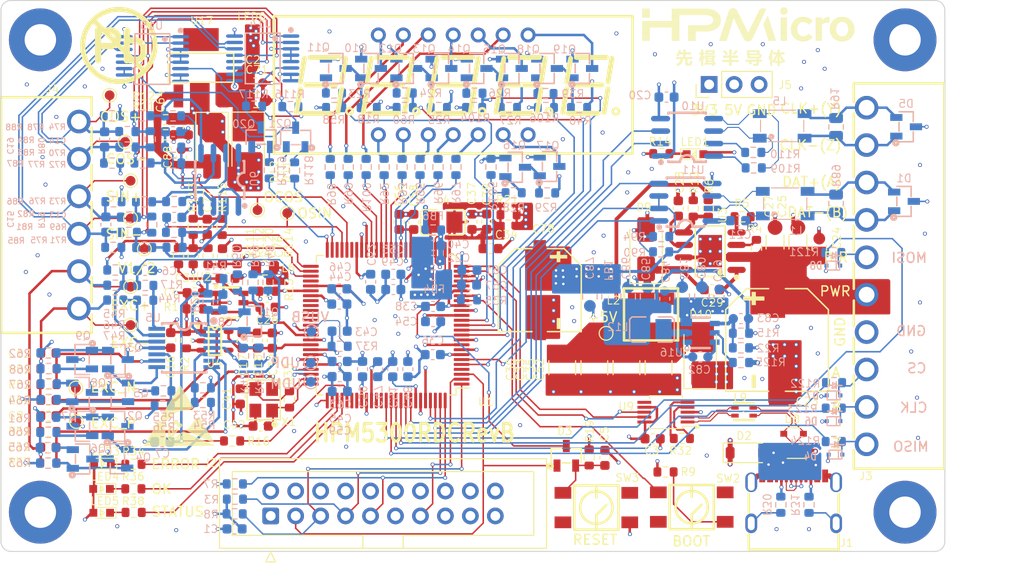
<source format=kicad_pcb>
(kicad_pcb (version 20221018) (generator pcbnew)
  (title_block (title "HPM5300 EVK REVC") (date "2023-07-31") (rev "REVC") (comment 1 "HPM5300 EVK REVC"))
  (layers (0 "F.Cu" signal) (1 "In1.Cu" power "GND2") (2 "In2.Cu" mixed "POWER3") (31 "B.Cu" signal) (34 "B.Paste" user) (35 "F.Paste" user) (36 "B.SilkS" user "B.Silkscreen") (37 "F.SilkS" user "F.Silkscreen") (38 "B.Mask" user) (39 "F.Mask" user) (44 "Edge.Cuts" user))
  (property "ADDRESS1" "L3, 12a Rodborough Rd")
  (property "ADDRESS2" "Frenchs Forest")
  (property "ADDRESS3" "NSW")
  (property "ADDRESS4" "Australia 2086")
  (property "DOCUMENTNUMBER" "")
  (property "ORGANIZATION" "Altium Limited")
  (property "SHEETTOTAL" "")
  (net 0 "")
  (net 1 "GND")
  (net 2 "DCDC_SNS")
  (net 3 "GNDA")
  (net 4 "+3.3V")
  (net 5 "Net-(U1B-XTALI)")
  (net 6 "Net-(U1B-XTALO)")
  (net 7 "Net-(U1B-USBVBUS)")
  (net 8 "+5VD")
  (net 9 "Net-(J1-CC1)")
  (net 10 "Net-(J1-CC2)")
  (net 11 "Net-(C5-Pad1)")
  (net 18 "DCDC_LP")
  (net 19 "Net-(LED3-K)")
  (net 21 "DCDC_GND")
  (net 22 "DCDC_IN")
  (net 23 "VDD_SOC")
  (net 24 "Net-(U1C-VDD_PMCCAP)")
  (net 25 "Net-(LED4-K)")
  (net 26 "Net-(LED5-K)")
  (net 27 "Net-(U9-~{RTS})")
  (net 28 "Net-(U9-~{CTS})")
  (net 29 "Net-(U1D-PA02{slash}TMR1.COMP1{slash}URT0.DE{slash}URT0.RTS{slash}I2C0.SCL{slash}CAN0.STBY{slash}ACMP.COMP0{slash}PWM1.P2{slash}TRGM0.P02{slash}ACMP.COMP1{slash}QEI1.F{slash}ADC1.DBG)")
  (net 30 "Net-(R37-Pad1)")
  (net 31 "Net-(U1C-VDD_OTPCAP)")
  (net 32 "Net-(U6A-VOUTA)")
  (net 33 "Net-(U6A-VINA-)")
  (net 34 "Net-(U6A-VINA+)")
  (net 35 "Net-(U6B-VINB+)")
  (net 36 "Net-(U6B-VINB-)")
  (net 37 "Net-(U6B-VOUTB)")
  (net 38 "VCC")
  (net 41 "Net-(C7-Pad1)")
  (net 42 "Net-(Q1-B)")
  (net 43 "Net-(U5A-INA-)")
  (net 44 "Net-(C9-Pad2)")
  (net 45 "Net-(C10-Pad2)")
  (net 46 "Net-(U5C-INC-)")
  (net 47 "Net-(Q1-C)")
  (net 48 "Net-(Q2-B)")
  (net 49 "Net-(Q2-E)")
  (net 50 "Net-(Q3-B)")
  (net 51 "Net-(Q3-E)")
  (net 52 "Net-(Q4-E)")
  (net 53 "Net-(Q5-E)")
  (net 54 "Net-(Q6-E)")
  (net 55 "Net-(Q7-E)")
  (net 56 "Net-(Q8-E)")
  (net 57 "Net-(Q9-E)")
  (net 58 "Net-(U5D-OUTD)")
  (net 59 "Net-(U5A-INA+)")
  (net 60 "Net-(U5D-IND-)")
  (net 61 "Net-(U5D-IND+)")
  (net 62 "Net-(U5B-INB-)")
  (net 63 "Net-(U5B-INB+)")
  (net 64 "Net-(U5C-INC+)")
  (net 65 "+5V")
  (net 66 "+3.3VA")
  (net 71 "Net-(LED6-E)")
  (net 72 "Net-(LED6-D)")
  (net 73 "Net-(LED6-DP)")
  (net 74 "Net-(LED6-C)")
  (net 75 "Net-(LED6-G)")
  (net 76 "Net-(LED6-B)")
  (net 77 "Net-(LED6-F)")
  (net 78 "Net-(LED6-A)")
  (net 79 "Net-(Q10-G)")
  (net 80 "Net-(Q11-G)")
  (net 81 "Net-(Q12-G)")
  (net 82 "Net-(Q12-D)")
  (net 83 "Net-(Q14-G)")
  (net 84 "Net-(Q14-D)")
  (net 85 "Net-(Q16-G)")
  (net 86 "Net-(Q16-D)")
  (net 87 "Net-(Q18-G)")
  (net 88 "Net-(Q18-D)")
  (net 89 "Net-(LED1-K)")
  (net 90 "Net-(U3-SS)")
  (net 91 "Net-(D9-K)")
  (net 92 "Net-(D10-A)")
  (net 93 "Net-(U16-VBST)")
  (net 94 "Net-(R9-Pad1)")
  (net 95 "Net-(U4-IN)")
  (net 96 "VREF_3.3V")
  (net 97 "Net-(U2-ENABLE)")
  (net 98 "Net-(U4-EN)")
  (net 100 "Net-(U16-SW)")
  (net 101 "Net-(U3-EN)")
  (net 102 "Net-(U3-BOOT)")
  (net 103 "Net-(U3-FB)")
  (net 104 "Net-(C83-Pad1)")
  (net 105 "Net-(U16-VFB)")
  (net 106 "Net-(U10-A)")
  (net 107 "Net-(U10-B)")
  (net 109 "/HPM5300RDC MAINENTRY/03-HPM5300_IO/PB10")
  (net 110 "/HPM5300RDC MAINENTRY/04-RDC_EXCT/EXC_P")
  (net 111 "/HPM5300RDC MAINENTRY/04-RDC_EXCT/EXC_N")
  (net 112 "/HPM5300RDC MAINENTRY/04-RDC_EXCT/EXC+")
  (net 113 "/HPM5300RDC MAINENTRY/04-RDC_EXCT/EXC-")
  (net 114 "/HPM5300RDC MAINENTRY/03-HPM5300_IO/PB13")
  (net 115 "/HPM5300RDC MAINENTRY/03-HPM5300_IO/PB14")
  (net 116 "/HPM5300RDC MAINENTRY/05-RDC_SINCOS/SIN-")
  (net 117 "/HPM5300RDC MAINENTRY/05-RDC_SINCOS/SIN+")
  (net 118 "/HPM5300RDC MAINENTRY/05-RDC_SINCOS/COS-")
  (net 119 "/HPM5300RDC MAINENTRY/05-RDC_SINCOS/COS+")
  (net 120 "/HPM5300RDC MAINENTRY/04-RDC_EXCT/VOPA")
  (net 121 "/HPM5300RDC MAINENTRY/VREF1{slash}2")
  (net 122 "/HPM5300RDC MAINENTRY/03-HPM5300_IO/DAC1")
  (net 123 "/HPM5300RDC MAINENTRY/07-MISC/SEI_DATA_N")
  (net 124 "/HPM5300RDC MAINENTRY/07-MISC/SEI_DATA_P")
  (net 125 "/HPM5300RDC MAINENTRY/03-HPM5300_IO/JTAG_TRST")
  (net 126 "/HPM5300RDC MAINENTRY/RESETN")
  (net 127 "/HPM5300RDC MAINENTRY/07-MISC/SEI_CLK_OUT_N")
  (net 128 "/HPM5300RDC MAINENTRY/07-MISC/SEI_CLK_OUT_P")
  (net 129 "/HPM5300RDC MAINENTRY/06-DEBUGGER/DP1")
  (net 130 "/HPM5300RDC MAINENTRY/06-DEBUGGER/DN1")
  (net 131 "/HPM5300RDC MAINENTRY/03-HPM5300_IO/JTAG_TDI")
  (net 132 "/HPM5300RDC MAINENTRY/03-HPM5300_IO/JTAG_TMS")
  (net 133 "/HPM5300RDC MAINENTRY/03-HPM5300_IO/JTAG_TCK")
  (net 134 "/HPM5300RDC MAINENTRY/03-HPM5300_IO/JTAG_TDO")
  (net 135 "/HPM5300RDC MAINENTRY/03-HPM5300_IO/PA22")
  (net 136 "/HPM5300RDC MAINENTRY/03-HPM5300_IO/PA21")
  (net 137 "/HPM5300RDC MAINENTRY/03-HPM5300_IO/PA20")
  (net 138 "/HPM5300RDC MAINENTRY/03-HPM5300_IO/PA09")
  (net 139 "/HPM5300RDC MAINENTRY/03-HPM5300_IO/PA26")
  (net 140 "/HPM5300RDC MAINENTRY/03-HPM5300_IO/PA27")
  (net 141 "/HPM5300RDC MAINENTRY/03-HPM5300_IO/PA28")
  (net 142 "/HPM5300RDC MAINENTRY/03-HPM5300_IO/PA29")
  (net 143 "/HPM5300RDC MAINENTRY/07-MISC/DA_-")
  (net 144 "/HPM5300RDC MAINENTRY/07-MISC/DA_+")
  (net 145 "/HPM5300RDC MAINENTRY/07-MISC/CO_-")
  (net 146 "/HPM5300RDC MAINENTRY/07-MISC/CO_+")
  (net 147 "/HPM5300RDC MAINENTRY/06-DEBUGGER/UD+")
  (net 148 "/HPM5300RDC MAINENTRY/06-DEBUGGER/UD-")
  (net 149 "/HPM5300RDC MAINENTRY/07-MISC/DIG4_PWR")
  (net 150 "/HPM5300RDC MAINENTRY/07-MISC/DIG5_PWR")
  (net 151 "/HPM5300RDC MAINENTRY/07-MISC/DIG3_PWR")
  (net 152 "/HPM5300RDC MAINENTRY/07-MISC/DIG2_PWR")
  (net 153 "/HPM5300RDC MAINENTRY/07-MISC/DIG1_PWR")
  (net 154 "/HPM5300RDC MAINENTRY/03-HPM5300_IO/PA31")
  (net 155 "/HPM5300RDC MAINENTRY/03-HPM5300_IO/PA15")
  (net 156 "/HPM5300RDC MAINENTRY/03-HPM5300_IO/PA12")
  (net 157 "/HPM5300RDC MAINENTRY/03-HPM5300_IO/PA10")
  (net 158 "/HPM5300RDC MAINENTRY/03-HPM5300_IO/PA14")
  (net 159 "/HPM5300RDC MAINENTRY/03-HPM5300_IO/PA30")
  (net 160 "/HPM5300RDC MAINENTRY/03-HPM5300_IO/PA25")
  (net 161 "/HPM5300RDC MAINENTRY/03-HPM5300_IO/PA24")
  (net 162 "/HPM5300RDC MAINENTRY/03-HPM5300_IO/PA13")
  (net 163 "/HPM5300RDC MAINENTRY/05-RDC_SINCOS/ISIN-")
  (net 164 "/HPM5300RDC MAINENTRY/05-RDC_SINCOS/ISIN+")
  (net 165 "/HPM5300RDC MAINENTRY/05-RDC_SINCOS/ICOS-")
  (net 166 "/HPM5300RDC MAINENTRY/05-RDC_SINCOS/ICOS+")
  (net 167 "/HPM5300RDC MAINENTRY/03-HPM5300_IO/PA19")
  (net 168 "/HPM5300RDC MAINENTRY/03-HPM5300_IO/PY03")
  (net 169 "/HPM5300RDC MAINENTRY/03-HPM5300_IO/PY04")
  (net 170 "/HPM5300RDC MAINENTRY/03-HPM5300_IO/PA16")
  (net 171 "/HPM5300RDC MAINENTRY/03-HPM5300_IO/PY05")
  (net 172 "/HPM5300RDC MAINENTRY/03-HPM5300_IO/PY06")
  (net 173 "/HPM5300RDC MAINENTRY/03-HPM5300_IO/PY07")
  (net 174 "/HPM5300RDC MAINENTRY/03-HPM5300_IO/PY00")
  (net 175 "/HPM5300RDC MAINENTRY/03-HPM5300_IO/PY01")
  (net 176 "/HPM5300RDC MAINENTRY/03-HPM5300_IO/PY02")
  (net 177 "/HPM5300RDC MAINENTRY/03-HPM5300_IO/PB08")
  (net 178 "/HPM5300RDC MAINENTRY/03-HPM5300_IO/PB09")
  (net 179 "/HPM5300RDC MAINENTRY/03-HPM5300_IO/BOOT1")
  (net 180 "/HPM5300RDC MAINENTRY/02-HPM5300_MISC/USB0_P")
  (net 181 "/HPM5300RDC MAINENTRY/02-HPM5300_MISC/USB0_N")
  (net 182 "/HPM5300RDC MAINENTRY/03-HPM5300_IO/PA17")
  (net 183 "/HPM5300RDC MAINENTRY/03-HPM5300_IO/PA18")
  (net 184 "/HPM5300RDC MAINENTRY/03-HPM5300_IO/PA23")
  (net 185 "/HPM5300RDC MAINENTRY/03-HPM5300_IO/PB00")
  (net 186 "/HPM5300RDC MAINENTRY/03-HPM5300_IO/PB01")
  (net 187 "/HPM5300RDC MAINENTRY/03-HPM5300_IO/PB02")
  (net 188 "/HPM5300RDC MAINENTRY/03-HPM5300_IO/PB03")
  (net 189 "/HPM5300RDC MAINENTRY/03-HPM5300_IO/PB04")
  (net 190 "/HPM5300RDC MAINENTRY/03-HPM5300_IO/PB05")
  (net 191 "/HPM5300RDC MAINENTRY/03-HPM5300_IO/PB06")
  (net 192 "/HPM5300RDC MAINENTRY/03-HPM5300_IO/PB07")
  (net 193 "/HPM5300RDC MAINENTRY/03-HPM5300_IO/PB11")
  (net 194 "/HPM5300RDC MAINENTRY/03-HPM5300_IO/PB12")
  (net 195 "/HPM5300RDC MAINENTRY/03-HPM5300_IO/PB15")
  (net 196 "/HPM5300RDC MAINENTRY/02-HPM5300_MISC/WAKEUP")
  (net 197 "/HPM5300RDC MAINENTRY/03-HPM5300_IO/PA00")
  (net 198 "/HPM5300RDC MAINENTRY/03-HPM5300_IO/PA01")
  (net 199 "/HPM5300RDC MAINENTRY/03-HPM5300_IO/PA11")
  (net 200 "Net-(Q20-G)")
  (net 201 "/HPM5300RDC MAINENTRY/05-RDC_SINCOS/INH_CMOS")
  (net 202 "Net-(Q21-G)")
  (net 203 "/HPM5300RDC MAINENTRY/05-RDC_SINCOS/CTRL_CMOS")
  (net 204 "/HPM5300RDC MAINENTRY/03-HPM5300_IO/DAC0")
  (net 205 "Net-(J3-Pin_1)")
  (net 206 "Net-(J3-Pin_2)")
  (net 207 "Net-(J3-Pin_3)")
  (net 208 "Net-(J3-Pin_6)")
  (net 209 "Net-(D12-A)")
  (net 210 "Net-(U3-RT{slash}SYNC)")
  (net 211 "Net-(U16-EN)")
  (footprint "02_HPM_Resistor:R_0603_1608Metric" (layer "F.Cu") (at 111.9952 122.06 180)
    (fp_text reference "R51")
    (fp_text value "100K")
  )
  (footprint "03_HPM_Capacitance:C_0603_1608Metric" (layer "F.Cu") (at 133.6 121.5 180)
    (fp_text reference "C42")
    (fp_text value "12pF,50V")
  )
  (footprint "07_HPM_Inductance:L2012" (layer "F.Cu") (at 182.7952 120.03 90)
    (fp_text reference "L9")
    (fp_text value "DLW21SN900SQ2L")
  )
  (footprint "03_HPM_Capacitance:C_0805_2012Metric" (layer "F.Cu") (at 190.45 103.35 90)
    (fp_text reference "C24")
    (fp_text value "100pF")
  )
  (footprint "01_HPM_Peripheral:TestPoint_Pad_D1.0mm" (layer "F.Cu") (at 121.76 103.45)
    (fp_text reference "T5" hide)
    (fp_text value "V1/2")
  )
  (footprint "06_HPM_SO:MSOP-10" (layer "F.Cu") (at 174.84199 120.08 180)
    (fp_text reference "U9")
    (fp_text value "CH340E")
  )
  (footprint "03_HPM_Capacitance:C_0603_1608Metric" (layer "F.Cu") (at 131.7152 112.785 90)
    (fp_text reference "C17")
    (fp_text value "0.1uF,50V")
  )
  (footprint "03_HPM_Capacitance:C_0603_1608Metric" (layer "F.Cu") (at 111.9952 123.66 180)
    (fp_text reference "C11")
    (fp_text value "18pF,50V")
  )
  (footprint "05_HPM_Connector:TYPE-C-16P" (layer "F.Cu") (at 187.8452 128.98895)
    (fp_text reference "J1")
    (fp_text value "USB_Type-C")
  )
  (footprint "01_HPM_Peripheral:TestPoint_Pad_D1.0mm" (layer "F.Cu") (at 168.75 112.05 180)
    (fp_text reference "TP4" hide)
    (fp_text value "1.0mm" hide)
  )
  (footprint "03_HPM_Capacitance:C_0603_1608Metric" (layer "F.Cu") (at 176.1 99.325 90)
    (fp_text reference "C28")
    (fp_text value "22nF,50V")
  )
  (footprint "02_HPM_Resistor:R_0603_1608Metric" (layer "F.Cu") (at 130.69 123.01 180)
    (fp_text reference "R16")
    (fp_text value "3.9K")
  )
  (footprint "03_HPM_Capacitance:C_0603_1608Metric" (layer "F.Cu") (at 129.7102 104.2 90)
    (fp_text reference "C76")
    (fp_text value "10nF,50V")
  )
  (footprint "06_HPM_SOT:SOT-223-3_L6.7-W3.7-P2.30-LS7.0-BR" (layer "F.Cu") (at 127.525 85 -90)
    (fp_text reference "U17")
    (fp_text value "LM317T")
  )
  (footprint "03_HPM_Capacitance:C_0603_1608Metric" (layer "F.Cu") (at 149.1752 100.7 90)
    (fp_text reference "C58")
    (fp_text value "0.1uF,50V")
  )
  (footprint "02_HPM_Resistor:R_0603_1608Metric" (layer "F.Cu") (at 123.925 91.825 180)
    (fp_text reference "R11")
    (fp_text value "3.6K")
  )
  (footprint "02_HPM_Resistor:R_0603_1608Metric" (layer "F.Cu") (at 128.2352 104.2 -90)
    (fp_text reference "R120")
    (fp_text value "0Ω_0603")
  )
  (footprint "03_HPM_Capacitance:C_0603_1608Metric" (layer "F.Cu") (at 126.225 91.05 -90)
    (fp_text reference "C64")
    (fp_text value "1uF,25V")
  )
  (footprint "02_HPM_Resistor:R_0603_1608Metric" (layer "F.Cu") (at 179.15 99.325 90)
    (fp_text reference "R6")
    (fp_text value "100K")
  )
  (footprint "03_HPM_Capacitance:C_0603_1608Metric" (layer "F.Cu") (at 124.4452 112.755 -90)
    (fp_text reference "C16")
    (fp_text value "10uF,16V")
  )
  (footprint "03_HPM_Capacitance:C_0603_1608Metric" (layer "F.Cu") (at 128.1602 101.2 -90)
    (fp_text reference "C77")
    (fp_text value "10nF,50V")
  )
  (footprint "02_HPM_Resistor:R_0603_1608Metric" (layer "F.Cu") (at 131.2 104.2 90)
    (fp_text reference "R114")
    (fp_text value "36Ω")
  )
  (footprint "02_HPM_Resistor:R_0603_1608Metric" (layer "F.Cu") (at 184.05 103.35 -90)
    (fp_text reference "R4")
    (fp_text value "10K")
  )
  (footprint "03_HPM_Capacitance:C_1206_3216Metric" (layer "F.Cu") (at 185.95 102.75 90)
    (fp_text reference "C27")
    (fp_text value "2.2uF,100V")
  )
  (footprint "02_HPM_Resistor:R_0603_1608Metric" (layer "F.Cu") (at 125.2352 104.2 90)
    (fp_text reference "R111")
    (fp_text value "10K")
  )
  (footprint "06_HPM_SOT:SOT-23-5" (layer "F.Cu") (at 128.9352 112.815)
    (fp_text reference "U4")
    (fp_text value "TPS7A2033PDBVR" hide)
  )
  (footprint "03_HPM_Capacitance:C_1206_3216Metric" (layer "F.Cu") (at 188.275 102.75 90)
    (fp_text reference "C25")
    (fp_text value "2.2uF,100V")
  )
  (footprint "04_HPM_Diode:D_SMA" (layer "F.Cu") (at 128.65 93.05 -90)
    (fp_text reference "D12")
    (fp_text value "1N4002")
  )
  (footprint "02_HPM_Resistor:R_0603_1608Metric" (layer "F.Cu") (at 129.6702 101.22 -90)
    (fp_text reference "R115")
    (fp_text value "36Ω")
  )
  (footprint "02_HPM_Resistor:R_0603_1608Metric" (layer "F.Cu") (at 134.29 107.76 180)
    (fp_text reference "R13")
    (fp_text value "0Ω")
  )
  (footprint "01_HPM_Peripheral:轻触开关SMD-4P,4.5x4.5mm" (layer "F.Cu") (at 177.47 129.75)
    (fp_text reference "SW2")
    (fp_text value "轻触开关4.5mm*4.5mm*4mm")
  )
  (footprint "05_HPM_Connector_KF2EDGR:CONN-TH_10P-P3.81_KF2EDGR-3.81-10P" (layer "F.Cu") (at 195.2652 106.21 90)
    (fp_text reference "J3")
    (fp_text value "Conn_01x10")
  )
  (footprint "02_HPM_Resistor:R_0603_1608Metric" (layer "F.Cu") (at 176.4652 122.76 180)
    (fp_text reference "R32")
    (fp_text value "2K")
  )
  (footprint "02_HPM_Resistor:R_0603_1608Metric" (layer "F.Cu") (at 126.0352 112.755 90)
    (fp_text reference "R2")
    (fp_text value "10K")
  )
  (footprint "01_HPM_Peripheral:LED_0603" (layer "F.Cu") (at 117.4 127.9)
    (fp_text reference "LED4")
    (fp_text value "LED_GREEN")
  )
  (footprint "07_HPM_Inductance:L1008" (layer "F.Cu") (at 152.15 100.725 180)
    (fp_text reference "L4")
    (fp_text value "4.7uH_1.4A")
  )
  (footprint "03_HPM_Capacitance:C_0603_1608Metric" (layer "F.Cu") (at 168.63 124.73 90)
    (fp_text reference "C5")
    (fp_text value "0.1uF,50V")
  )
  (footprint "03_HPM_Capacitance:C_0603_1608Metric" (layer "F.Cu") (at 147.6952 100.7 90)
    (fp_text reference "C56")
    (fp_text value "0.1uF,50V")
  )
  (footprint "03_HPM_Capacitance:C_0603_1608Metric" (layer "F.Cu") (at 156.99 103.42)
    (fp_text reference "C34")
    (fp_text value "0.1uF,50V")
  )
  (footprint "01_HPM_Peripheral:TestPoint_Pad_D1.0mm" (layer "F.Cu") (at 120.36 111.21)
    (fp_text reference "T4" hide)
    (fp_text value "EXC-")
  )
  (footprint "05_HPM_Connector_PinHeader:PinHeader_1x03_P2.54mm_Vertical" (layer "F.Cu") (at 179.245 86.7 90)
    (fp_text reference "J5")
    (fp_text value "Conn_01x03")
  )
  (footprint "03_HPM_Capacitance:C_0603_1608Metric" (layer "F.Cu") (at 133.05 86.55)
    (fp_text reference "C2")
    (fp_text value "0.1uF,50V")
  )
  (footprint "01_HPM_Peripheral:TestPoint_Pad_D1.0mm" (layer "F.Cu") (at 119.8 92.55)
    (fp_text reference "T6" hide)
    (fp_text value "COS-")
  )
  (footprint "02_HPM_Resistor:R_0603_1608Metric" (layer "F.Cu") (at 126.7302 101.2 90)
    (fp_text reference "R113")
    (fp_text value "0Ω_0603")
  )
  (footprint "09_HPM_Oscillator:3225" (layer "F.Cu") (at 133.91 118.82 90)
    (fp_text reference "X1")
    (fp_text value "24MHz ±10ppm 12pF")
  )
  (footprint "03_HPM_Capacitance:C_0603_1608Metric" (layer "F.Cu") (at 155.1 100.69 90)
    (fp_text reference "C37")
    (fp_text value "22uF,10V")
  )
  (footprint "01_HPM_Peripheral:TestPoint_Pad_D1.0mm" (layer "F.Cu") (at 120.36 96.51)
    (fp_text reference "T9" hide)
    (fp_text value "SIN+")
  )
  (footprint "03_HPM_Capacitance:C_0805_2012Metric" (layer "F.Cu") (at 133.15 88.325)
    (fp_text reference "C71")
    (fp_text value "22uF,16V")
  )
  (footprint "03_HPM_Capacitance:CAP-SMD_BD10.0-L10.3-W10.3-FD" (layer "F.Cu") (at 186.15 112.725 -90)
    (fp_text reference "C23")
    (fp_text value "220uF,50V")
  )
  (footprint "02_HPM_Resistor:R_0603_1608Metric" (layer "F.Cu") (at 120.67 130.29)
    (fp_text reference "R38")
    (fp_text value "1K")
  )
  (footprint "00_HPM_LOGO:HPM LOGO" (layer "F.Cu") (at 172.404539 88.565319)
    (fp_text reference "REF**" hide)
    (fp_text value "HPM Logo" hide)
  )
  (footprint "02_HPM_Resistor:R_0603_1608Metric" (layer "F.Cu") (at 126.8852 109.56)
    (fp_text reference "R1")
    (fp_text value "0Ω")
  )
  (footprint "04_HPM_Diode:D_SMA" (layer "F.Cu") (at 178.325 114.175 90)
    (fp_text reference "D10")
    (fp_text value "SS1045")
  )
  (footprint "03_HPM_Capacitance:C_0603_1608Metric" (layer "F.Cu") (at 179.525 107.6)
    (fp_text reference "C29")
    (fp_text value "0.1uF,50V")
  )
  (footprint "04_HPM_Diode:D_SMA" (layer "F.Cu") (at 132.325 93.025 -90)
    (fp_text reference "D11")
    (fp_text value "1N4002")
  )
  (footprint "07_HPM_Inductance:IND-SMD_L5.5-W5.3_FEXL0520A-1R0M" (layer "F.Cu") (at 173.325 110.15)
    (fp_text reference "L2")
    (fp_text value "8.2uH_6.1A")
  )
  (footprint "01_HPM_Peripheral:TestPoint_Pad_D1.0mm" (layer "F.Cu") (at 120.36 107.3)
    (fp_text reference "T3" hide)
    (fp_text value "EXC+" hide)
  )
  (footprint "02_HPM_Resistor:R_0603_1608Metric" (layer "F.Cu") (at 167.03 124.69 90)
    (fp_text reference "R19")
    (fp_text value "10K")
  )
  (footprint "03_HPM_Capacitance:C_0603_1608Metric" (layer "F.Cu") (at 111.9952 114.06 180)
    (fp_text reference "C12")
    (fp_text value "18pF,50V")
  )
  (footprint "01_HPM_Peripheral:MountingHole_3.2mm_M3_Pad" (layer "F.Cu") (at 199.1752 82.153)
    (fp_text reference "FID2" hide)
    (fp_text value "MountingHole_Pad")
  )
  (footprint "01_HPM_Peripheral:LED-SEG-TH_SLR0365CRA1BD-AFN-3651A" (layer "F.Cu") (at 153.1952 86.74)
    (fp_text reference "LED6")
    (fp_text value "SLR0365CRA1BD/AFN-3651A")
  )
  (footprint "00_HPM_LOGO:PB" (layer "F.Cu") (at 115.002939 78.787939)
    (fp_text reference "REF**" hide)
    (fp_text value "PB" hide)
  )
  (footprint "01_HPM_Peripheral:TestPoint_Pad_D1.0mm" (layer "F.Cu") (at 114.84 121.03)
    (fp_text reference "T2" hide)
    (fp_text value "EXC_P")
  )
  (footprint "01_HPM_Peripheral:LED_0603" (layer "F.Cu") (at 177.8 93.8 180)
    (fp_text reference "LED1")
    (fp_text value "LED_GREEN")
  )
  (footprint "02_HPM_Resistor:R_0603_1608Metric" (layer "F.Cu") (at 174.8 126.17 180)
    (fp_text reference "R9")
    (fp_text value "10K")
  )
  (footprint "01_HPM_Peripheral:TestPoint_Pad_D1.0mm" (layer "F.Cu") (at 133.275 99.5)
    (fp_text reference "T10" hide)
    (fp_text value "OCOS")
  )
  (footprint "03_HPM_Capacitance:C_0603_1608Metric" (layer "F.Cu") (at 134.29 109.4)
    (fp_text reference "C26")
    (fp_text value "10uF,16V")
  )
  (footprint "04_HPM_Diode:D_SOD-123" (layer "F.Cu") (at 183.0277 124.22)
    (fp_text reference "D2")
    (fp_text value " 1N5819HW-7-F")
  )
  (footprint "05_HPM_Connector_KF2EDGR:CONN-TH_6P-P3.81_KF2EDGR-3.81-6P" (layer "F.Cu") (at 115.0952 100 -90)
    (fp_text reference "J4")
    (fp_text value "Conn_01x06")
  )
  (footprint "03_HPM_Capacitance:C_0603_1608Metric" (layer "F.Cu") (at 126.8852 107.92)
    (fp_text reference "C4")
    (fp_text value "0.1uF,50V")
  )
  (footprint "03_HPM_Capacitance:C_0603_1608Metric" (layer "F.Cu") (at 131.52 118.47 -90)
    (fp_text reference "C41")
    (fp_text value "12pF,50V")
  )
  (footprint "06_HPM_SOT:SOT-23" (layer "F.Cu") (at 164.7038 124.52245 -90)
    (fp_text reference "D3")
    (fp_text value "BAT54A-7-F")
  )
  (footprint "01_HPM_Peripheral:LED_0603" (layer "F.Cu") (at 117.4191 130.33)
    (fp_text reference "LED5")
    (fp_text value "LED_BLUE")
  )
  (footprint "02_HPM_Resistor:R_0805_2012Metric" (layer "F.Cu") (at 134.04 105.37 180)
    (fp_text reference "L6")
    (fp_text value "BLM21AG121SN1D")
  )
  (footprint "02_HPM_Resistor:R_0603_1608Metric" (layer "F.Cu") (at 174.375 93.75)
    (fp_text reference "R14")
    (fp_text value "1K")
  )
  (footprint "02_HPM_Resistor:R_0603_1608Metric" (layer "F.Cu") (at 120.65 125.39)
    (fp_text reference "R34")
    (fp_text value "1K")
  )
  (footprint "02_HPM_Resistor:R_0603_1608Metric" (layer "F.Cu") (at 111.9952 125.26)
    (fp_text reference "R57")
    (fp_text value "470K")
  )
  (footprint "01_HPM_Peripheral:TestPoint_Pad_D1.0mm" (layer "F.Cu") (at 136.3 99.8)
    (fp_text reference "T11" hide)
    (fp_text value "OSIN")
  )
  (footprint "06_HPM_SO:SOIC-8EP" (layer "F.Cu") (at 179.5 103.9 180)
    (fp_text reference "U3")
    (fp_text value "LMR14050SDDAR")
  )
  (footprint "02_HPM_Resistor:R_0603_1608Metric" (layer "F.Cu") (at 123.925 90.3 180)
    (fp_text reference "R12")
    (fp_text value "240Ω")
  )
  (footprint "05_HPM_Connector_IDC:IDC-Header_2x10_P2.54mm" (layer "F.Cu") (at 134.62 130.65 90)
    (fp_text reference "J2")
    (fp_text value "2.54-2*10P简牛")
  )
  (footprint "02_HPM_Resistor:R_0603_1608Metric" (layer "F.Cu") (at 182.65 100.175 180)
    (fp_text reference "R5")
    (fp_text value "84.5K")
  )
  (footprint "03_HPM_Capacitance:C_1210_3225Metric" (layer "F.Cu") (at 170.825 115.55 -90)
    (fp_text reference "C35")
    (fp_text value "47uF,16V,X7R")
  )
  (footprint "03_HPM_Capacitance:C_0603_1608Metric" (layer "F.Cu") (at 111.9952 118.86 180)
    (fp_text reference "C10")
    (fp_text value "10nF,50V")
  )
  (footprint "01_HPM_Peripheral:TestPoint_Pad_D1.0mm" (layer "F.Cu") (at 120.36 100.34)
    (fp_text reference "T8" hide)
    (fp_text value "SIN-")
  )
  (footprint "03_HPM_Capacitance:C_0603_1608Metric" (layer "F.Cu") (at 173.4952 122.79)
    (fp_text reference "C3")
    (fp_text value "0.1uF,50V")
  )
  (footprint "03_HPM_Capacitance:C_0603_1608Metric" (layer "F.Cu") (at 130.215 106.45)
    (fp_text reference "C31")
    (fp_text value "0.1uF,50V")
  )
  (footprint "01_HPM_Peripheral:TestPoint_Pad_D1.0mm" (layer "F.Cu") (at 118.225 87.8)
    (fp_text reference "T7" hide)
    (fp_text value "COS+")
  )
  (footprint "01_HPM_Peripheral:MountingHole_3.2mm_M3_Pad" (layer "F.Cu") (at 199.1752 130.27)
    (fp_text reference "FID3" hide)
    (fp_text value "MountingHole_Pad")
  )
  (footprint "04_HPM_Diode:D_SMA" (layer "F.Cu") (at 172.825 103.475 90)
    (fp_text reference "D9")
    (fp_text value "SS1045")
  )
  (footprint "02_HPM_Resistor:R_0603_1608Metric" (layer "F.Cu") (at 111.9952 117.26 180)
    (fp_text reference "R52")
    (fp_text value "100K")
  )
  (footprint "02_HPM_Resistor:R_0603_1608Metric" (layer "F.Cu") (at 158.825 99.975 180)
    (fp_text reference "R21")
    (fp_text value "0Ω_0603")
  )
  (footprint "01_HPM_Peripheral:TestPoint_Pad_D1.0mm" (layer "F.Cu") (at 114.79 117.62)
    (fp_text reference "T1" hide)
    (fp_text value "EXC_N")
  )
  (footprint "02_HPM_Resistor:R_0603_1608Metric" (layer "F.Cu") (at 126.7302 104.2 -90)
    (fp_text reference "R112")
    (fp_text value "10K")
  )
  (footprint "02_HPM_Resistor:R_0603_1608Metric" (layer "F.Cu") (at 177.625 99.325 -90)
    (fp_text reference "R10")
    (fp_text value "17.8K")
  )
  (footprint "06_HPM_SOT:SOT-143" (layer "F.Cu") (at 187.8352 123.23 180)
    (fp_text reference "U8")
    (fp_text value "PRTR5V0U2X")
  )
  (footprint "00_HPM_Library:LQFP-100_14x14mm_P0.5mm" (layer "F.Cu") (at 146.3752 111.22 180)
    (fp_text reference "U1")
    (fp_text value "HPM5361ICB1")
  )
  (footprint "03_HPM_Capacitance:C_0603_1608Metric" (layer "F.Cu") (at 133.2752 112.785 90)
    (fp_text reference "C18")
    (fp_text value "10uF,16V")
  )
  (footprint "03_HPM_Capacitance:C_1210_3225Metric" (layer "F.Cu") (at 174.093888 115.55 -90)
    (fp_text reference "C52")
    (fp_text value "47uF,16V,X7R")
  )
  (footprint "03_HPM_Capacitance:C_1210_3225Metric" (layer "F.Cu") (at 167.556112 115.55 -90)
    (fp_text reference "C33")
    (fp_text value "47uF,16V,X7R")
  )
  (footprint "03_HPM_Capacitance:CAP-SMD_BD8.0-L8.3-W8.3-LS9.1-FD" (layer "F.Cu") (at 162 107.65 -90)
    (fp_text reference "C78")
    (fp_text value "220uF,35V")
  )
  (footprint "02_HPM_Resistor:R_0603_1608Metric" (layer "F.Cu") (at 120.64 127.89)
    (fp_text reference "R36")
    (fp_text value "1K")
  )
  (footprint "03_HPM_Capacitance:C_0603_1608Metric" (layer "F.Cu") (at 156.6 100.675 90)
    (fp_text reference "C39")
    (fp_text value "22uF,10V")
  )
  (footprint "01_HPM_Peripheral:MountingHole_3.2mm_M3_Pad" (layer "F.Cu") (at 111.1752 130.27)
    (fp_text reference "FID4" hide)
    (fp_text value "MountingHole_Pad")
  )
  (footprint "02_HPM_Resistor:R_0603_1608Metric" (layer "F.Cu") (at 111.9952 115.66)
    (fp_text reference "R59")
    (fp_text value "470K")
  )
  (footprint "06_HPM_SOT:SOT-23-6" (layer "F.Cu") (at 130.4452 108.93 180)
    (fp_text reference "U2")
    (fp_text value "REF3433IDBVR")
  )
  (footprint "01_HPM_Peripheral:MountingHole_3.2mm_M3_Pad" (layer "F.Cu") (at 111.1752 82.153)
    (fp_text reference "FID1" hide)
    (fp_text value "MountingHole_Pad")
  )
  (footprint "03_HPM_Capacitance:C_1210_3225Metric" (layer "F.Cu") (at 164.287222 115.55 -90)
    (fp_text reference "C30")
    (fp_text value "47uF,16V,X7R")
  )
  (footprint "03_HPM_Capacitance:C_0603_1608Metric" (layer "F.Cu") (at 111.9952 120.46 180)
    (fp_text reference "C9")
    (fp_text value "10nF,50V")
  )
  (footprint "01_HPM_Peripheral:LED_0603" (layer "F.Cu") (at 117.4991 125.33)
    (fp_text reference "LED3")
    (fp_text value "LED_RED")
  )
  (footprint "00_HPM_LOGO:ESD" (layer "F.Cu") (at 121.70185 123.52475)
    (fp_text reference "Ref**" hide)
    (fp_text value "Val**" hide)
  )
  (footprint "03_HPM_Capacitance:C_0603_1608Metric" (layer "F.Cu") (at 134.7852 112.785 90)
    (fp_text reference "C32")
    (fp_text value "10nF,50V")
  )
  (footprint "02_HPM_Resistor:R_0603_1608Metric" (layer "F.Cu") (at 136.53 118.79 90)
    (fp_text reference "R33")
    (fp_text value "1M")
  )
  (footprint "01_HPM_Peripheral:轻触开关SMD-4P,4.5x4.5mm" (layer "F.Cu") (at 167.76 129.8)
    (fp_text reference "SW3")
    (fp_text value "轻触开关4.5mm*4.5mm*4mm")
  )
  (footprint "03_HPM_Capacitance:C_0603_1608Metric" (layer "F.Cu") (at 125.525 94.1 90)
    (fp_text reference "C88")
    (fp_text value "10uF,16V")
  )
  (footprint "06_HPM_SOT:SOT-23" (layer "B.Cu") (at 115.45765 121.5238)
    (fp_text reference "Q7")
    (fp_text value "BC807")
  )
  (footprint "02_HPM_Resistor:R_0603_1608Metric" (layer "B.Cu") (at 148.26 89.05)
    (fp_text reference "R60")
    (fp_text value "10K")
  )
  (footprint "02_HPM_Resistor:R_0603_1608Metric" (layer "B.Cu") (at 124.8352 103.3)
    (fp_text reference "R71")
    (fp_text value "10K")
  )
  (footprint "03_HPM_Capacitance:C_0603_1608Metric" (layer "B.Cu") (at 123.59 123.09 180)
    (fp_text reference "C7")
    (fp_text value "4.7nF,50V")
  )
  (footprint "02_HPM_Resistor:R_0603_1608Metric" (layer "B.Cu") (at 182.475 113.525 180)
    (fp_text reference "R22")
    (fp_text value "10K")
  )
  (footprint "02_HPM_Resistor:R_0603_1608Metric" (layer "B.Cu") (at 148.26 87.57 180)
    (fp_text reference "R24")
    (fp_text value "1K")
  )
  (footprint "06_HPM_SOT:SOT-23" (layer "B.Cu") (at 132.94755 110.8062 180)
    (fp_text reference "Q1")
    (fp_text value "BC817")
  )
  (footprint "02_HPM_Resistor:R_0603_1608Metric" (layer "B.Cu") (at 159.3452 97.73)
    (fp_text reference "R28")
    (fp_text value "1K")
  )
  (footprint "02_HPM_Resistor:R_0603_1608Metric" (layer "B.Cu") (at 144.334692 95.11 -90)
    (fp_text reference "R100")
    (fp_text value "330Ω")
  )
  (footprint "03_HPM_Capacitance:C_0603_1608Metric" (layer "B.Cu") (at 141.5952 107.52 180)
    (fp_text reference "C46")
    (fp_text value "0.1uF,50V")
  )
  (footprint "02_HPM_Resistor:R_0603_1608Metric" (layer "B.Cu") (at 118.6152 98.645)
    (fp_text reference "R86")
    (fp_text value "62K")
  )
  (footprint "02_HPM_Resistor:R_0603_1608Metric" (layer "B.Cu") (at 182.475 115.025 180)
    (fp_text reference "R125")
    (fp_text value "10K")
  )
  (footprint "03_HPM_Capacitance:C_0603_1608Metric" (layer "B.Cu") (at 141.6352 111.83)
    (fp_text reference "C43")
    (fp_text value "0.1uF,50V")
  )
  (footprint "02_HPM_Resistor:R_0805_2012Metric" (layer "B.Cu") (at 192.16 91.03 -90)
    (fp_text reference "R91")
    (fp_text value "120Ω")
  )
  (footprint "02_HPM_Resistor:R_0603_1608Metric" (layer "B.Cu") (at 120.0352 93.08)
    (fp_text reference "R83")
    (fp_text value "0Ω")
  )
  (footprint "03_HPM_Capacitance:C_0603_1608Metric" (layer "B.Cu") (at 151.1452 109.31 180)
    (fp_text reference "C38")
    (fp_text value "0.1uF,50V")
  )
  (footprint "02_HPM_Resistor:R_0603_1608Metric" (layer "B.Cu") (at 121.8552 107.17)
    (fp_text reference "R17")
    (fp_text value "10Ω")
  )
  (footprint "03_HPM_Capacitance:C_0603_1608Metric" (layer "B.Cu") (at 141.65 117.97 180)
    (fp_text reference "C59")
    (fp_text value "10uF,10V")
  )
  (footprint "02_HPM_Resistor:R_0603_1608Metric" (layer "B.Cu") (at 122.3552 92.28 90)
    (fp_text reference "R80")
    (fp_text value "100K")
  )
  (footprint "02_HPM_Resistor:R_0603_1608Metric" (layer "B.Cu") (at 151.728826 89.05 180)
    (fp_text reference "R25")
    (fp_text value "10K")
  )
  (footprint "02_HPM_Resistor:R_0603_1608Metric" (layer "B.Cu") (at 112.0352 118.79 180)
    (fp_text reference "R64")
    (fp_text value "4.7K")
  )
  (footprint "01_HPM_Peripheral:TestPoint_Pad_D1.0mm" (layer "B.Cu") (at 138.71 116.99 180)
    (fp_text reference "TP3" hide)
    (fp_text value "UDM")
  )
  (footprint "03_HPM_Capacitance:C_0603_1608Metric" (layer "B.Cu") (at 130.94 131.97 180)
    (fp_text reference "C1")
    (fp_text value "0.1uF,50V")
  )
  (footprint "03_HPM_Capacitance:C_0603_1608Metric" (layer "B.Cu") (at 151.1152 114.22 180)
    (fp_text reference "C36")
    (fp_text value "0.1uF,50V")
  )
  (footprint "07_HPM_Inductance:L4532" (layer "B.Cu") (at 186.98 98.84)
    (fp_text reference "L1")
    (fp_text value "ACT45B-510-2P-TL003")
  )
  (footprint "02_HPM_Resistor:R_0603_1608Metric" (layer "B.Cu") (at 157.04 95.1 -90)
    (fp_text reference "R105")
    (fp_text value "10K")
  )
  (footprint "03_HPM_Capacitance:C_0603_1608Metric" (layer "B.Cu") (at 147.0352 115.7 90)
    (fp_text reference "C51")
    (fp_text value "0.1uF,50V")
  )
  (footprint "02_HPM_Resistor:R_0603_1608Metric" (layer "B.Cu") (at 134.35 106.85 -90)
    (fp_text reference "R48")
    (fp_text value "10K")
  )
  (footprint "02_HPM_Resistor:R_0603_1608Metric" (layer "B.Cu") (at 158.86451 89.05 180)
    (fp_text reference "R27")
    (fp_text value "10K")
  )
  (footprint "06_HPM_SOT:SOT-23" (layer "B.Cu") (at 141.2452 85.07 180)
    (fp_text reference "Q11")
    (fp_text value "2N7002")
  )
  (footprint "04_HPM_Diode:SOD_523_1P4" (layer "B.Cu") (at 191.875 105.15 180)
    (fp_text reference "D8")
    (fp_text value "D1213A-01T-7" hide)
  )
  (footprint "06_HPM_SOT:SOT-23" (layer "B.Cu") (at 115.4252 114.72)
    (fp_text reference "Q9")
    (fp_text value "BC807")
  )
  (footprint "02_HPM_Resistor:R_0603_1608Metric" (layer "B.Cu") (at 136.62 88.96 180)
    (fp_text reference "R116")
    (fp_text value "10K")
  )
  (footprint "02_HPM_Resistor:R_0603_1608Metric" (layer "B.Cu") (at 140.68 95.11 -90)
    (fp_text reference "R98")
    (fp_text value "330Ω")
  )
  (footprint "06_HPM_SO:SOIC-8" (layer "B.Cu") (at 175 93.0835)
    (fp_text reference "U10")
    (fp_text value "SIT3490EESA")
  )
  (footprint "02_HPM_Resistor:R_0805_2012Metric" (layer "B.Cu") (at 169.05 108.325 -90)
    (fp_text reference "FB1")
    (fp_text value "100Ω@100MHz_2A")
  )
  (footprint "01_HPM_Peripheral:TestPoint_Pad_D1.0mm" (layer "B.Cu") (at 138.7 115.06 180)
    (fp_text reference "TP2" hide)
    (fp_text value "UDP")
  )
  (footprint "02_HPM_Resistor:R_0603_1608Metric" (layer "B.Cu") (at 191.925 123.075)
    (fp_text reference "R124")
    (fp_text value "33Ω")
  )
  (footprint "03_HPM_Capacitance:C_0603_1608Metric" (layer "B.Cu") (at 141.6052 109.07)
    (fp_text reference "C44")
    (fp_text value "0.1uF,50V")
  )
  (footprint "02_HPM_Resistor:R_0603_1608Metric" (layer "B.Cu") (at 118.5952 103.295 180)
    (fp_text reference "R85")
    (fp_text value "100K")
  )
  (footprint "02_HPM_Resistor:R_0603_1608Metric" (layer "B.Cu") (at 123.69 117.91 180)
    (fp_text reference "R55")
    (fp_text value "10K")
  )
  (footprint "02_HPM_Resistor:R_0603_1608Metric" (layer "B.Cu") (at 174.35 103.75)
    (fp_text reference "R90")
    (fp_text value "10K")
  )
  (footprint "02_HPM_Resistor:R_0603_1608Metric" (layer "B.Cu") (at 111.9752 120.6)
    (fp_text reference "R61")
    (fp_text value "4.7K")
  )
  (footprint "02_HPM_Resistor:R_0603_1608Metric" (layer "B.Cu") (at 182.475 112.041666)
    (fp_text reference "R15")
    (fp_text value "33.2K")
  )
  (footprint "06_HPM_SOT:SOT-23" (layer "B.Cu") (at 115.4752 124.85 180)
    (fp_text reference "Q6")
    (fp_text value "BC817")
  )
  (footprint "02_HPM_Resistor:R_0603_1608Metric" (layer "B.Cu") (at 131.23 106.86 -90)
    (fp_text reference "R50")
    (fp_text value "10K")
  )
  (footprint "02_HPM_Resistor:R_0603_1608Metric" (layer "B.Cu") (at 120.1752 101.765)
    (fp_text reference "R81")
    (fp_text value "0Ω")
  )
  (footprint "02_HPM_Resistor:R_0603_1608Metric" (layer "B.Cu") (at 112.0352 117.19)
    (fp_text reference "R67")
    (fp_text value "10Ω")
  )
  (footprint "02_HPM_Resistor:R_0603_1608Metric" (layer "B.Cu") (at 183.73 93.62 180)
    (fp_text reference "R110")
    (fp_text value "0Ω_0603")
  )
  (footprint "02_HPM_Resistor:R_0603_1608Metric" (layer "B.Cu") (at 122.5052 100.975 90)
    (fp_text reference "R79")
    (fp_text value "100K")
  )
  (footprint "03_HPM_Capacitance:C_0603_1608Metric" (layer "B.Cu") (at 174.725 108.525 90)
    (fp_text reference "C84")
    (fp_text value "0.1uF,50V")
  )
  (footprint "06_HPM_SOT:SOT-23" (layer "B.Cu") (at 144.828757 85.07 180)
    (fp_text reference "Q10")
    (fp_text value "IRLML6401")
  )
  (footprint "03_HPM_Capacitance:C_0603_1608Metric" (layer "B.Cu") (at 154.84 105.61 180)
    (fp_text reference "C61")
    (fp_text value "4.7uF,16V")
  )
  (footprint "02_HPM_Resistor:R_0603_1608Metric" (layer "B.Cu") (at 151.1652 106.12)
    (fp_text reference "FB4")
    (fp_text value "600Ω@100MHz_1.3A")
  )
  (footprint "03_HPM_Capacitance:C_0603_1608Metric" (layer "B.Cu") (at 117.8452 100.965 90)
    (fp_text reference "C15")
    (fp_text value "1uF,50V")
  )
  (footprint "03_HPM_Capacitance:C_0603_1608Metric" (layer "B.Cu") (at 147.0952 107.59)
    (fp_text reference "C49")
    (fp_text value "0.1uF,50V")
  )
  (footprint "06_HPM_SOT:SOT-23" (layer "B.Cu") (at 159.162985 85.07 180)
    (fp_text reference "Q15")
    (fp_text value "IRLML6401")
  )
  (footprint "06_HPM_SOT:SOT-23" (layer "B.Cu") (at 159.5052 95.13 180)
    (fp_text reference "Q16")
    (fp_text value "2N7002")
  )
  (footprint "02_HPM_Resistor:R_0603_1608Metric" (layer "B.Cu") (at 121.5452 89.89)
    (fp_text reference "R78")
    (fp_text value "3.3K")
  )
  (footprint "02_HPM_Resistor:R_0603_1608Metric" (layer "B.Cu") (at 166.0002 89.05 180)
    (fp_text reference "R40")
    (fp_text value "10K")
  )
  (footprint "02_HPM_Resistor:R_0603_1608Metric" (layer "B.Cu") (at 141.08 89.05)
    (fp_text reference "R58")
    (fp_text value "10K")
  )
  (footprint "03_HPM_Capacitance:C_0603_1608Metric" (layer "B.Cu") (at 121.8352 105.64)
    (fp_text reference "C6")
    (fp_text value "15pF,50V")
  )
  (footprint "02_HPM_Resistor:R_0603_1608Metric" (layer "B.Cu") (at 130.95 130.44 180)
    (fp_text reference "R8")
    (fp_text value "10K")
  )
  (footprint "02_HPM_Resistor:R_0603_1608Metric" (layer "B.Cu") (at 130.975 128.94 180)
    (fp_text reference "R3")
    (fp_text value "10K")
  )
  (footprint "02_HPM_Resistor:R_0603_1608Metric" (layer "B.Cu") (at 112.0052 114.04)
    (fp_text reference "R62")
    (fp_text value "4.7K")
  )
  (footprint "02_HPM_Resistor:R_0603_1608Metric" (layer "B.Cu") (at 186.5352 129.51 -90)
    (fp_text reference "R30")
    (fp_text value "5.1K")
  )
  (footprint "02_HPM_Resistor:R_0603_1608Metric" (layer "B.Cu") (at 131.85 114.34 -90)
    (fp_text reference "R42")
    (fp_text value "12K")
  )
  (footprint "02_HPM_Resistor:R_0603_1608Metric" (layer "B.Cu") (at 111.9252 123.7)
    (fp_text reference "R65")
    (fp_text value "10Ω")
  )
  (footprint "03_HPM_Capacitance:C_0603_1608Metric" (layer "B.Cu") (at 151.1452 104.63)
    (fp_text reference "C22")
    (fp_text value "0.1uF,50V")
  )
  (footprint "02_HPM_Resistor:R_0603_1608Metric" (layer "B.Cu") (at 174.355 102.19)
    (fp_text reference "R94")
    (fp_text value "10K")
  )
  (footprint "06_HPM_SOT:SOT-23" (layer "B.Cu") (at 119.0352 121.53 180)
    (fp_text reference "Q2")
    (fp_text value "BC817")
  )
  (footprint "03_HPM_Capacitance:C_0603_1608Metric" (layer "B.Cu") (at 141.6402 114.91)
    (fp_text reference "C63")
    (fp_text value "0.1uF,50V")
  )
  (footprint "02_HPM_Resistor:R_0603_1608Metric" (layer "B.Cu") (at 128.25 108.84 -90)
    (fp_text reference "R20")
    (fp_text value "3.9K")
  )
  (footprint "02_HPM_Resistor:R_0603_1608Metric" (layer "B.Cu") (at 130.97 127.39)
    (fp_text reference "R7")
    (fp_text value "10K")
  )
  (footprint "01_HPM_Peripheral:TestPoint_Pad_D1.0mm" (layer "B.Cu") (at 138.76 111.87 180)
    (fp_text reference "TP1" hide)
    (fp_text value "VUSB")
  )
  (footprint "02_HPM_Resistor:R_0603_1608Metric" (layer "B.Cu") (at 189.4052 129.515 -90)
    (fp_text reference "R31")
    (fp_text value "5.1K")
  )
  (footprint "02_HPM_Resistor:R_0603_1608Metric" (layer "B.Cu") (at 124.6952 93.09 180)
    (fp_text reference "R70")
    (fp_text value "10Ω")
  )
  (footprint "03_HPM_Capacitance:C_0603_1608Metric" (layer "B.Cu") (at 148.5752 115.7 -90)
    (fp_text reference "C48")
    (fp_text value "0.1uF,50V")
  )
  (footprint "02_HPM_Resistor:R_0603_1608Metric" (layer "B.Cu") (at 132.93 88.91 180)
    (fp_text reference "R117")
    (fp_text value "10K")
  )
  (footprint "02_HPM_Resistor:R_0603_1608Metric" (layer "B.Cu") (at 155.35 87.59 180)
    (fp_text reference "R26")
    (fp_text value "1K")
  )
  (footprint "02_HPM_Resistor:R_0603_1608Metric" (layer "B.Cu") (at 183.78 95.2 180)
    (fp_text reference "R109")
    (fp_text value "0Ω_0603")
  )
  (footprint "03_HPM_Capacitance:C_0603_1608Metric" (layer "B.Cu") (at 124.6852 91.51)
    (fp_text reference "C14")
    (fp_text value "15pF,50V")
  )
  (footprint "02_HPM_Resistor:R_0603_1608Metric" (layer "B.Cu") (at 141.6352 113.37 180)
    (fp_text reference "R37")
    (fp_text value "10Ω")
  )
  (footprint "03_HPM_Capacitance:C_0805_2012Metric" (layer "B.Cu") (at 178.5 108.29 90)
    (fp_text reference "C80")
    (fp_text value "22uF,16V")
  )
  (footprint "02_HPM_Resistor:R_0603_1608Metric" (layer "B.Cu") (at 162.58 87.63 180)
    (fp_text reference "R39")
    (fp_text value "1K")
  )
  (footprint "03_HPM_Capacitance:C_0603_1608Metric" (layer "B.Cu") (at 182.475 110.55 180)
    (fp_text reference "C83")
    (fp_text value "22pF,50V")
  )
  (footprint "06_HPM_SOT:SOT-23-6" (layer "B.Cu") (at 178.4 112 180)
    (fp_text reference "U16")
    (fp_text value "TPS563201DDCR")
  )
  (footprint "02_HPM_Resistor:R_0603_1608Metric" (layer "B.Cu") (at 118.4752 94.71 180)
    (fp_text reference "R87")
    (fp_text value "100K")
  )
  (footprint "06_HPM_SOT:SOT-23" (layer "B.Cu") (at 119.0752 114.72 180)
    (fp_text reference "Q3")
    (fp_text value "BC817")
  )
  (footprint "03_HPM_Capacitance:C_0805_2012Metric" (layer "B.Cu") (at 171 108.305 90)
    (fp_text reference "C86")
    (fp_text value "22uF,16V")
  )
  (footprint "06_HPM_SOT:SOT-23" (layer "B.Cu") (at 115.4252 118.07 180)
    (fp_text reference "Q8")
    (fp_text value "BC817")
  )
  (footprint "03_HPM_Capacitance:C_0603_1608Metric" (layer "B.Cu") (at 129.74 108.87 90)
    (fp_text reference "C8")
    (fp_text value "1nF,50V")
  )
  (footprint "03_HPM_Capacitance:C_0603_1608Metric" (layer "B.Cu") (at 141.6452 116.46 180)
    (fp_text reference "C45")
    (fp_text value "0.1uF,50V")
  )
  (footprint "03_HPM_Capacitance:C_0603_1608Metric" (layer "B.Cu") (at 145.5052 115.7 -90)
    (fp_text reference "C47")
    (fp_text value "0.1uF,50V")
  )
  (footprint "02_HPM_Resistor:R_0603_1608Metric" (layer "B.Cu") (at 142.507346 95.11 -90)
    (fp_text reference "R99")
    (fp_text value "330Ω")
  )
  (footprint "06_HPM_SOT:SOT-23" (layer "B.Cu") (at 162.9952 95.05 180)
    (fp_text reference "Q17")
    (fp_text value "IRLML6401")
  )
  (footprint "03_HPM_Capacitance:C_0603_1608Metric" (layer "B.Cu") (at 178.34 114.45 180)
    (fp_text reference "C82")
    (fp_text value "0.1uF,50V")
  )
  (footprint "02_HPM_Resistor:R_0603_1608Metric" (layer "B.Cu") (at 120.0252 91.5)
    (fp_text reference "R84")
    (fp_text value "0Ω")
  )
  (footprint "02_HPM_Resistor:R_0603_1608Metric" (layer "B.Cu") (at 123.63 119.41)
    (fp_text reference "R56")
    (fp_text value "10K")
  )
  (footprint "03_HPM_Capacitance:C_0603_1608Metric" (layer "B.Cu") (at 124.8002 100.24)
    (fp_text reference "C13")
    (fp_text value "15pF,50V")
  )
  (footprint "03_HPM_Capacitance:C_0805_2012Metric" (layer "B.Cu") (at 167.1 108.305 -90)
    (fp_text reference "C87")
    (fp_text value "22uF,16V")
  )
  (footprint "02_HPM_Resistor:R_0603_1608Metric" (layer "B.Cu") (at 118.7952 108.66 180)
    (fp_text reference "R47")
    (fp_text value "100K")
  )
  (footprint "02_HPM_Resistor:R_0603_1608Metric" (layer "B.Cu") (at 121.8452 108.68 180)
    (fp_text reference "R44")
    (fp_text value "10K")
  )
  (footprint "02_HPM_Resistor:R_0603_1608Metric" (layer "B.Cu") (at 121.7252 98.65)
    (fp_text reference "R76")
    (fp_text value "3.3K")
  )
  (footprint "03_HPM_Capacitance:C_0603_1608Metric" (layer "B.Cu") (at 151.1652 103.09)
    (fp_text reference "C40")
    (fp_text value "22uF,10V")
  )
  (footprint "02_HPM_Resistor:R_0603_1608Metric" (layer "B.Cu") (at 124.6952 94.71)
    (fp_text reference "R72")
    (fp_text value "10K")
  )
  (footprint "06_HPM_SO:SOIC-8" (layer "B.Cu") (at 130.4287 98.4 90)
    (fp_text reference "U6")
    (fp_text value "TLV2171IDR")
  )
  (footprint "03_HPM_Capacitance:C_0603_1608Metric" (layer "B.Cu") (at 174.9 87.99 180)
    (fp_text reference "C20")
    (fp_text value "0.1uF,50V")
  )
  (footprint "02_HPM_Resistor:R_0603_1608Metric" (layer "B.Cu") (at 146.162038 95.11 90)
    (fp_text reference "R92")
    (fp_text value "330Ω")
  )
  (footprint "02_HPM_Resistor:R_0603_1608Metric" (layer "B.Cu") (at 124.6752 89.9)
    (fp_text reference "R74")
    (fp_text value "10K")
  )
  (footprint "06_HPM_SOT:SOT-23" (layer "B.Cu") (at 162.746542 85.07 180)
    (fp_text reference "Q18")
    (fp_text value "2N7002")
  )
  (footprint "07_HPM_Inductance:L4532" (layer "B.Cu") (at 186.67 90.92)
    (fp_text reference "L5")
    (fp_text value "ACT45B-510-2P-TL003")
  )
  (footprint "03_HPM_Capacitance:C_0603_1608Metric" (layer "B.Cu") (at 117.7152 92.3 90)
    (fp_text reference "C19")
    (fp_text value "1uF,50V")
  )
  (footprint "02_HPM_Resistor:R_0603_1608Metric" (layer "B.Cu") (at 162.75 97.75 180)
    (fp_text reference "R29")
    (fp_text value "10K")
  )
  (footprint "02_HPM_Resistor:R_0603_1608Metric" (layer "B.Cu") (at 191.875 103.825)
    (fp_text reference "R121")
    (fp_text value "33Ω")
  )
  (footprint "02_HPM_Resistor:R_0603_1608Metric" (layer "B.Cu") (at 111.9802 122.14 180)
    (fp_text reference "R66")
    (fp_text value "10Ω")
  )
  (footprint "03_HPM_Capacitance:C_0603_1608Metric" (layer "B.Cu") (at 182.175 100.575)
    (fp_text reference "C21")
    (fp_text value "0.1uF,50V")
  )
  (footprint "02_HPM_Resistor:R_0603_1608Metric" (layer "B.Cu") (at 121.5752 94.7)
    (fp_text reference "R77")
    (fp_text value "3.3K")
  )
  (footprint "02_HPM_Resistor:R_0603_1608Metric" (layer "B.Cu") (at 128.99 106.49)
    (fp_text reference "R41")
    (fp_text value "6.8K")
  )
  (footprint "06_HPM_SOT:SOT-23" (layer "B.Cu") (at 166.3301 85.07 180)
    (fp_text reference "Q19")
    (fp_text value "IRLML6401")
  )
  (footprint "06_HPM_SOT:SOT-23" (layer "B.Cu") (at 199.07 98.61 180)
    (fp_text reference "D1")
    (fp_text value "NUP2105L")
  )
  (footprint "03_HPM_Capacitance:C_0603_1608Metric" (layer "B.Cu") (at 154.8 107.12 180)
    (fp_text reference "C57")
    (fp_text value "0.1uF,50V")
  )
  (footprint "04_HPM_Diode:SOD_523_1P4" (layer "B.Cu") (at 192.1 124.4 180)
    (fp_text reference "D4")
    (fp_text value "D1213A-01T-7" hide)
  )
  (footprint "02_HPM_Resistor:R_0603_1608Metric" (layer "B.Cu") (at 124.7952 98.63)
    (fp_text reference "R73")
    (fp_text value "10K")
  )
  (footprint "06_HPM_SO:TSSOP-16_L5.0-W4.4-P0.65-LS6.4-BL" (layer "B.Cu") (at 133.806 84.045 -90)
    (fp_text reference "U14")
    (fp_text value "CD4053BPWRG3")
  )
  (footprint "02_HPM_Resistor:R_0603_1608Metric" (layer "B.Cu") (at 118.4552 89.89)
    (fp_text reference "R88")
    (fp_text value "62K")
  )
  (footprint "02_HPM_Resistor:R_0603_1608Metric" (layer "B.Cu") (at 191.95 117.075)
    (fp_text reference "R122")
    (fp_text value "33Ω")
  )
  (footprint "02_HPM_Resistor:R_0603_1608Metric" (layer "B.Cu") (at 144.593142 89.05 180)
    (fp_text reference "R18")
    (fp_text value "10K")
  )
  (footprint "02_HPM_Resistor:R_0603_1608Metric" (layer "B.Cu") (at 121.7452 103.31)
    (fp_text reference "R75")
    (fp_text value "3.3K")
  )
  (footprint "02_HPM_Resistor:R_0603_1608Metric" (layer "B.Cu") (at 134.48 95.44 90)
    (fp_text reference "R119")
    (fp_text value "1K")
  )
  (footprint "06_HPM_SO:SOIC-8" (layer "B.Cu") (at 174.83 99.6935)
    (fp_text reference "U11")
    (fp_text value "MAX3485EESA+T")
  )
  (footprint "03_HPM_Capacitance:C_0603_1608Metric" (layer "B.Cu") (at 151.1452 110.85)
    (fp_text reference "C54")
    (fp_text value "0.1uF,50V")
  )
  (footprint "02_HPM_Resistor:R_0603_1608Metric" (layer "B.Cu") (at 151.1452 101.53 180)
    (fp_text reference "FB6")
    (fp_text value "600Ω@100MHz_1.3A")
  )
  (footprint "03_HPM_Capacitance:C_0603_1608Metric" (layer "B.Cu") (at 147.0952 106.04 180)
    (fp_text reference "C55")
    (fp_text value "10uF,10V")
  )
  (footprint "06_HPM_SOT:SOT-23" (layer "B.Cu") (at 148.412314 85.07 180)
    (fp_text reference "Q12")
    (fp_text value "2N7002")
  )
  (footprint "06_HPM_SOT:SOT-23" (layer "B.Cu") (at 133.6362 92.06245 -90)
    (fp_text reference "Q20")
    (fp_text value "2N7002")
  )
  (footprint "06_HPM_SOT:SOT-23" (layer "B.Cu") (at 155.579428 85.07 180)
    (fp_text reference "Q14")
    (fp_text value "2N7002")
  )
  (footprint "02_HPM_Resistor:R_0603_1608Metric" (layer "B.Cu") (at 127.715 119.09 180)
    (fp_text reference "R54")
    (fp_text value "10K")
  )
  (footprint "02_HPM_Resistor:R_0603_1608Metric" (layer "B.Cu") (at 191.925 119.675)
    (fp_text reference "R123")
    (fp_text value "33Ω")
  )
  (footprint "02_HPM_Resistor:R_0603_1608Metric" (layer "B.Cu") (at 151.644076 95.11 90)
    (fp_text reference "R96")
    (fp_text value "330Ω")
  )
  (footprint "02_HPM_Resistor:R_0603_1608Metric" (layer "B.Cu") (at 141.06 87.57 180)
    (fp_text reference "R23")
    (fp_text value "1K")
  )
  (footprint "02_HPM_Resistor:R_0603_1608Metric" (layer "B.Cu") (at 118.8052 107.15 180)
    (fp_text reference "R46")
    (fp_text value "100K")
  )
  (footprint "02_HPM_Resistor:R_0603_1608Metric" (layer "B.Cu") (at 127.715 117.6)
    (fp_text reference "R53")
    (fp_text value "10K")
  )
  (footprint "06_HPM_SOT:SOT-23" (layer "B.Cu") (at 199.29 91.01 180)
    (fp_text reference "D5")
    (fp_text value "NUP2105L")
  )
  (footprint "02_HPM_Resistor:R_0603_1608Metric" (layer "B.Cu") (at 137.04 95.46 90)
    (fp_text reference "R118")
    (fp_text value "1K")
  )
  (footprint "02_HPM_Resistor:R_0603_1608Metric" (layer "B.Cu") (at 149.81673 95.11 90)
    (fp_text reference "R95")
    (fp_text value "330Ω")
  )
  (footprint "02_HPM_Resistor:R_0603_1608Metric" (layer "B.Cu") (at 154.8 108.63)
    (fp_text reference "R35")
    (fp_text value "1K")
  )
  (footprint "02_HPM_Resistor:R_0603_1608Metric" (layer "B.Cu") (at 112.0252 115.64 180)
    (fp_text reference "R68")
    (fp_text value "10Ω")
  )
  (footprint "06_HPM_SO:TSSOP-16_L5.0-W4.4-P0.65-LS6.4-BL" (layer "B.Cu") (at 122.58 84.11 -90)
    (fp_text reference "U15")
    (fp_text value "CD4053BPWRG3")
  )
  (footprint "02_HPM_Resistor:R_0603_1608Metric" (layer "B.Cu") (at 124.7802 101.76 180)
    (fp_text reference "R69")
    (fp_text value "10Ω")
  )
  (footprint "02_HPM_Resistor:R_0603_1608Metric" (layer "B.Cu") (at 111.9552 125.27 180)
    (fp_text reference "R63")
    (fp_text value "4.7K")
  )
  (footprint "04_HPM_Diode:SOD_523_1P4" (layer "B.Cu") (at 191.9 121 180)
    (fp_text reference "D6")
    (fp_text value "D1213A-01T-7" hide)
  )
  (footprint "03_HPM_Capacitance:C_0603_1608Metric" (layer "B.Cu") (at 180.25 108.325 90)
    (fp_text reference "C79")
    (fp_text value "0.1uF,50V")
  )
  (footprint "02_HPM_Resistor:R_0603_1608Metric" (layer "B.Cu") (at 162.63 89.05)
    (fp_text reference "R106")
    (fp_text value "10K")
  )
  (footprint "07_HPM_Inductance:L1008" (layer "B.Cu") (at 173.425 111.675 180)
    (fp_text reference "L12")
    (fp_text value "4.7uH_1.4A")
  )
  (footprint "06_HPM_SOT:SOT-23" (layer "B.Cu") (at 119.1052 118.06)
    (fp_text reference "Q5")
    (fp_text value "BC807")
  )
  (footprint "02_HPM_Resistor:R_0603_1608Metric" (layer "B.Cu") (at 147.989384 95.11 90)
    (fp_text reference "R93")
    (fp_text value "330Ω")
  )
  (footprint "02_HPM_Resistor:R_0603_1608Metric" (layer "B.Cu") (at 118.8052 105.6)
    (fp_text reference "R45")
    (fp_text value "10K")
  )
  (footprint "02_HPM_Resistor:R_0603_1608Metric" (layer "B.Cu") (at 120.1852 100.215)
    (fp_text reference "R82")
    (fp_text value "0Ω")
  )
  (footprint "02_HPM_Resistor:R_0805_2012Metric" (layer "B.Cu") (at 192.16 98.83 90)
    (fp_text reference "R89")
    (fp_text value "120Ω")
  )
  (footprint "06_HPM_SOT:SOT-23" (layer "B.Cu") (at 137.1562 92.10245 -90)
    (fp_text reference "Q21")
    (fp_text value "2N7002")
  )
  (footprint "03_HPM_Capacitance:C_0805_2012Metric" (layer "B.Cu") (at 172.975 108.305 90)
    (fp_text reference "C85")
    (fp_text value "22uF,16V")
  )
  (footprint "02_HPM_Resistor:R_0603_1608Metric" (layer "B.Cu") (at 155.32 89.05)
    (fp_text reference "R104")
    (fp_text value "10K")
  )
  (footprint "03_HPM_Capacitance:C_0805_2012Metric" (layer "B.Cu") (at 176.5 108.29 90)
    (fp_text reference "C81")
    (fp_text value "22uF,16V")
  )
  (footprint "04_HPM_Diode:SOD_523_1P4" (layer "B.Cu") (at 191.9 118.375 180)
    (fp_text reference "D7")
    (fp_text value "D1213A-01T-7" hide)
  )
  (footprint "06_HPM_SOT:SOT-23" (layer "B.Cu") (at 119.01765 124.8238)
    (fp_text reference "Q4")
    (fp_text value "BC807")
  )
  (footprint "02_HPM_Resistor:R_0603_1608Metric" (layer "B.Cu") (at 153.471428 95.11 90)
    (fp_text reference "R97")
    (fp_text value "330Ω")
  )
  (footprint "02_HPM_Resistor:R_0603_1608Metric" (layer "B.Cu") (at 133.42 114.31 90)
    (fp_text reference "R43")
    (fp_text value "3K")
  )
  (footprint "03_HPM_Capacitance:C_0603_1608Metric" (layer "B.Cu") (at 144.79 106.8 -90)
    (fp_text reference "C62")
    (fp_text value "0.1uF,50V")
  )
  (footprint "06_HPM_SOT:SOT-23" (layer "B.Cu") (at 151.995871 85.07 180)
    (fp_text reference "Q13")
    (fp_text value "IRLML6401")
  )
  (footprint "06_HPM_SO:TSSOP-14" (layer "B.Cu") (at 125.82 113.54 -90)
    (fp_text reference "U5")
    (fp_text value "TLV4171IPWR")
  )
  (footprint "02_HPM_Resistor:R_0603_1608Metric" (layer "B.Cu") (at 132.82 106.86 90)
    (fp_text reference "R49")
    (fp_text value "20Ω")
  )
  (footprint "03_HPM_Capacitance:C_0603_1608Metric" (layer "B.Cu") (at 143.9652 115.695 90)
    (fp_text reference "C50")
    (fp_text value "0.1uF,50V")
  )
  (gr_arc (start 202.2258 78.1458) (mid 202.932907 78.438693) (end 203.2258 79.1458) (stroke (width 0.1)) (layer "Edge.Cuts"))
  (gr_arc (start 203.2258 133.262871) (mid 202.932917 133.969997) (end 202.2258 134.262871) (stroke (width 0.1)) (layer "Edge.Cuts"))
  (gr_arc (start 107.168729 79.1458) (mid 107.461624 78.438703) (end 108.168729 78.1458) (stroke (width 0.1)) (layer "Edge.Cuts"))
  (gr_line (start 203.2258 79.1458) (end 203.2258 133.262871) (stroke (width 0.1)) (layer "Edge.Cuts"))
  (gr_arc (start 108.168729 134.262871) (mid 107.461614 133.969986) (end 107.168729 133.262871) (stroke (width 0.1)) (layer "Edge.Cuts"))
  (gr_line (start 108.168729 78.1458) (end 202.2258 78.1458) (stroke (width 0.1)) (layer "Edge.Cuts"))
  (gr_line (start 107.168729 79.1458) (end 107.168729 133.262871) (stroke (width 0.1)) (layer "Edge.Cuts"))
  (gr_line (start 108.168729 134.262871) (end 202.2258 134.262871) (stroke (width 0.1)) (layer "Edge.Cuts"))
  (gr_text "CS" (at 201.45 116.19) (layer "B.SilkS") (effects (font (size 1 1)) (justify left bottom mirror)))
  (gr_text "MISO" (at 201.68 124.18) (layer "B.SilkS") (effects (font (size 1 1)) (justify left bottom mirror)))
  (gr_text "MOSI" (at 201.51 104.94) (layer "B.SilkS") (effects (font (size 1 1)) (justify left bottom mirror)))
  (gr_text "CLK" (at 201.56 120.2) (layer "B.SilkS") (effects (font (size 1 1)) (justify left bottom mirror)))
  (gr_text "GND" (at 201.43 112.4) (layer "B.SilkS") (effects (font (size 1 1)) (justify left bottom mirror)))
  (gr_text "A" (at 191.628096 116.625) (layer "F.SilkS") (effects (font (size 1 1)) (justify left bottom)))
  (gr_text "B" (at 191.628096 120.15) (layer "F.SilkS") (effects (font (size 1 1)) (justify left bottom)))
  (gr_text "COS-" (at 117.722857 94.878) (layer "F.SilkS") (effects (font (size 1 1)) (justify left bottom)))
  (gr_text "HPM5300RDCRevB" (at 138.82 123.26) (layer "F.SilkS") (effects (font (size 1.8 1.5) (thickness 0.3) bold) (justify left bottom)))
  (gr_text "EXC-" (at 118.2 113.6) (layer "F.SilkS") (effects (font (size 1 1)) (justify left bottom)))
  (gr_text "OK" (at 122.4 128.5) (layer "F.SilkS") (effects (font (size 1 1)) (justify left bottom)))
  (gr_text "CLK+(Y)" (at 186.39 89.73) (layer "F.SilkS") (effects (font (size 1 1)) (justify left bottom)))
  (gr_text "GND" (at 182.95 89.9) (layer "F.SilkS") (effects (font (size 1 1)) (justify left bottom)))
  (gr_text "DIR" (at 190.8 104.9) (layer "F.SilkS") (effects (font (size 1 1)) (justify left bottom)))
  (gr_text "EXC+" (at 118.2 109.8) (layer "F.SilkS") (effects (font (size 1 1)) (justify left bottom)))
  (gr_text "COS+" (at 117.125 90.575) (layer "F.SilkS") (effects (font (size 1 1)) (justify left bottom)))
  (gr_text "CLK-(Z)" (at 186.294762 93.466666) (layer "F.SilkS") (effects (font (size 1 1)) (justify left bottom)))
  (gr_text "GND" (at 193.15 113.525 90) (layer "F.SilkS") (effects (font (size 1 1)) (justify left bottom)))
  (gr_text "PWR" (at 190.4 108.35) (layer "F.SilkS") (effects (font (size 1 1)) (justify left bottom)))
  (gr_text "Z" (at 191.675715 123.85) (layer "F.SilkS") (effects (font (size 1 1)) (justify left bottom)))
  (gr_text "STATUS" (at 122.4 130.8) (layer "F.SilkS") (effects (font (size 1 1)) (justify left bottom)))
  (gr_text "3V3" (at 177.275 89.9) (layer "F.SilkS") (effects (font (size 1 1)) (justify left bottom)))
  (gr_text "SIN-" (at 117.722857 102.534) (layer "F.SilkS") (effects (font (size 1 1)) (justify left bottom)))
  (gr_text "5V" (at 180.67619 89.9) (layer "F.SilkS") (effects (font (size 1 1)) (justify left bottom)))
  (gr_text "ERROR" (at 122.37 125.95) (layer "F.SilkS") (effects (font (size 1 1)) (justify left bottom)))
  (gr_text "RESET" (at 165.26 133.66) (layer "F.SilkS") (effects (font (size 1 1)) (justify left bottom)))
  (gr_text "SIN+" (at 117.722857 98.706) (layer "F.SilkS") (effects (font (size 1 1)) (justify left bottom)))
  (gr_text "DAT+(A)" (at 186.580476 97.203332) (layer "F.SilkS") (effects (font (size 1 1)) (justify left bottom)))
  (gr_text "DAT-(B)" (at 187.1 100.3) (layer "F.SilkS") (effects (font (size 1 1)) (justify left bottom)))
  (gr_text "BOOT" (at 175.39 133.81) (layer "F.SilkS") (effects (font (size 1 1)) (justify left bottom)))
  (segment (start 130.925 121.205) (end 130.8164 121.0964) (width 0.254) (layer "F.Cu") (net 1))
  (segment (start 154.0502 113.72) (end 155.5652 113.72) (width 0.254) (layer "F.Cu") (net 1))
  (segment (start 140.3752 118.895) (end 139.725 118.895) (width 0.1524) (layer "F.Cu") (net 1))
  (segment (start 190.425 101.375) (end 190.425 102.375) (width 0.381) (layer "F.Cu") (net 1))
  (segment (start 156 99.905) (end 155.517897 99.905) (width 0.508) (layer "F.Cu") (net 1))
  (segment (start 134.19 116.44) (end 134.85 116.44) (width 0.254) (layer "F.Cu") (net 1))
  (segment (start 184.4952 126.57395) (end 184.1752 126.57395) (width 0.508) (layer "F.Cu") (net 1))
  (segment (start 138.7002 114.72) (end 137.4152 114.72) (width 0.254) (layer "F.Cu") (net 1))
  (segment (start 184.1752 126.57395) (end 183.5251 127.22405) (width 0.508) (layer "F.Cu") (net 1))
  (segment (start 185.95 100.125) (end 185.95 101.275) (width 0.381) (layer "F.Cu") (net 1))
  (segment (start 191.5152 126.57395) (end 192.1653 127.22405) (width 0.508) (layer "F.Cu") (net 1))
  (segment (start 133.06 121.265) (end 132.825 121.5) (width 0.254) (layer "F.Cu") (net 1))
  (segment (start 139.725 118.895) (end 139.28 119.34) (width 0.1524) (layer "F.Cu") (net 1))
  (segment (start 174.2702 122.79) (end 174.2702 123.745) (width 0.254) (layer "F.Cu") (net 1))
  (segment (start 154.0502 106.72) (end 155.87 106.72) (width 0.254) (layer "F.Cu") (net 1))
  (segment (start 133.06 119.92) (end 133.06 121.265) (width 0.254) (layer "F.Cu") (net 1))
  (segment (start 155.87 106.72) (end 156.23 106.36) (width 0.254) (layer "F.Cu") (net 1))
  (segment (start 158.2152 103.42) (end 159.1952 102.44) (width 0.254) (layer "F.Cu") (net 1))
  (segment (start 149.1752 99.925) (end 148.36 99.925) (width 0.508) (layer "F.Cu") (net 1))
  (segment (start 138.7002 107.72) (end 136.04 107.72) (width 0.254) (layer "F.Cu") (net 1))
  (segment (start 138.7002 112.72) (end 140.0452 112.72) (width 0.254) (layer "F.Cu") (net 1))
  (segment (start 191.1952 126.57395) (end 191.5152 126.57395) (width 0.508) (layer "F.Cu") (net 1))
  (segment (start 143.8752 103.545) (end 143.8752 101.98) (width 0.254) (layer "F.Cu") (net 1))
  (segment (start 132.825 121.5) (end 132.815 121.49) (width 0.254) (layer "F.Cu") (net 1))
  (segment (start 187.8 100.8) (end 188.275 101.275) (width 0.381) (layer "F.Cu") (net 1))
  (segment (start 156.6 99.9) (end 156.595 99.905) (width 0.508) (layer "F.Cu") (net 1))
  (segment (start 148.36 99.925) (end 147.6952 99.925) (width 0.508) (layer "F.Cu") (net 1))
  (segment (start 136.04 107.72) (end 135.155 107.72) (width 0.254) (layer "F.Cu") (net 1))
  (segment (start 156.595 99.905) (end 156 99.905) (width 0.508) (layer "F.Cu") (net 1))
  (segment (start 172.7 102.2) (end 172.7 100.85) (width 0.381) (layer "F.Cu") (net 1))
  (segment (start 178.315 104.315) (end 178.5 104.5) (width 0.381) (layer "F.Cu") (net 1))
  (segment (start 157.765 103.42) (end 158.2152 103.42) (width 0.254) (layer "F.Cu") (net 1))
  (segment (start 185.975 100.1) (end 185.95 100.125) (width 0.381) (layer "F.Cu") (net 1))
  (segment (start 171.575 101.55) (end 172.75 101.55) (width 0.381) (layer "F.Cu") (net 1))
  (segment (start 171.1611 132.4811) (end 171.18 132.5) (width 0.254) (layer "F.Cu") (net 1))
  (segment (start 176.668 104.315) (end 178.315 104.315) (width 0.381) (layer "F.Cu") (net 1))
  (segment (start 134.86 117.47) (end 134.86 116.45) (width 0.254) (layer "F.Cu") (net 1))
  (segment (start 188.9274 124.0555) (end 190.0607 124.0555) (width 0.508) (layer "F.Cu") (net 1))
  (segment (start 130.8164 118.54) (end 130.8164 117.08) (width 0.254) (layer "F.Cu") (net 1))
  (segment (start 130.8714 119.245) (end 130.8164 119.19) (width 0.254) (layer "F.Cu") (net 1))
  (segment (start 132.7 116.44) (end 134.19 116.44) (width 0.254) (layer "F.Cu") (net 1))
  (segment (start 154.0502 109.72) (end 155.4852 109.72) (width 0.254) (layer "F.Cu") (net 1))
  (segment (start 131.2 116.44) (end 131.76 116.44) (width 0.254) (layer "F.Cu") (net 1))
  (segment (start 174.2702 123.745) (end 174.2752 123.75) (width 0.254) (layer "F.Cu") (net 1))
  (segment (start 131.59 120.17) (end 131.61 120.19) (width 0.254) (layer "F.Cu") (net 1))
  (segment (start 177.04199 120.08) (end 178.39 120.08) (width 0.254) (layer "F.Cu") (net 1))
  (segment (start 131.61 121.49) (end 131.21 121.49) (width 0.254) (layer "F.Cu") (net 1))
  (segment (start 183.325 100.325) (end 183.475 100.175) (width 0.381) (layer "F.Cu") (net 1))
  (segment (start 177.625 98.5) (end 177.625 97.525) (width 0.381) (layer "F.Cu") (net 1))
  (segment (start 168.63 123.955) (end 168.765 123.955) (width 0.254) (layer "F.Cu") (net 1))
  (segment (start 134.86 116.45) (end 134.85 116.44) (width 0.254) (layer "F.Cu") (net 1))
  (segment (start 131.76 116.44) (end 132.7 116.44) (width 0.254) (layer "F.Cu") (net 1))
  (segment (start 173.55 93.75) (end 172.6 93.75) (width 0.254) (layer "F.Cu") (net 1))
  (segment (start 132.815 121.49) (end 131.61 121.49) (width 0.254) (layer "F.Cu") (net 1))
  (segment (start 149.3752 104.7248) (end 148.64 105.46) (width 0.1524) (layer "F.Cu") (net 1))
  (segment (start 130.8164 119.19) (end 130.8164 118.54) (width 0.254) (layer "F.Cu") (net 1))
  (segment (start 130.8164 121.0964) (end 130.8164 119.85) (width 0.254) (layer "F.Cu") (net 1))
  (segment (start 131.21 121.49) (end 130.925 121.205) (width 0.254) (layer "F.Cu") (net 1))
  (segment (start 130.8164 117.08) (end 130.8164 116.8236) (width 0.254) (layer "F.Cu") (net 1))
  (segment (start 187.8 100) (end 187.8 100.8) (width 0.381) (layer "F.Cu") (net 1))
  (segment (start 155.11 99.905) (end 155.1 99.915) (width 0.508) (layer "F.Cu") (net 1))
  (segment (start 149.3752 103.545) (end 149.3752 104.7248) (width 0.1524) (layer "F.Cu") (net 1))
  (segment (start 131.52 119.245) (end 130.8714 119.245) (width 0.254) (layer "F.Cu") (net 1))
  (segment (start 130.8164 116.8236) (end 131.2 116.44) (width 0.254) (layer "F.Cu") (net 1))
  (segment (start 130.8164 119.85) (end 130.8164 119.19) (width 0.254) (layer "F.Cu") (net 1))
  (segment (start 135.155 107.72) (end 135.115 107.76) (width 0.254) (layer "F.Cu") (net 1))
  (segment (start 159.1902 102.435) (end 159.1952 102.44) (width 0.254) (layer "F.Cu") (net 1))
  (segment (start 190.425 102.375) (end 190.45 102.4) (width 0.381) (layer "F.Cu") (net 1))
  (segment (start 183.325 101.35) (end 183.325 100.325) (width 0.381) (layer "F.Cu") (net 1))
  (segment (start 171.1611 131.3011) (end 171.1611 132.4811) (width 0.254) (layer "F.Cu") (net 1))
  (segment (start 155.517897 99.905) (end 155.11 99.905) (width 0.508) (layer "F.Cu") (net 1))
  (segment (start 172.95 99.775) (end 172.95 100.6) (width 0.381) (layer "F.Cu") (net 1))
  (segment (start 190.0607 124.0555) (end 190.0652 124.06) (width 0.508) (layer "F.Cu") (net 1))
  (segment (start 131.59 119.135) (end 131.59 120.17) (width 0.254) (layer "F.Cu") (net 1))
  (segment (start 144.3752 118.895) (end 144.3752 120.23) (width 0.254) (layer "F.Cu") (net 1))
  (segment (start 149.8752 118.895) (end 149.8752 120.21) (width 0.254) (layer "F.Cu") (net 1))
  (segment (start 176.075 98.525) (end 176.1 98.55) (width 0.381) (layer "F.Cu") (net 1))
  (segment (start 168.765 123.955) (end 170.02 125.21) (width 0.254) (layer "F.Cu") (net 1))
  (segment (start 172.6 93.75) (end 172.575 93.775) (width 0.254) (layer "F.Cu") (net 1))
  (segment (start 154.0502 112.72) (end 155.5252 112.72) (width 0.254) (layer "F.Cu") (net 1))
  (segment (start 176.075 97.525) (end 176.075 98.525) (width 0.381) (layer "F.Cu") (net 1))
  (via (at 131.61 121.49) (size 0.4064) (drill 0.254) (layers "F.Cu" "B.Cu") (net 1))
  (via (at 188.1 113.2) (size 0.4064) (drill 0.254) (layers "F.Cu" "B.Cu") (net 1))
  (via (at 179 124.5) (size 0.4064) (drill 0.254) (layers "F.Cu" "B.Cu") (net 1))
  (via (at 155.5652 113.72) (size 0.4064) (drill 0.254) (layers "F.Cu" "B.Cu") (net 1))
  (via (at 189.4 132) (size 0.4064) (drill 0.254) (layers "F.Cu" "B.Cu") (net 1))
  (via (at 153.55 89.05) (size 0.4064) (drill 0.254) (layers "F.Cu" "B.Cu") (net 1))
  (via (at 140.6 81.3) (size 0.4064) (drill 0.254) (layers "F.Cu" "B.Cu") (net 1))
  (via (at 171.575 101.55) (size 0.4064) (drill 0.254) (layers "F.Cu" "B.Cu") (net 1))
  (via (at 141.46 84.12) (size 0.4064) (drill 0.254) (layers "F.Cu" "B.Cu") (net 1))
  (via (at 167.5 103.8) (size 0.4064) (drill 0.254) (layers "F.Cu" "B.Cu") (net 1))
  (via (at 170.02 125.21) (size 0.4064) (drill 0.254) (layers "F.Cu" "B.Cu") (net 1))
  (via (at 150.38 99.22) (size 0.4064) (drill 0.254) (layers "F.Cu" "B.Cu") (net 1))
  (via (at 191.325 125.05) (size 0.4064) (drill 0.254) (layers "F.Cu" "B.Cu") (net 1))
  (via (at 169.2 118) (size 0.4064) (drill 0.254) (layers "F.Cu" "B.Cu") (net 1))
  (via (at 160 121.4) (size 0.4064) (drill 0.254) (layers "F.Cu" "B.Cu") (net 1))
  (via (at 134.85 116.44) (size 0.4064) (drill 0.254) (layers "F.Cu" "B.Cu") (net 1))
  (via (at 160.9 89.05) (size 0.4064) (drill 0.254) (layers "F.Cu" "B.Cu") (net 1))
  (via (at 186.1 132) (size 0.4064) (drill 0.254) (layers "F.Cu" "B.Cu") (net 1))
  (via (at 171.18 132.5) (size 0.4064) (drill 0.254) (layers "F.Cu" "B.Cu") (net 1))
  (via (at 137.4152 114.72) (size 0.4064) (drill 0.254) (layers "F.Cu" "B.Cu") (net 1))
  (via (at 173.4 95.3) (size 0.4064) (drill 0.254) (layers "F.Cu" "B.Cu") (net 1))
  (via (at 151.3 111.85) (size 0.4064) (drill 0.254) (layers "F.Cu" "B.Cu") (net 1))
  (via (at 178.35 104.95) (size 0.4064) (drill 0.254) (layers "F.Cu" "B.Cu") (net 1))
  (via (at 200.4 118.6) (size 0.4064) (drill 0.254) (layers "F.Cu" "B.Cu") (net 1))
  (via (at 190.75 121.025) (size 0.4064) (drill 0.254) (layers "F.Cu" "B.Cu") (net 1))
  (via (at 176 116.6) (size 0.4064) (drill 0.254) (layers "F.Cu" "B.Cu") (net 1))
  (via (at 130.8164 119.85) (size 0.4064) (drill 0.254) (layers "F.Cu" "B.Cu") (net 1))
  (via (at 180.35 102.45) (size 0.4064) (drill 0.254) (layers "F.Cu" "B.Cu") (net 1))
  (via (at 179.4 82.6) (size 0.4064) (drill 0.254) (layers "F.Cu" "B.Cu") (net 1))
  (via (at 156.23 106.36) (size 0.4064) (drill 0.254) (layers "F.Cu" "B.Cu") (net 1))
  (via (at 149.4 113.41) (size 0.4064) (drill 0.254) (layers "F.Cu" "B.Cu") (net 1))
  (via (at 179.35 102.45) (size 0.4064) (drill 0.254) (layers "F.Cu" "B.Cu") (net 1))
  (via (at 149.39 109.31) (size 0.4064) (drill 0.254) (layers "F.Cu" "B.Cu") (net 1))
  (via (at 156 99.905) (size 0.4064) (drill 0.254) (layers "F.Cu" "B.Cu") (net 1))
  (via (at 188.1 115.4) (size 0.4064) (drill 0.254) (layers "F.Cu" "B.Cu") (net 1))
  (via (at 142.3 123.6) (size 0.4064) (drill 0.254) (layers "F.Cu" "B.Cu") (net 1))
  (via (at 176.49 106.39) (size 0.4064) (drill 0.254) (layers "F.Cu" "B.Cu") (net 1))
  (via (at 179.52 95.8) (size 0.4064) (drill 0.254) (layers "F.Cu" "B.Cu") (net 1))
  (via (at 186.925 114.375) (size 0.4064) (drill 0.254) (layers "F.Cu" "B.Cu") (net 1))
  (via (at 185.975 100.1) (size 0.4064) (drill 0.254) (layers "F.Cu" "B.Cu") (net 1))
  (via (at 147.3 110.3) (size 0.4064) (drill 0.254) (layers "F.Cu" "B.Cu") (net 1))
  (via (at 174.2 118) (size 0.4064) (drill 0.254) (layers "F.Cu" "B.Cu") (net 1))
  (via (at 172.95 99.775) (size 0.4064) (drill 0.254) (layers "F.Cu" "B.Cu") (net 1))
  (via (at 130.8164 118.54) (size 0.4064) (drill 0.254) (layers "F.Cu" "B.Cu") (net 1))
  (via (at 174.2752 123.75) (size 0.4064) (drill 0.254) (layers "F.Cu" "B.Cu") (net 1))
  (via (at 183.95 100.975) (size 0.4064) (drill 0.254) (layers "F.Cu" "B.Cu") (net 1))
  (via (at 200.7 94.9) (size 0.4064) (drill 0.254) (layers "F.Cu" "B.Cu") (net 1))
  (via (at 165.5 110.8) (size 0.4064) (drill 0.254) (layers "F.Cu" "B.Cu") (net 1))
  (via (at 146.67 82.87) (size 0.4064) (drill 0.254) (layers "F.Cu" "B.Cu") (net 1))
  (via (at 148.36 99.925) (size 0.4064) (drill 0.254) (layers "F.Cu" "B.Cu") (net 1))
  (via (at 149.8752 120.21) (size 0.4064) (drill 0.254) (layers "F.Cu" "B.Cu") (net 1))
  (via (at 173.725 83.625) (size 0.4064) (drill 0.254) (layers "F.Cu" "B.Cu") (net 1))
  (via (at 176.975 113.55) (size 0.4064) (drill 0.254) (layers "F.Cu" "B.Cu") (net 1))
  (via (at 125 132.1) (size 0.4064) (drill 0.254) (layers "F.Cu" "B.Cu") (net 1))
  (via (at 190.3 83.2) (size 0.4064) (drill 0.254) (layers "F.Cu" "B.Cu") (net 1))
  (via (at 129.24 127.4) (size 0.4064) (drill 0.254) (layers "F.Cu" "B.Cu") (net 1))
  (via (at 190.3 114.1) (size 0.4064) (drill 0.254) (layers "F.Cu" "B.Cu") (net 1))
  (via (at 176 117.8) (size 0.4064) (drill 0.254) (layers "F.Cu" "B.Cu") (net 1))
  (via (at 164.35 92.275) (size 0.4064) (drill 0.254) (layers "F.Cu" "B.Cu") (net 1))
  (via (at 131.61 120.19) (size 0.4064) (drill 0.254) (layers "F.Cu" "B.Cu") (net 1))
  (via (at 186.2 111.375) (size 0.4064) (drill 0.254) (layers "F.Cu" "B.Cu") (net 1))
  (via (at 130.925 121.205) (size 0.4064) (drill 0.254) (layers "F.Cu" "B.Cu") (net 1))
  (via (at 163.4 118) (size 0.4064) (drill 0.254) (layers "F.Cu" "B.Cu") (net 1))
  (via (at 179.35 104.95) (size 0.4064) (drill 0.254) (layers "F.Cu" "B.Cu") (net 1))
  (via (at 200.7 108.9) (size 0.4064) (drill 0.254) (layers "F.Cu" "B.Cu") (net 1))
  (via (at 144.3752 120.23) (size 0.4064) (drill 0.254) (layers "F.Cu" "B.Cu") (net 1))
  (via (at 129.23 131.98) (size 0.4064) (drill 0.254) (layers "F.Cu" "B.Cu") (net 1))
  (via (at 171.6207 106.363864) (size 0.4064) (drill 0.254) (layers "F.Cu" "B.Cu") (net 1))
  (via (at 171.6 118) (size 0.4064) (drill 0.254) (layers "F.Cu" "B.Cu") (net 1))
  (via (at 186.920619 113.2) (size 0.4064) (drill 0.254) (layers "F.Cu" "B.Cu") (net 1))
  (via (at 178.35 102.45) (size 0.4064) (drill 0.254) (layers "F.Cu" "B.Cu") (net 1))
  (via (at 172.7 102.2) (size 0.4064) (drill 0.254) (layers "F.Cu" "B.Cu") (net 1))
  (via (at 188.6 87.1) (size 0.4064) (drill 0.254) (layers "F.Cu" "B.Cu") (net 1))
  (via (at 132.7 116.44) (size 0.4064) (drill 0.254) (layers "F.Cu" "B.Cu") (net 1))
  (via (at 134.19 116.44) (size 0.4064) (drill 0.254) (layers "F.Cu" "B.Cu") (net 1))
  (via (at 137 122) (size 0.4064) (drill 0.254) (layers "F.Cu" "B.Cu") (net 1))
  (via (at 136.04 107.72) (size 0.4064) (drill 0.254) (layers "F.Cu" "B.Cu") (net 1))
  (via (at 185.741238 113.2) (size 0.4064) (drill 0.254) (layers "F.Cu" "B.Cu") (net 1))
  (via (at 180.35 103.7) (size 0.4064) (drill 0.254) (layers "F.Cu" "B.Cu") (net 1))
  (via (at 139.28 119.34) (size 0.4064) (drill 0.254) (layers "F.Cu" "B.Cu") (net 1))
  (via (at 187.8 100) (size 0.4064) (drill 0.254) (layers "F.Cu" "B.Cu") (net 1))
  (via (at 180.35 104.95) (size 0.4064) (drill 0.254) (layers "F.Cu" "B.Cu") (net 1))
  (via (at 163.41 110.813332) (size 0.4064) (drill 0.254) (layers "F.Cu" "B.Cu") (net 1))
  (via (at 177.625 97.525) (size 0.4064) (drill 0.254) (layers "F.Cu" "B.Cu") (net 1))
  (via (at 167.45 110.4) (size 0.4064) (drill 0.254) (layers "F.Cu" "B.Cu") (net 1))
  (via (at 168.5 102.1) (size 0.4064) (drill 0.254) (layers "F.Cu" "B.Cu") (net 1))
  (via (at 178.39 120.08) (size 0.4064) (drill 0.254) (layers "F.Cu" "B.Cu") (net 1))
  (via (at 154.6952 99.915) (size 0.4064) (drill 0.254) (layers "F.Cu" "B.Cu") (net 1))
  (via (at 143.8752 101.98) (size 0.4064) (drill 0.254) (layers "F.Cu" "B.Cu") (net 1))
  (via (at 179.35 103.7) (size 0.4064) (drill 0.254) (layers "F.Cu" "B.Cu") (net 1))
  (via (at 159.1952 102.44) (size 0.4064) (drill 0.254) (layers "F.Cu" "B.Cu") (net 1))
  (via (at 189.6 111.5) (size 0.4064) (drill 0.254) (layers "F.Cu" "B.Cu") (net 1))
  (via (at 171 106.375) (size 0.4064) (drill 0.254) (layers "F.Cu" "B.Cu") (net 1))
  (via (at 191 85.1) (size 0.4064) (drill 0.254) (layers "F.Cu" "B.Cu") (net 1))
  (via (at 185.75 114.375) (size 0.4064) (drill 0.254) (layers "F.Cu" "B.Cu") (net 1))
  (via (at 160.7 83.49) (size 0.4064) (drill 0.254) (layers "F.Cu" "B.Cu") (net 1))
  (via (at 201.2 101.9) (size 0.4064) (drill 0.254) (layers "F.Cu" "B.Cu") (net 1))
  (via (at 199.8 113.9) (size 0.4064) (drill 0.254) (layers "F.Cu" "B.Cu") (net 1))
  (via (at 130.8164 117.08) (size 0.4064) (drill 0.254) (layers "F.Cu" "B.Cu") (net 1))
  (via (at 188.1 114.375) (size 0.4064) (drill 0.254) (layers "F.Cu" "B.Cu") (net 1))
  (via (at 190.65 118.475) (size 0.4064) (drill 0.254) (layers "F.Cu" "B.Cu") (net 1))
  (via (at 184.65 116.7) (size 0.4064) (drill 0.254) (layers "F.Cu" "B.Cu") (net 1))
  (via (at 139.27 89.05) (size 0.4064) (drill 0.254) (layers "F.Cu" "B.Cu") (net 1))
  (via (at 166.2 118) (size 0.4064) (drill 0.254) (layers "F.Cu" "B.Cu") (net 1))
  (via (at 182.825 116.6) (size 0.4064) (drill 0.254) (layers "F.Cu" "B.Cu") (net 1))
  (via (at 148.64 105.46) (size 0.4064) (drill 0.254) (layers "F.Cu" "B.Cu") (net 1))
  (via (at 119 131.7) (size 0.4064) (drill 0.254) (layers "F.Cu" "B.Cu") (net 1))
  (via (at 191.125 105.7) (size 0.4064) (drill 0.254) (layers "F.Cu" "B.Cu") (net 1))
  (via (at 163.41 109.736666) (size 0.4064) (drill 0.254) (layers "F.Cu" "B.Cu") (net 1))
  (via (at 188.1 118) (size 0.4064) (drill 0.254) (layers "F.Cu" "B.Cu") (net 1))
  (via (at 154.1 103.9) (size 0.4064) (drill 0.254) (layers "F.Cu" "B.Cu") (net 1))
  (via (at 142.3802 110.49) (size 0.4064) (drill 0.254) (layers "F.Cu" "B.Cu") (net 1))
  (via (at 184.7 82.6) (size 0.4064) (drill 0.254) (layers "F.Cu" "B.Cu") (net 1))
  (via (at 178.35 103.7) (size 0.4064) (drill 0.254) (layers "F.Cu" "B.Cu") (net 1))
  (via (at 145.47 108.84) (size 0.4064) (drill 0.254) (layers "F.Cu" "B.Cu") (net 1))
  (via (at 176.075 97.525) (size 0.4064) (drill 0.254) (layers "F.Cu" "B.Cu") (net 1))
  (via (at 131.76 116.44) (size 0.4064) (drill 0.254) (layers "F.Cu" "B.Cu") (net 1))
  (via (at 156.07 94.55) (size 0.4064) (drill 0.254) (layers "F.Cu" "B.Cu") (net 1))
  (via (at 147.6 112.1) (size 0.4064) (drill 0.254) (layers "F.Cu" "B.Cu") (net 1))
  (via (at 163.41 108.66) (size 0.4064) (drill 0.254) (layers "F.Cu" "B.Cu") (net 1))
  (via (at 146.54 89.05) (size 0.4064) (drill 0.254) (layers "F.Cu" "B.Cu") (net 1))
  (via (at 188.9 84.4) (size 0.4064) (drill 0.254) (layers "F.Cu" "B.Cu") (net 1))
  (via (at 201.37 91.01) (size 0.4064) (drill 0.254) (layers "F.Cu" "B.Cu") (net 1))
  (via (at 181.275 108.075) (size 0.4064) (drill 0.254) (layers "F.Cu" "B.Cu") (net 1))
  (via (at 200.5 122.7) (size 0.4064) (drill 0.254) (layers "F.Cu" "B.Cu") (net 1))
  (via (at 170.9 97.7) (size 0.4064) (drill 0.254) (layers "F.Cu" "B.Cu") (net 1))
  (via (at 174.13 86.71) (size 0.4064) (drill 0.254) (layers "F.Cu" "B.Cu") (net 1))
  (via (at 201.44 98.62) (size 0.4064) (drill 0.254) (layers "F.Cu" "B.Cu") (net 1))
  (via (at 140.07 116.46) (size 0.4064) (drill 0.254) (layers "F.Cu" "B.Cu") (net 1))
  (via (at 165.3 109.4) (size 0.4064) (drill 0.254) (layers "F.Cu" "B.Cu") (net 1))
  (via (at 153.44 84.12) (size 0.4064) (drill 0.254) (layers "F.Cu" "B.Cu") (net 1))
  (via (at 172.575 93.775) (size 0.4064) (drill 0.254) (layers "F.Cu" "B.Cu") (net 1))
  (via (at 188.1 116.8) (size 0.4064) (drill 0.254) (layers "F.Cu" "B.Cu") (net 1))
  (via (at 178.500492 106.301931) (size 0.4064) (drill 0.254) (layers "F.Cu" "B.Cu") (net 1))
  (via (at 184.125 113.5) (size 0.4064) (drill 0.254) (layers "F.Cu" "B.Cu") (net 1))
  (via (at 147.0352 114) (size 0.4064) (drill 0.254) (layers "F.Cu" "B.Cu") (net 1))
  (via (at 140.0452 112.72) (size 0.4064) (drill 0.254) (layers "F.Cu" "B.Cu") (net 1))
  (via (at 169.8 81.5) (size 0.4064) (drill 0.254) (layers "F.Cu" "B.Cu") (net 1))
  (via (at 155.5252 112.72) (size 0.4064) (drill 0.254) (layers "F.Cu" "B.Cu") (net 1))
  (via (at 190.0652 124.06) (size 0.4064) (drill 0.254) (layers "F.Cu" "B.Cu") (net 1))
  (via (at 155.4852 109.72) (size 0.4064) (drill 0.254) (layers "F.Cu" "B.Cu") (net 1))
  (via (at 145.2 110.7) (size 0.4064) (drill 0.254) (layers "F.Cu" "B.Cu") (net 1))
  (via (at 190.425 101.375) (size 0.4064) (drill 0.254) (layers "F.Cu" "B.Cu") (net 1))
  (via (at 143.95 114.04) (size 0.4064) (drill 0.254) (layers "F.Cu" "B.Cu") (net 1))
  (via (at 183.325 101.35) (size 0.4064) (drill 0.254) (layers "F.Cu" "B.Cu") (net 1))
  (via (at 155.517897 99.905) (size 0.4064) (drill 0.254) (layers "F.Cu" "B.Cu") (net 1))
  (via (at 168.4 91.6) (size 0.4064) (drill 0.254) (layers "F.Cu" "B.Cu") (net 1))
  (via (at 171 95.65) (size 0.4064) (drill 0.254) (layers "F.Cu" "B.Cu") (net 1))
  (segment (start 171.925 107.35) (end 171.925 106.668164) (width 0.254) (layer "B.Cu") (net 1))
  (segment (start 147.412314 84.12) (end 147.412314 83.612314) (width 0.254) (layer "B.Cu") (net 1))
  (segment (start 186.5352 130.335) (end 184.59415 130.335) (width 0.1524) (layer "B.Cu") (net 1))
  (segment (start 150.3702 101.53) (end 150.3702 99.2298) (width 0.508) (layer "B.Cu") (net 1))
  (segment (start 151.9202 110.85) (end 151.9202 111.2298) (width 0.254) (layer "B.Cu") (net 1))
  (segment (start 191.125 105.19896) (end 191.174976 105.148984) (width 0.1524) (layer "B.Cu") (net 1))
  (segment (start 142.3802 109.07) (end 142.3702 109.07) (width 0.254) (layer "B.Cu") (net 1))
  (segment (start 151.9202 111.2298) (end 151.3 111.85) (width 0.254) (layer "B.Cu") (net 1))
  (segment (start 143.9652 114.92) (end 142.4252 114.92) (width 0.254) (layer "B.Cu") (net 1))
  (segment (start 174.125 90.0085) (end 174.295 90.1785) (width 0.254) (layer "B.Cu") (net 1))
  (segment (start 150.21 114.22) (end 149.4 113.41) (width 0.254) (layer "B.Cu") (net 1))
  (segment (start 144.79 107.575) (end 144.79 108.16) (width 0.254) (layer "B.Cu") (net 1))
  (segment (start 140.255 89.05) (end 139.27 89.05) (width 0.254) (layer "B.Cu") (net 1))
  (segment (start 146.3202 107.59) (end 146.3202 107.9898) (width 0.254) (layer "B.Cu") (net 1))
  (segment (start 149.75 116.05) (end 149.75 114.8102) (width 0.254) (layer "B.Cu") (net 1))
  (segment (start 140.2452 84.12) (end 141.46 84.12) (width 0.254) (layer "B.Cu") (net 1))
  (segment (start 167.45 109.6) (end 167.45 110.4) (width 0.254) (layer "B.Cu") (net 1))
  (segment (start 157.135 94.18) (end 157.04 94.275) (width 0.254) (layer "B.Cu") (net 1))
  (segment (start 146.3202 107.9898) (end 145.47 108.84) (width 0.254) (layer "B.Cu") (net 1))
  (segment (start 154.065 108.54) (end 153.975 108.63) (width 0.254) (layer "B.Cu") (net 1))
  (segment (start 145.5052 116.475) (end 145.5052 116.8052) (width 0.254) (layer "B.Cu") (net 1))
  (segment (start 167.1 109.25) (end 167.45 109.6) (width 0.254) (layer "B.Cu") (net 1))
  (segment (start 142.3802 111.8) (end 142.4102 111.83) (width 0.254) (layer "B.Cu") (net 1))
  (segment (start 161.33 84.12) (end 160.7 83.49) (width 0.254) (layer "B.Cu") (net 1))
  (segment (start 179.535 96.7885) (end 179.535 95.815) (width 0.254) (layer "B.Cu") (net 1))
  (segment (start 154.579428 84.12) (end 153.44 84.12) (width 0.254) (layer "B.Cu") (net 1))
  (segment (start 171.005 107.35) (end 171.925 107.35) (width 0.254) (layer "B.Cu") (net 1))
  (segment (start 176.5 106.4) (end 176.5 107.34) (width 0.254) (layer "B.Cu") (net 1))
  (segment (start 184.1 113.525) (end 184.125 113.5) (width 0.3) (layer "B.Cu") (net 1))
  (segment (start 149.325 116.475) (end 149.75 116.05) (width 0.254) (layer "B.Cu") (net 1))
  (segment (start 142.3802 109.07) (end 142.3802 110.49) (width 0.254) (layer "B.Cu") (net 1))
  (segment (start 183.3 113.525) (end 184.1 113.525) (width 0.3) (layer "B.Cu") (net 1))
  (segment (start 189.4052 130.34) (end 191.10125 130.34) (width 0.1524) (layer "B.Cu") (net 1))
  (segment (start 200.07 98.61) (end 201.43 98.61) (width 0.1524) (layer "B.Cu") (net 1))
  (segment (start 176.49 106.39) (end 176.5 106.4) (width 0.254) (layer "B.Cu") (net 1))
  (segment (start 156.345 94.275) (end 156.07 94.55) (width 0.254) (layer "B.Cu") (net 1))
  (segment (start 177 113.525) (end 177 112.95) (width 0.254) (layer "B.Cu") (net 1))
  (segment (start 183.35 100.975) (end 182.95 100.575) (width 0.381) (layer "B.Cu") (net 1))
  (segment (start 130.145 127.39) (end 129.25 127.39) (width 0.254) (layer "B.Cu") (net 1))
  (segment (start 171 106.375) (end 171 107.35) (width 0.254) (layer "B.Cu") (net 1))
  (segment (start 142.3802 110.49) (end 142.3802 111.8) (width 0.254) (layer "B.Cu") (net 1))
  (segment (start 140.875 117.97) (end 140.875 116.4648) (width 0.254) (layer "B.Cu") (net 1))
  (segment (start 161.746542 84.12) (end 161.33 84.12) (width 0.254) (layer "B.Cu") (net 1))
  (segment (start 144.79 108.16) (end 145.47 108.84) (width 0.254) (layer "B.Cu") (net 1))
  (segment (start 201.43 98.61) (end 201.44 98.62) (width 0.1524) (layer "B.Cu") (net 1))
  (segment (start 148.5752 116.475) (end 149.325 116.475) (width 0.254) (layer "B.Cu") (net 1))
  (segment (start 176.3 107.34) (end 176.5 107.34) (width 0.254) (layer "B.Cu") (net 1))
  (segment (start 145.5052 116.475) (end 145.5052 116.455) (width 0.254) (layer "B.Cu") (net 1))
  (segment (start 158.5052 94.18) (end 157.135 94.18) (width 0.254) (layer "B.Cu") (net 1))
  (segment (start 145.5052 116.455) (end 147.0352 114.925) (width 0.254) (layer "B.Cu") (net 1))
  (segment (start 171.925 107.35) (end 172.975 107.35) (width 0.254) (layer "B.Cu") (net 1))
  (segment (start 129.25 127.39) (end 129.24 127.4) (width 0.254) (layer "B.Cu") (net 1))
  (segment (start 191.125 105.7) (end 191.125 105.19896) (width 0.1524) (layer "B.Cu") (net 1))
  (segment (start 181.275 108.075) (end 180.75 107.55) (width 0.254) (layer "B.Cu") (net 1))
  (segment (start 172.71 102.19) (end 172.7 102.2) (width 0.3) (layer "B.Cu") (net 1))
  (segment (start 142.4252 114.92) (end 142.4152 114.91) (width 0.254) (layer "B.Cu") (net 1))
  (segment (start 174.725 107.75) (end 175.89 107.75) (width 0.254) (layer "B.Cu") (net 1))
  (segment (start 129.24 131.97) (end 129.23 131.98) (width 0.254) (layer "B.Cu") (net 1))
  (segment (start 154.065 105.61) (end 154.065 103.935) (width 0.254) (layer "B.Cu") (net 1))
  (segment (start 146.3202 106.04) (end 146.3202 107.59) (width 0.254) (layer "B.Cu") (net 1))
  (segment (start 143.9652 114.92) (end 143.9652 114.0552) (width 0.254) (layer "B.Cu") (net 1))
  (segment (start 154.495 89.05) (end 153.55 89.05) (width 0.254) (layer "B.Cu") (net 1))
  (segment (start 140.8702 116.46) (end 140.07 116.46) (width 0.254) (layer "B.Cu") (net 1))
  (segment (start 140.875 116.4648) (end 140.8702 116.46) (width 0.254) (layer "B.Cu") (net 1))
  (segment (start 191.325 125.05) (end 191.325 124.47396) (width 0.1524) (layer "B.Cu") (net 1))
  (segment (start 176.975 113.55) (end 177 113.525) (width 0.254) (layer "B.Cu") (net 1))
  (segment (start 147.435 89.05) (end 146.54 89.05) (width 0.254) (layer "B.Cu") (net 1))
  (segment (start 147.0352 114) (end 147.0352 114.925) (width 0.254) (layer "B.Cu") (net 1))
  (segment (start 161.805 89.05) (end 160.9 89.05) (width 0.254) (layer "B.Cu") (net 1))
  (segment (start 173.53 102.19) (end 172.71 102.19) (width 0.3) (layer "B.Cu") (net 1))
  (segment (start 150.3402 114.22) (end 150.21 114.22) (width 0.254) (layer "B.Cu") (net 1))
  (segment (start 143.9652 114.0552) (end 143.95 114.04) (width 0.254) (layer "B.Cu") (net 1))
  (segment (start 157.04 94.275) (end 156.345 94.275) (width 0.254) (layer "B.Cu") (net 1))
  (segment (start 178.5 106.302423) (end 178.5 107.34) (width 0.254) (layer "B.Cu") (net 1))
  (segment (start 183.95 100.975) (end 183.35 100.975) (width 0.381) (layer "B.Cu") (net 1))
  (segment (start 154.065 103.935) (end 154.1 103.9) (width 0.254) (layer "B.Cu") (net 1))
  (segment (start 150.3702 99.2298) (end 150.38 99.22) (width 0.508) (layer "B.Cu") (net 1))
  (segment (start 171 107.355) (end 171.005 107.35) (width 0.254) (layer "B.Cu") (net 1))
  (segment (start 174.125 87.99) (end 174.125 90.0085) (width 0.254) (layer "B.Cu") (net 1))
  (segment (start 171.925 106.668164) (end 171.6207 106.363864) (width 0.254) (layer "B.Cu") (net 1))
  (segment (start 200.29 91.01) (end 201.37 91.01) (width 0.1524) (layer "B.Cu") (net 1))
  (segment (start 154.065 105.61) (end 154.065 108.54) (width 0.254) (layer "B.Cu") (net 1))
  (segment (start 190.65 118.475) (end 191.153124 118.475) (width 0.1524) (layer "B.Cu") (net 1))
  (segment (start 180.75 107.55) (end 180.25 107.55) (width 0.254) (layer "B.Cu") (net 1))
  (segment (start 175.89 107.75) (end 176.3 107.34) (width 0.254) (layer "B.Cu") (net 1))
  (segment (start 191.17396 121.025) (end 191.199976 120.998984) (width 0.1524) (layer "B.Cu") (net 1))
  (segment (start 191.325 124.47396) (end 191.399976 124.398984) (width 0.1524) (layer "B.Cu") (net 1))
  (segment (start 190.75 121.025) (end 191.17396 121.025) (width 0.1524) (layer "B.Cu") (net 1))
  (segment (start 178.500492 106.301931) (end 178.5 106.302423) (width 0.254) (layer "B.Cu") (net 1))
  (segment (start 147.412314 83.612314) (end 146.67 82.87) (width 0.254) (layer "B.Cu") (net 1))
  (segment (start 130.165 131.97) (end 129.24 131.97) (width 0.254) (layer "B.Cu") (net 1))
  (segment (start 184.59415 130.335) (end 183.5251 131.40405) (width 0.1524) (layer "B.Cu") (net 1))
  (segment (start 150.3702 109.31) (end 149.39 109.31) (width 0.254) (layer "B.Cu") (net 1))
  (segment (start 191.10125 130.34) (end 192.1653 131.40405) (width 0.1524) (layer "B.Cu") (net 1))
  (segment (start 191.153124 118.475) (end 191.219962 118.408162) (width 0.1524) (layer "B.Cu") (net 1))
  (segment (start 174.125 86.715) (end 174.13 86.71) (width 0.254) (layer "B.Cu") (net 1))
  (segment (start 174.125 87.99) (end 174.125 86.715) (width 0.254) (layer "B.Cu") (net 1))
  (segment (start 179.535 95.815) (end 179.52 95.8) (width 0.254) (layer "B.Cu") (net 1))
  (segment (start 149.75 114.8102) (end 150.3402 114.22) (width 0.254) (layer "B.Cu") (net 1))
  (segment (start 142.3702 109.07) (end 140.8202 107.52) (width 0.254) (layer "B.Cu") (net 1))
  (segment (start 153.0052 107.22) (end 152.8252 107.04) (width 0.254) (layer "F.Cu") (net 2))
  (segment (start 154.0502 107.22) (end 153.0052 107.22) (width 0.254) (layer "F.Cu") (net 2))
  (segment (start 152.8252 101.025) (end 153.0502 100.8) (width 0.254) (layer "F.Cu") (net 2))
  (segment (start 156.215 103.42) (end 156.215 101.835) (width 0.508) (layer "F.Cu") (net 2))
  (segment (start 152.8252 107.04) (end 152.8252 101.025) (width 0.254) (layer "F.Cu") (net 2))
  (segment (start 156.215 101.835) (end 156.6 101.45) (width 0.508) (layer "F.Cu") (net 2))
  (segment (start 138.7002 111.72) (end 137.56 111.72) (width 0.2032) (layer "F.Cu") (net 3))
  (segment (start 134.7852 112.01) (end 135.6752 112.01) (width 0.254) (layer "F.Cu") (net 3))
  (segment (start 126.7302 105.7948) (end 126.725 105.8) (width 0.254) (layer "F.Cu") (net 3))
  (segment (start 125.525 93.325) (end 126.425 93.325) (width 0.381) (layer "F.Cu") (net 3))
  (segment (start 124.75 91.825) (end 126.225 91.825) (width 0.762) (layer "F.Cu") (net 3))
  (segment (start 130.43 108.93) (end 130.44 108.94) (width 0.254) (layer "F.Cu") (net 3))
  (segment (start 129.725 103.425) (end 130.625 102.525) (width 0.254) (layer "F.Cu") (net 3))
  (segment (start 134.75 86.55) (end 133.825 86.55) (width 0.381) (layer "F.Cu") (net 3))
  (segment (start 134.975 88.325) (end 134.1 88.325) (width 0.381) (layer "F.Cu") (net 3))
  (segment (start 127.5852 102.675) (end 128.1602 102.1) (width 0.254) (layer "F.Cu") (net 3))
  (segment (start 129.7102 103.425) (end 129.725 103.425) (width 0.254) (layer "F.Cu") (net 3))
  (segment (start 133.825 88.05) (end 134.1 88.325) (width 0.381) (layer "F.Cu") (net 3))
  (segment (start 126.705012 112.815012) (end 126.69 112.8) (width 0.254) (layer "F.Cu") (net 3))
  (segment (start 135.065 109.4) (end 136.17 109.4) (width 0.2032) (layer "F.Cu") (net 3))
  (segment (start 133.465 108.465) (end 133.56 108.56) (width 0.1524) (layer "F.Cu") (net 3))
  (segment (start 128.1602 102.1) (end 128.1602 101.975) (width 0.254) (layer "F.Cu") (net 3))
  (segment (start 129.0452 108.93) (end 129.0452 107.98) (width 0.254) (layer "F.Cu") (net 3))
  (segment (start 130.99 106.09) (end 130.99 106.475) (width 0.254) (layer "F.Cu") (net 3))
  (segment (start 129.0452 107.98) (end 127.7202 107.98) (width 0.254) (layer "F.Cu") (net 3))
  (segment (start 126.225 91.171105) (end 126.225 91.825) (width 0.254) (layer "F.Cu") (net 3))
  (segment (start 124.75 91.825) (end 124.75 92.55) (width 0.381) (layer "F.Cu") (net 3))
  (segment (start 126.7302 105.025) (end 126.7302 105.7948) (width 0.254) (layer "F.Cu") (net 3))
  (segment (start 135.065 109.4) (end 134.77 109.4) (width 0.1524) (layer "F.Cu") (net 3))
  (segment (start 131.675 106.45) (end 131.975 106.15) (width 0.254) (layer "F.Cu") (net 3))
  (segment (start 127.7202 107.98) (end 127.6602 107.92) (width 0.254) (layer "F.Cu") (net 3))
  (segment (start 133.465 108.095) (end 133.465 107.76) (width 0.1524) (layer "F.Cu") (net 3))
  (segment (start 126.225 92.5055) (end 126.225 91.825) (width 0.254) (layer "F.Cu") (net 3))
  (segment (start 137.56 111.72) (end 137.03 111.19) (width 0.2032) (layer "F.Cu") (net 3))
  (segment (start 131.7152 112.01) (end 134.7852 112.01) (width 0.254) (layer "F.Cu") (net 3))
  (segment (start 121.44 113.53) (end 121.41 113.5) (width 0.254) (layer "F.Cu") (net 3))
  (segment (start 122.98 113.53) (end 121.44 113.53) (width 0.254) (layer "F.Cu") (net 3))
  (segment (start 127.5382 112.815012) (end 126.705012 112.815012) (width 0.254) (layer "F.Cu") (net 3))
  (segment (start 127.6602 107.3502) (end 127.6602 107.92) (width 0.254) (layer "F.Cu") (net 3))
  (segment (start 133.825 87.425) (end 133.825 88.05) (width 0.381) (layer "F.Cu") (net 3))
  (segment (start 133.825 86.55) (end 133.825 87.425) (width 0.381) (layer "F.Cu") (net 3))
  (segment (start 127.2675 106.9575) (end 127.6602 107.3502) (width 0.254) (layer "F.Cu") (net 3))
  (segment (start 136.17 109.4) (end 136.19 109.38) (width 0.1524) (layer "F.Cu") (net 3))
  (segment (start 133.465 107.76) (end 133.465 108.465) (width 0.1524) (layer "F.Cu") (net 3))
  (segment (start 124.4452 113.53) (end 122.98 113.53) (width 0.254) (layer "F.Cu") (net 3))
  (segment (start 130.99 106.45) (end 131.675 106.45) (width 0.254) (layer "F.Cu") (net 3))
  (segment (start 126.7602 105) (end 126.7602 104.955) (width 0.254) (layer "F.Cu") (net 3))
  (segment (start 129.0452 108.93) (end 130.43 108.93) (width 0.254) (layer "F.Cu") (net 3))
  (via (at 124.275 84.425) (size 0.4064) (drill 0.254) (layers "F.Cu" "B.Cu") (net 3))
  (via (at 124.75 92.55) (size 0.4064) (drill 0.254) (layers "F.Cu" "B.Cu") (net 3))
  (via (at 131.875 100.65) (size 0.4064) (drill 0.254) (layers "F.Cu" "B.Cu") (net 3))
  (via (at 117.5 85.1) (size 0.4064) (drill 0.254) (layers "F.Cu" "B.Cu") (net 3))
  (via (at 124.05 85.74) (size 0.4064) (drill 0.254) (layers "F.Cu" "B.Cu") (net 3))
  (via (at 110.63 119.68) (size 0.4064) (drill 0.254) (layers "F.Cu" "B.Cu") (net 3))
  (via (at 142 99.1) (size 0.4064) (drill 0.254) (layers "F.Cu" "B.Cu") (net 3))
  (via (at 126.225 92.5055) (size 0.4064) (drill 0.254) (layers "F.Cu" "B.Cu") (net 3))
  (via (at 131.975 106.15) (size 0.4064) (drill 0.254) (layers "F.Cu" "B.Cu") (net 3))
  (via (at 115.5 121.53) (size 0.4064) (drill 0.254) (layers "F.Cu" "B.Cu") (net 3))
  (via (at 133.4 93.05) (size 0.4064) (drill 0.254) (layers "F.Cu" "B.Cu") (net 3))
  (via (at 134.75 86.55) (size 0.4064) (drill 0.254) (layers "F.Cu" "B.Cu") (net 3))
  (via (at 134.36 114.58) (size 0.4064) (drill 0.254) (layers "F.Cu" "B.Cu") (net 3))
  (via (at 115.51 114.71) (size 0.4064) (drill 0.254) (layers "F.Cu" "B.Cu") (net 3))
  (via (at 124.175 83.125) (size 0.4064) (drill 0.254) (layers "F.Cu" "B.Cu") (net 3))
  (via (at 118.01 124.09) (size 0.4064) (drill 0.254) (layers "F.Cu" "B.Cu") (net 3))
  (via (at 130.625 102.525) (size 0.4064) (drill 0.254) (layers "F.Cu" "B.Cu") (net 3))
  (via (at 134.68 83.07) (size 0.4064) (drill 0.254) (layers "F.Cu" "B.Cu") (net 3))
  (via (at 138.2 102.7) (size 0.4064) (drill 0.254) (layers "F.Cu" "B.Cu") (net 3))
  (via (at 110.9 104.1) (size 0.4064) (drill 0.254) (layers "F.Cu" "B.Cu") (net 3))
  (via (at 111.7 96.9) (size 0.4064) (drill 0.254) (layers "F.Cu" "B.Cu") (net 3))
  (via (at 121.41 113.5) (size 0.4064) (drill 0.254) (layers "F.Cu" "B.Cu") (net 3))
  (via (at 121.8 123.09) (size 0.4064) (drill 0.254) (layers "F.Cu" "B.Cu") (net 3))
  (via (at 136.19 109.38) (size 0.4064) (drill 0.254) (layers "F.Cu" "B.Cu") (net 3))
  (via (at 130.96 86.91) (size 0.4064) (drill 0.254) (layers "F.Cu" "B.Cu") (net 3))
  (via (at 135.78 94.36) (size 0.4064) (drill 0.254) (layers "F.Cu" "B.Cu") (net 3))
  (via (at 111.4 94.1) (size 0.4064) (drill 0.254) (layers "F.Cu" "B.Cu") (net 3))
  (via (at 135.6752 112.01) (size 0.4064) (drill 0.254) (layers "F.Cu" "B.Cu") (net 3))
  (via (at 127.5852 102.675) (size 0.4064) (drill 0.254) (layers "F.Cu" "B.Cu") (net 3))
  (via (at 126.225 91.171105) (size 0.4064) (drill 0.254) (layers "F.Cu" "B.Cu") (net 3))
  (via (at 119.72 86.92) (size 0.4064) (drill 0.254) (layers "F.Cu" "B.Cu") (net 3))
  (via (at 115.7 86.9) (size 0.4064) (drill 0.254) (layers "F.Cu" "B.Cu") (net 3))
  (via (at 118.12 117.14) (size 0.4064) (drill 0.254) (layers "F.Cu" "B.Cu") (net 3))
  (via (at 126.425 93.325) (size 0.4064) (drill 0.254) (layers "F.Cu" "B.Cu") (net 3))
  (via (at 119.275 88.9) (size 0.4064) (drill 0.254) (layers "F.Cu" "B.Cu") (net 3))
  (via (at 112.8 90) (size 0.4064) (drill 0.254) (layers "F.Cu" "B.Cu") (net 3))
  (via (at 122.02 120.58) (size 0.4064) (drill 0.254) (layers "F.Cu" "B.Cu") (net 3))
  (via (at 126.54 98.7) (size 0.4064) (drill 0.254) (layers "F.Cu" "B.Cu") (net 3))
  (via (at 119.45 97.18) (size 0.4064) (drill 0.254) (layers "F.Cu" "B.Cu") (net 3))
  (via (at 134.975 88.325) (size 0.4064) (drill 0.254) (layers "F.Cu" "B.Cu") (net 3))
  (via (at 133.825 87.425) (size 0.4064) (drill 0.254) (layers "F.Cu" "B.Cu") (net 3))
  (via (at 112.1 108.1) (size 0.4064) (drill 0.254) (layers "F.Cu" "B.Cu") (net 3))
  (via (at 137.03 111.19) (size 0.4064) (drill 0.254) (layers "F.Cu" "B.Cu") (net 3))
  (via (at 130.44 108.94) (size 0.4064) (drill 0.254) (layers "F.Cu" "B.Cu") (net 3))
  (via (at 109.8 86.7) (size 0.4064) (drill 0.254) (layers "F.Cu" "B.Cu") (net 3))
  (via (at 128.52 120.12) (size 0.4064) (drill 0.254) (layers "F.Cu" "B.Cu") (net 3))
  (via (at 133.56 108.56) (size 0.4064) (drill 0.254) (layers "F.Cu" "B.Cu") (net 3))
  (via (at 123.325 105.675) (size 0.4064) (drill 0.254) (layers "F.Cu" "B.Cu") (net 3))
  (via (at 124.225 83.775) (size 0.4064) (drill 0.254) (layers "F.Cu" "B.Cu") (net 3))
  (via (at 109.7 105.8) (size 0.4064) (drill 0.254) (layers "F.Cu" "B.Cu") (net 3))
  (via (at 135.55 85.65) (size 0.4064) (drill 0.254) (layers "F.Cu" "B.Cu") (net 3))
  (via (at 112.33 112.92) (size 0.4064) (drill 0.254) (layers "F.Cu" "B.Cu") (net 3))
  (via (at 127.2675 106.9575) (size 0.4064) (drill 0.254) (layers "F.Cu" "B.Cu") (net 3))
  (via (at 126.725 105.8) (size 0.4064) (drill 0.254) (layers "F.Cu" "B.Cu") (net 3))
  (via (at 126.69 112.8) (size 0.4064) (drill 0.254) (layers "F.Cu" "B.Cu") (net 3))
  (segment (start 125.446 85.735) (end 124.055 85.735) (width 0.1524) (layer "B.Cu") (net 3))
  (segment (start 122.805 119.795) (end 122.02 120.58) (width 0.254) (layer "B.Cu") (net 3))
  (segment (start 132.69865 93.05) (end 132.6862 93.06245) (width 0.1524) (layer "B.Cu") (net 3))
  (segment (start 119.275 88.9) (end 119.2802 88.9052) (width 0.254) (layer "B.Cu") (net 3))
  (segment (start 128.54 119.09) (end 128.54 120.1) (width 0.254) (layer "B.Cu") (net 3))
  (segment (start 118.1052 117.1548) (end 118.12 117.14) (width 0.254) (layer "B.Cu") (net 3))
  (segment (start 111.1802 114.04) (end 111.21 114.04) (width 0.254) (layer "B.Cu") (net 3))
  (segment (start 122.815 123.09) (end 121.8 123.09) (width 0.1524) (layer "B.Cu") (net 3))
  (segment (start 125.446 84.435) (end 124.285 84.435) (width 0.1524) (layer "B.Cu") (net 3))
  (segment (start 126.54 98.7) (end 127.1187 98.7) (width 0.254) (layer "B.Cu") (net 3))
  (segment (start 125.446 85.735) (end 126.025 85.735) (width 0.1524) (layer "B.Cu") (net 3))
  (segment (start 125.446 85.735) (end 125.446 86.385) (width 0.1524) (layer "B.Cu") (net 3))
  (segment (start 133.805 115.135) (end 134.36 114.58) (width 0.254) (layer "B.Cu") (net 3))
  (segment (start 111.21 114.04) (end 112.33 112.92) (width 0.254) (layer "B.Cu") (net 3))
  (segment (start 119.4402 98.645) (end 119.4402 97.1898) (width 0.254) (layer "B.Cu") (net 3))
  (segment (start 136.652 85.65) (end 136.672 85.67) (width 0.1524) (layer "B.Cu") (net 3))
  (segment (start 125.886105 91.51) (end 125.4602 91.51) (width 0.254) (layer "B.Cu") (net 3))
  (segment (start 122.805 119.41) (end 122.805 119.795) (width 0.254) (layer "B.Cu") (net 3))
  (segment (start 123.02 113.54) (end 121.45 113.54) (width 0.254) (layer "B.Cu") (net 3))
  (segment (start 119.4402 97.1898) (end 119.45 97.18) (width 0.254) (layer "B.Cu") (net 3))
  (segment (start 115.5 114.72) (end 115.51 114.71) (width 0.254) (layer "B.Cu") (net 3))
  (segment (start 131.345 106.15) (end 131.23 106.035) (width 0.254) (layer "B.Cu") (net 3))
  (segment (start 136.672 83.07) (end 134.68 83.07) (width 0.1524) (layer "B.Cu") (net 3))
  (segment (start 118.01765 124.8238) (end 118.01765 124.09765) (width 0.254) (layer "B.Cu") (net 3))
  (segment (start 119.714 86.385) (end 119.714 86.914) (width 0.1524) (layer "B.Cu") (net 3))
  (segment (start 124.285 84.435) (end 124.275 84.425) (width 0.1524) (layer "B.Cu") (net 3))
  (segment (start 136.2062 93.10245) (end 136.2062 93.9338) (width 0.1524) (layer "B.Cu") (net 3))
  (segment (start 136.672 86.32) (end 136.672 85.67) (width 0.1524) (layer "B.Cu") (net 3))
  (segment (start 130.94 86.32) (end 130.94 86.89) (width 0.1524) (layer "B.Cu") (net 3))
  (segment (start 126.225 91.171105) (end 125.886105 91.51) (width 0.254) (layer "B.Cu") (net 3))
  (segment (start 115.4938 121.5238) (end 115.5 121.53) (width 0.254) (layer "B.Cu") (net 3))
  (segment (start 124.235 83.785) (end 124.225 83.775) (width 0.254) (layer "B.Cu") (net 3))
  (segment (start 131.975 106.15) (end 131.345 106.15) (width 0.254) (layer "B.Cu") (net 3))
  (segment (start 126.54 98.7) (end 126.54 99.2752) (width 0.254) (layer "B.Cu") (net 3))
  (segment (start 133.4 93.05) (end 132.69865 93.05) (width 0.1524) (layer "B.Cu") (net 3))
  (segment (start 130.935 106.035) (end 131.23 106.035) (width 0.254) (layer "B.Cu") (net 3))
  (segment (start 135.55 85.65) (end 136.652 85.65) (width 0.1524) (layer "B.Cu") (net 3))
  (segment (start 130.94 86.89) (end 130.96 86.91) (width 0.1524) (layer "B.Cu") (net 3))
  (segment (start 136.672 84.37) (end 136.672 83.07) (width 0.1524) (layer "B.Cu") (net 3))
  (segment (start 119.714 86.914) (end 119.72 86.92) (width 0.1524) (layer "B.Cu") (net 3))
  (segment (start 125.446 83.135) (end 124.185 83.135) (width 0.1524) (layer "B.Cu") (net 3))
  (segment (start 127.1187 98.7) (end 127.5237 99.105) (width 0.254) (layer "B.Cu") (net 3))
  (segment (start 125.446 83.135) (end 125.446 84.435) (width 0.1524) (layer "B.Cu") (net 3))
  (segment (start 118.01765 124.09765) (end 118.01 124.09) (width 0.254) (layer "B.Cu") (net 3))
  (segment (start 124.185 83.135) (end 124.175 83.125) (width 0.1524) (layer "B.Cu") (net 3))
  (segment (start 121.45 113.54) (end 121.41 113.5) (width 0.254) (layer "B.Cu") (net 3))
  (segment (start 114.4252 114.72) (end 115.5 114.72) (width 0.254) (layer "B.Cu") (net 3))
  (segment (start 133.63 115.305) (end 133.66 115.275) (width 0.254) (layer "B.Cu") (net 3))
  (segment (start 111.1502 120.6) (end 111.1502 120.2002) (width 0.254) (layer "B.Cu") (net 3))
  (segment (start 124.055 85.735) (end 124.05 85.74) (width 0.1524) (layer "B.Cu") (net 3))
  (segment (start 114.45765 121.5238) (end 115.4938 121.5238) (width 0.254) (layer "B.Cu") (net 3))
  (segment (start 119.2802 88.9052) (end 119.2802 89.89) (width 0.254) (layer "B.Cu") (net 3))
  (segment (start 125.446 83.785) (end 124.235 83.785) (width 0.254) (layer "B.Cu") (net 3))
  (segment (start 136.2062 93.9338) (end 135.78 94.36) (width 0.1524) (layer "B.Cu") (net 3))
  (segment (start 126.54 99.2752) (end 125.5752 100.24) (width 0.254) (layer "B.Cu") (net 3))
  (segment (start 118.1052 118.06) (end 118.1052 117.1548) (width 0.254) (layer "B.Cu") (net 3))
  (segment (start 111.1502 120.2002) (end 110.63 119.68) (width 0.254) (layer "B.Cu") (net 3))
  (segment (start 128.54 120.1) (end 128.52 120.12) (width 0.254) (layer "B.Cu") (net 3))
  (segment (start 133.42 115.135) (end 133.805 115.135) (width 0.254) (layer "B.Cu") (net 3))
  (segment (start 123.325 105.675) (end 122.6452 105.675) (width 0.254) (layer "B.Cu") (net 3))
  (segment (start 122.6452 105.675) (end 122.6102 105.64) (width 0.254) (layer "B.Cu") (net 3))
  (segment (start 116.6482 127.8009) (end 116.5491 127.9) (width 0.254) (layer "F.Cu") (net 4))
  (segment (start 172.7202 121.15821) (end 172.64199 121.08) (width 0.254) (layer "F.Cu") (net 4))
  (segment (start 149.8752 103.545) (end 149.8752 105.07) (width 0.254) (layer "F.Cu") (net 4))
  (segment (start 138.7002 115.22) (end 141.6452 115.22) (width 0.254) (layer "F.Cu") (net 4))
  (segment (start 172.7202 122.79) (end 172.7202 121.15821) (width 0.254) (layer "F.Cu") (net 4))
  (segment (start 116.4 130.33) (end 115.71 131.02) (width 0.254) (layer "F.Cu") (net 4))
  (segment (start 167.03 123.865) (end 167.03 122.56) (width 0.254) (layer "F.Cu") (net 4))
  (segment (start 172.64199 119.58) (end 173.8352 119.58) (width 0.254) (layer "F.Cu") (net 4))
  (segment (start 154.0502 113.22) (end 150.3352 113.22) (width 0.254) (layer "F.Cu") (net 4))
  (segment (start 173.9252 120.75079) (end 173.59599 121.08) (width 0.254) (layer "F.Cu") (net 4))
  (segment (start 167.03 122.56) (end 167.05 122.54) (width 0.254) (layer "F.Cu") (net 4))
  (segment (start 116.5491 130.3109) (end 116.5682 130.33) (width 0.254) (layer "F.Cu") (net 4))
  (segment (start 150.3752 118.895) (end 150.3752 115.56) (width 0.254) (layer "F.Cu") (net 4))
  (segment (start 173.975 126.17) (end 173.975 125.075) (width 0.254) (layer "F.Cu") (net 4))
  (segment (start 173.59599 121.08) (end 172.64199 121.08) (width 0.254) (layer "F.Cu") (net 4))
  (segment (start 116.5682 130.33) (end 116.4 130.33) (width 0.254) (layer "F.Cu") (net 4))
  (segment (start 150.3352 113.22) (end 150.3252 113.23) (width 0.254) (layer "F.Cu") (net 4))
  (segment (start 173.8352 119.58) (end 173.9252 119.67) (width 0.254) (layer "F.Cu") (net 4))
  (segment (start 173.975 125.075) (end 173.98 125.07) (width 0.254) (layer "F.Cu") (net 4))
  (segment (start 144.3752 103.545) (end 144.3752 101.1152) (width 0.254) (layer "F.Cu") (net 4))
  (segment (start 116.6482 125.33) (end 116.6482 127.8009) (width 0.254) (layer "F.Cu") (net 4))
  (segment (start 149.8752 105.07) (end 148.41 106.5352) (width 0.254) (layer "F.Cu") (net 4))
  (segment (start 144.8752 118.895) (end 144.8752 115.6) (width 0.254) (layer "F.Cu") (net 4))
  (segment (start 116.5491 127.9) (end 116.5491 130.3109) (width 0.254) (layer "F.Cu") (net 4))
  (segment (start 173.9252 119.67) (end 173.9252 120.75079) (width 0.254) (layer "F.Cu") (net 4))
  (segment (start 144.3752 101.1152) (end 144.16 100.9) (width 0.254) (layer "F.Cu") (net 4))
  (segment (start 144.8752 115.6) (end 144.8852 115.59) (width 0.254) (layer "F.Cu") (net 4))
  (segment (start 138.7002 107.22) (end 142.25 107.22) (width 0.254) (layer "F.Cu") (net 4))
  (segment (start 154.0502 110.22) (end 150.2952 110.22) (width 0.254) (layer "F.Cu") (net 4))
  (segment (start 148.41 106.5352) (end 148.41 106.71) (width 0.254) (layer "F.Cu") (net 4))
  (segment (start 142.25 107.22) (end 142.99 107.96) (width 0.254) (layer "F.Cu") (net 4))
  (segment (start 142.99 107.96) (end 144.07 109.04) (width 0.254) (layer "F.Cu") (net 4))
  (segment (start 172.7202 122.79) (end 171.3 122.79) (width 0.254) (layer "F.Cu") (net 4))
  (segment (start 171.3 122.79) (end 171.08 122.57) (width 0.254) (layer "F.Cu") (net 4))
  (via (at 150.3252 113.23) (size 0.4064) (drill 0.254) (layers "F.Cu" "B.Cu") (net 4))
  (via (at 149.29 108.13) (size 0.4064) (drill 0.254) (layers "F.Cu" "B.Cu") (net 4))
  (via (at 163.9952 96.05) (size 0.4064) (drill 0.254) (layers "F.Cu" "B.Cu") (net 4))
  (via (at 160.162985 86.78) (size 0.4064) (drill 0.254) (layers "F.Cu" "B.Cu") (net 4))
  (via (at 169.25 106.25) (size 0.4064) (drill 0.254) (layers "F.Cu" "B.Cu") (net 4))
  (via (at 150.98 84.89) (size 0.4064) (drill 0.254) (layers "F.Cu" "B.Cu") (net 4))
  (via (at 168 105.5) (size 0.4064) (drill 0.254) (layers "F.Cu" "B.Cu") (net 4))
  (via (at 165.75 105.5) (size 0.4064) (drill 0.254) (layers "F.Cu" "B.Cu") (net 4))
  (via (at 148.41 106.71) (size 0.4064) (drill 0.254) (layers "F.Cu" "B.Cu") (net 4))
  (via (at 149.94 108.12) (size 0.4064) (drill 0.254) (layers "F.Cu" "B.Cu") (net 4))
  (via (at 163.66 105.64) (size 0.4064) (drill 0.254) (layers "F.Cu" "B.Cu") (net 4))
  (via (at 167.3301 86.39) (size 0.4064) (drill 0.254) (layers "F.Cu" "B.Cu") (net 4))
  (via (at 171.08 122.57) (size 0.4064) (drill 0.254) (layers "F.Cu" "B.Cu") (net 4))
  (via (at 173.98 125.07) (size 0.4064) (drill 0.254) (layers "F.Cu" "B.Cu") (net 4))
  (via (at 115.71 131.02) (size 0.4064) (drill 0.254) (layers "F.Cu" "B.Cu") (net 4))
  (via (at 168 106.25) (size 0.4064) (drill 0.254) (layers "F.Cu" "B.Cu") (net 4))
  (via (at 150.58 108.12) (size 0.4064) (drill 0.254) (layers "F.Cu" "B.Cu") (net 4))
  (via (at 160.7852 94.1) (size 0.4064) (drill 0.254) (layers "F.Cu" "B.Cu") (net 4))
  (via (at 148.58 113.99) (size 0.4064) (drill 0.254) (layers "F.Cu" "B.Cu") (net 4))
  (via (at 152.995871 87.45) (size 0.4064) (drill 0.254) (layers "F.Cu" "B.Cu") (net 4))
  (via (at 167.05 122.54) (size 0.4064) (drill 0.254) (layers "F.Cu" "B.Cu") (net 4))
  (via (at 175.69 86.51) (size 0.4064) (drill 0.254) (layers "F.Cu" "B.Cu") (net 4))
  (via (at 163.64 106.96) (size 0.4064) (drill 0.254) (layers "F.Cu" "B.Cu") (net 4))
  (via (at 143.84 82.88) (size 0.4064) (drill 0.254) (layers "F.Cu" "B.Cu") (net 4))
  (via (at 150.2952 110.22) (size 0.4064) (drill 0.254) (layers "F.Cu" "B.Cu") (net 4))
  (via (at 144.07 109.04) (size 0.4064) (drill 0.254) (layers "F.Cu" "B.Cu") (net 4))
  (via (at 169.25 105.5) (size 0.4064) (drill 0.254) (layers "F.Cu" "B.Cu") (net 4))
  (via (at 165.33 83.23) (size 0.4064) (drill 0.254) (layers "F.Cu" "B.Cu") (net 4))
  (via (at 151.8 107.62) (size 0.4064) (drill 0.254) (layers "F.Cu" "B.Cu") (net 4))
  (via (at 128.93 130.43) (size 0.4064) (drill 0.254) (layers "F.Cu" "B.Cu") (net 4))
  (via (at 156.92 84.13) (size 0.4064) (drill 0.254) (layers "F.Cu" "B.Cu") (net 4))
  (via (at 141.6452 115.22) (size 0.4064) (drill 0.254) (layers "F.Cu" "B.Cu") (net 4))
  (via (at 150.3752 115.56) (size 0.4064) (drill 0.254) (layers "F.Cu" "B.Cu") (net 4))
  (via (at 164.4 106.31) (size 0.4064) (drill 0.254) (layers "F.Cu" "B.Cu") (net 4))
  (via (at 166.75 105.5) (size 0.4064) (drill 0.254) (layers "F.Cu" "B.Cu") (net 4))
  (via (at 165.75 106.25) (size 0.4064) (drill 0.254) (layers "F.Cu" "B.Cu") (net 4))
  (via (at 147.89 108.58) (size 0.4064) (drill 0.254) (layers "F.Cu" "B.Cu") (net 4))
  (via (at 144.16 100.9) (size 0.4064) (drill 0.254) (layers "F.Cu" "B.Cu") (net 4))
  (via (at 164.35 105.65) (size 0.4064) (drill 0.254) (layers "F.Cu" "B.Cu") (net 4))
  (via (at 144.8852 115.59) (size 0.4064) (drill 0.254) (layers "F.Cu" "B.Cu") (net 4))
  (via (at 163.65 106.23) (size 0.4064) (drill 0.254) (layers "F.Cu" "B.Cu") (net 4))
  (via (at 166.75 106.25) (size 0.4064) (drill 0.254) (layers "F.Cu" "B.Cu") (net 4))
  (via (at 164.4 107.02) (size 0.4064) (drill 0.254) (layers "F.Cu" "B.Cu") (net 4))
  (via (at 145.828757 88.459385) (size 0.4064) (drill 0.254) (layers "F.Cu" "B.Cu") (net 4))
  (via (at 151.21 108.11) (size 0.4064) (drill 0.254) (layers "F.Cu" "B.Cu") (net 4))
  (segment (start 175.2315 93.9885) (end 174.295 93.9885) (width 0.254) (layer "B.Cu") (net 4))
  (segment (start 179.2015 100.5985) (end 179.535 100.5985) (width 0.254) (layer "B.Cu") (net 4))
  (segment (start 175.17 103.7) (end 175.22 103.75) (width 0.254) (layer "B.Cu") (net 4))
  (segment (start 152.995871 88.427955) (end 152.553826 88.87) (width 0.254) (layer "B.Cu") (net 4))
  (segment (start 142.4202 116.46) (end 142.4202 117.9652) (width 0.254) (layer "B.Cu") (net 4))
  (segment (start 130.15 128.94) (end 130.15 130.415) (width 0.254) (layer "B.Cu") (net 4))
  (segment (start 141.6452 115.685) (end 141.6452 115.22) (width 0.254) (layer "B.Cu") (net 4))
  (segment (start 158.162985 84.12) (end 156.93 84.12) (width 0.254) (layer "B.Cu") (net 4))
  (segment (start 130.125 130.44) (end 128.94 130.44) (width 0.254) (layer "B.Cu") (net 4))
  (segment (start 143.828757 84.12) (end 144.09 84.12) (width 0.254) (layer "B.Cu") (net 4))
  (segment (start 142.4202 116.46) (end 141.6452 115.685) (width 0.254) (layer "B.Cu") (net 4))
  (segment (start 143.828757 84.12) (end 143.828757 82.891243) (width 0.254) (layer "B.Cu") (net 4))
  (segment (start 147.8702 107.59) (end 147.8702 108.5602) (width 0.254) (layer "B.Cu") (net 4))
  (segment (start 151.9902 107.4298) (end 151.8 107.62) (width 0.254) (layer "B.Cu") (net 4))
  (segment (start 160.162985 86.78) (end 160.162985 88.396525) (width 0.254) (layer "B.Cu") (net 4))
  (segment (start 175.22 103.75) (end 176.05 103.75) (width 0.254) (layer "B.Cu") (net 4))
  (segment (start 160.162985 88.396525) (end 159.68951 88.87) (width 0.254) (layer "B.Cu") (net 4))
  (segment (start 175.675 86.525) (end 175.69 86.51) (width 0.254) (layer "B.Cu") (net 4))
  (segment (start 150.995871 84.12) (end 150.995871 84.874129) (width 0.254) (layer "B.Cu") (net 4))
  (segment (start 142.3702 107.52) (end 142.55 107.52) (width 0.254) (layer "B.Cu") (net 4))
  (segment (start 181.4 100.575) (end 179.5585 100.575) (width 0.381) (layer "B.Cu") (net 4))
  (segment (start 143.828757 82.891243) (end 143.84 82.88) (width 0.254) (layer "B.Cu") (net 4))
  (segment (start 175.675 87.99) (end 175.675 86.525) (width 0.254) (layer "B.Cu") (net 4))
  (segment (start 148.5752 113.9948) (end 148.58 113.99) (width 0.254) (layer "B.Cu") (net 4))
  (segment (start 145.828757 88.459385) (end 145.418142 88.87) (width 0.254) (layer "B.Cu") (net 4))
  (segment (start 175.175 103.75) (end 173.175 105.75) (width 0.3) (layer "B.Cu") (net 4))
  (segment (start 167.3301 86.39) (end 167.3301 88.3651) (width 0.254) (layer "B.Cu") (net 4))
  (segment (start 161.9952 94.1) (end 160.7852 94.1) (width 0.254) (layer "B.Cu") (net 4))
  (segment (start 131.655 131.97) (end 130.125 130.44) (width 0.254) (layer "B.Cu") (net 4))
  (segment (start 148.5752 114.925) (end 148.5752 113.9948) (width 0.254) (layer "B.Cu") (net 4))
  (segment (start 145.5052 114.925) (end 145.5052 114.97) (width 0.254) (layer "B.Cu") (net 4))
  (segment (start 131.715 131.97) (end 131.655 131.97) (width 0.254) (layer "B.Cu") (net 4))
  (segment (start 152.995871 87.45) (end 152.995871 88.427955) (width 0.254) (layer "B.Cu") (net 4))
  (segment (start 130.15 130.415) (end 130.125 130.44) (width 0.254) (layer "B.Cu") (net 4))
  (segment (start 147.8702 108.5602) (end 147.89 108.58) (width 0.254) (layer "B.Cu") (net 4))
  (segment (start 147.8702 106.04) (end 147.8702 107.59) (width 0.254) (layer "B.Cu") (net 4))
  (segment (start 163.9952 97.335) (end 163.5102 97.82) (width 0.254) (layer "B.Cu") (net 4))
  (segment (start 151.9902 106.12) (end 151.9902 107.4298) (width 0.254) (layer "B.Cu") (net 4))
  (segment (start 175.675 87.99) (end 175.675 93.545) (width 0.254) (layer "B.Cu") (net 4))
  (segment (start 179.5585 100.575) (end 179.535 100.5985) (width 0.381) (layer "B.Cu") (net 4))
  (segment (start 165.3301 84.12) (end 165.3301 83.2301) (width 0.254) (layer "B.Cu") (net 4))
  (segment (start 163.9952 96.05) (end 163.9952 97.335) (width 0.254) (layer "B.Cu") (net 4))
  (segment (start 173.175 105.75) (end 169.75 105.75) (width 0.3) (layer "B.Cu") (net 4))
  (segment (start 165.3301 83.2301) (end 165.33 83.23) (width 0.254) (layer "B.Cu") (net 4))
  (segment (start 175.675 93.545) (end 175.2315 93.9885) (width 0.254) (layer "B.Cu") (net 4))
  (segment (start 142.55 107.52) (end 144.07 109.04) (width 0.254) (layer "B.Cu") (net 4))
  (segment (start 128.94 130.44) (end 128.93 130.43) (width 0.254) (layer "B.Cu") (net 4))
  (segment (start 145.5052 114.97) (end 144.8852 115.59) (width 0.254) (layer "B.Cu") (net 4))
  (segment (start 142.4202 117.9652) (end 142.425 117.97) (width 0.254) (layer "B.Cu") (net 4))
  (segment (start 156.93 84.12) (end 156.92 84.13) (width 0.254) (layer "B.Cu") (net 4))
  (segment (start 176.05 103.75) (end 179.2015 100.5985) (width 0.254) (layer "B.Cu") (net 4))
  (segment (start 150.995871 84.874129) (end 150.98 84.89) (width 0.254) (layer "B.Cu") (net 4))
  (segment (start 167.3301 88.3651) (end 166.8252 88.87) (width 0.254) (layer "B.Cu") (net 4))
  (segment (start 136.53 117.965) (end 136.465 117.965) (width 0.1524) (layer "F.Cu") (net 5))
  (segment (start 131.705 117.47) (end 131.59 117.585) (width 0.1524) (layer "F.Cu") (net 5))
  (segment (start 138.7002 116.72) (end 137.775 116.72) (width 0.1524) (layer "F.Cu") (net 5))
  (segment (start 136.465 117.965) (end 135.59 118.84) (width 0.1524) (layer "F.Cu") (net 5))
  (segment (start 135.59 118.84) (end 133.84 118.84) (width 0.1524) (layer "F.Cu") (net 5))
  (segment (start 133.06 118.06) (end 133.06 117.72) (width 0.1524) (layer "F.Cu") (net 5))
  (segment (start 133.16 117.47) (end 131.705 117.47) (width 0.1524) (layer "F.Cu") (net 5))
  (segment (start 137.775 116.72) (end 136.53 117.965) (width 0.1524) (layer "F.Cu") (net 5))
  (segment (start 133.84 118.84) (end 133.06 118.06) (width 0.1524) (layer "F.Cu") (net 5))
  (segment (start 137.36 118.785) (end 136.53 119.615) (width 0.1524) (layer "F.Cu") (net 6))
  (segment (start 136.53 119.615) (end 134.915 119.615) (width 0.1524) (layer "F.Cu") (net 6))
  (segment (start 134.86 121.195) (end 134.725 121.33) (width 0.1524) (layer "F.Cu") (net 6))
  (segment (start 134.915 119.615) (end 134.86 119.67) (width 0.1524) (layer "F.Cu") (net 6))
  (segment (start 134.725 121.33) (end 133.95 121.33) (width 0.1524) (layer "F.Cu") (net 6))
  (segment (start 137.36 117.76) (end 137.36 118.785) (width 0.1524) (layer "F.Cu") (net 6))
  (segment (start 137.9 117.22) (end 137.36 117.76) (width 0.1524) (layer "F.Cu") (net 6))
  (segment (start 138.7002 117.22) (end 137.9 117.22) (width 0.1524) (layer "F.Cu") (net 6))
  (segment (start 134.86 119.67) (end 134.86 121.195) (width 0.1524) (layer "F.Cu") (net 6))
  (segment (start 141.05 113.72) (end 141.37 114.04) (width 0.254) (layer "F.Cu") (net 7))
  (segment (start 138.7002 113.72) (end 141.05 113.72) (width 0.254) (layer "F.Cu") (net 7))
  (via (at 141.37 114.04) (size 0.4064) (drill 0.254) (layers "F.Cu" "B.Cu") (net 7))
  (segment (start 140.8602 113.32) (end 140.8102 113.37) (width 0.254) (layer "B.Cu") (net 7))
  (segment (start 140.8602 111.83) (end 140.8602 113.32) (width 0.254) (layer "B.Cu") (net 7))
  (segment (start 140.8102 113.37) (end 140.8102 113.4802) (width 0.254) (layer "B.Cu") (net 7))
  (segment (start 140.8102 113.4802) (end 141.37 114.04) (width 0.254) (layer "B.Cu") (net 7))
  (segment (start 185.2953 125.4301) (end 185.2852 125.42) (width 0.254) (layer "F.Cu") (net 8))
  (segment (start 185.7952 124.22) (end 186.7055 124.22) (width 0.508) (layer "F.Cu") (net 8))
  (segment (start 186.743 125.2078) (end 186.7552 125.22) (width 0.508) (layer "F.Cu") (net 8))
  (segment (start 185.5953 126.57395) (end 185.2953 126.57395) (width 0.254) (layer "F.Cu") (net 8))
  (segment (start 190.3954 126.57415) (end 190.0951 126.57415) (width 0.254) (layer "F.Cu") (net 8))
  (segment (start 190.0951 125.4701) (end 190.0952 125.47) (width 0.254) (layer "F.Cu") (net 8))
  (segment (start 184.6777 124.8125) (end 185.2852 125.42) (width 0.508) (layer "F.Cu") (net 8))
  (segment (start 184.6777 124.22) (end 184.6777 124.8125) (width 0.508) (layer "F.Cu") (net 8))
  (segment (start 190.0951 126.57415) (end 190.0951 125.4701) (width 0.254) (layer "F.Cu") (net 8))
  (segment (start 184.6777 124.22) (end 185.7952 124.22) (width 0.508) (layer "F.Cu") (net 8))
  (segment (start 186.7055 124.22) (end 186.743 124.1825) (width 0.508) (layer "F.Cu") (net 8))
  (segment (start 185.2953 126.57395) (end 185.2953 125.4301) (width 0.254) (layer "F.Cu") (net 8))
  (segment (start 186.743 124.1825) (end 186.743 125.2078) (width 0.508) (layer "F.Cu") (net 8))
  (via (at 190.0952 125.47) (size 0.4064) (drill 0.254) (layers "F.Cu" "B.Cu") (net 8))
  (via (at 186.7552 125.22) (size 0.4064) (drill 0.254) (layers "F.Cu" "B.Cu") (net 8))
  (via (at 185.7952 124.22) (size 0.4064) (drill 0.254) (layers "F.Cu" "B.Cu") (net 8))
  (via (at 185.2852 125.42) (size 0.4064) (drill 0.254) (layers "F.Cu" "B.Cu") (net 8))
  (segment (start 186.5953 127.7299) (end 186.5952 127.73) (width 0.254) (layer "F.Cu") (net 9))
  (segment (start 186.5953 126.57395) (end 186.5953 127.7299) (width 0.254) (layer "F.Cu") (net 9))
  (via (at 186.5952 127.73) (size 0.4064) (drill 0.254) (layers "F.Cu" "B.Cu") (net 9))
  (segment (start 186.5952 127.73) (end 186.5952 128.625) (width 0.254) (layer "B.Cu") (net 9))
  (segment (start 186.5952 128.625) (end 186.5352 128.685) (width 0.254) (layer "B.Cu") (net 9))
  (segment (start 189.5953 127.6499) (end 189.5952 127.65) (width 0.254) (layer "F.Cu") (net 10))
  (segment (start 189.5953 126.57395) (end 189.5953 127.6499) (width 0.254) (layer "F.Cu") (net 10))
  (via (at 189.5952 127.65) (size 0.4064) (drill 0.254) (layers "F.Cu" "B.Cu") (net 10))
  (segment (start 189.5952 128.5) (end 189.4052 128.69) (width 0.254) (layer "B.Cu") (net 10))
  (segment (start 189.5952 127.65) (end 189.5952 128.5) (width 0.254) (layer "B.Cu") (net 10))
  (segment (start 165.51265 125.68245) (end 165.7652 125.935) (width 0.254) (layer "F.Cu") (net 11))
  (segment (start 165.67125 125.505) (end 165.6538 125.52245) (width 0.1524) (layer "F.Cu") (net 11))
  (segment (start 168.63 125.505) (end 165.67125 125.505) (width 0.1524) (layer "F.Cu") (net 11))
  (segment (start 165.7852 125.915) (end 165.7652 125.935) (width 0.254) (layer "F.Cu") (net 11))
  (segment (start 165.6538 127.004) (end 164.3589 128.2989) (width 0.1524) (layer "F.Cu") (net 11))
  (segment (start 165.6538 125.52245) (end 165.6538 127.004) (width 0.1524) (layer "F.Cu") (net 11))
  (segment (start 150.8752 103.545) (end 150.8752 100.804999) (width 0.254) (layer "F.Cu") (net 18))
  (segment (start 150.8752 100.804999) (end 150.880199 100.8) (width 0.254) (layer "F.Cu") (net 18))
  (segment (start 118.41 125.39) (end 118.35 125.33) (width 0.1524) (layer "F.Cu") (net 19))
  (segment (start 119.825 125.39) (end 118.41 125.39) (width 0.1524) (layer "F.Cu") (net 19))
  (segment (start 151.9202 102.2) (end 151.560799 102.2) (width 0.1524) (layer "F.Cu") (net 21))
  (segment (start 151.84 104.7102) (end 151.4754 104.7102) (width 0.1524) (layer "F.Cu") (net 21))
  (segment (start 151.560799 102.2) (end 151.3752 102.385599) (width 0.1524) (layer "F.Cu") (net 21))
  (segment (start 151.3752 104.8352) (end 151.84 105.3) (width 0.1524) (layer "F.Cu") (net 21))
  (segment (start 151.3752 103.545) (end 151.3752 104.61) (width 0.1524) (layer "F.Cu") (net 21))
  (segment (start 151.4754 104.7102) (end 151.3752 104.61) (width 0.1524) (layer "F.Cu") (net 21))
  (segment (start 151.3752 102.385599) (end 151.3752 103.545) (width 0.1524) (layer "F.Cu") (net 21))
  (segment (start 151.3752 104.61) (end 151.3752 104.8352) (width 0.1524) (layer "F.Cu") (net 21))
  (via (at 151.84 104.7102) (size 0.4064) (drill 0.254) (layers "F.Cu" "B.Cu") (net 21))
  (via (at 151.9202 102.2) (size 0.4064) (drill 0.254) (layers "F.Cu" "B.Cu") (net 21))
  (via (at 151.84 105.3) (size 0.4064) (drill 0.254) (layers "F.Cu" "B.Cu") (net 21))
  (segment (start 151.9202 104.63) (end 151.9202 101.53) (width 0.508) (layer "B.Cu") (net 21))
  (segment (start 151.84 105.3) (end 151.84 104.7102) (width 0.1524) (layer "B.Cu") (net 21))
  (segment (start 151.84 104.7102) (end 151.9202 104.63) (width 0.1524) (layer "B.Cu") (net 21))
  (segment (start 150.3752 103.545) (end 150.3752 105.03) (width 0.254) (layer "F.Cu") (net 22))
  (via (at 151 105.22) (size 0.4064) (drill 0.254) (layers "F.Cu" "B.Cu") (net 22))
  (via (at 151.02 105.78) (size 0.4064) (drill 0.254) (layers "F.Cu" "B.Cu") (net 22))
  (via (at 150.3902 105.47) (size 0.4064) (drill 0.254) (layers "F.Cu" "B.Cu") (net 22))
  (via (at 150.8952 106.52) (size 0.4064) (drill 0.254) (layers "F.Cu" "B.Cu") (net 22))
  (via (at 149.67 106.09) (size 0.4064) (drill 0.254) (layers "F.Cu" "B.Cu") (net 22))
  (segment (start 150.3702 104.63) (end 150.41 104.63) (width 0.254) (layer "B.Cu") (net 22))
  (segment (start 150.7402 106.52) (end 150.3402 106.12) (width 0.254) (layer "B.Cu") (net 22))
  (segment (start 150.3902 105.47) (end 150.3902 106.07) (width 0.508) (layer "B.Cu") (net 22))
  (segment (start 150.41 104.63) (end 151 105.22) (width 0.254) (layer "B.Cu") (net 22))
  (segment (start 150.3902 103.09) (end 150.3902 105.47) (width 0.508) (layer "B.Cu") (net 22))
  (segment (start 151.02 105.78) (end 150.6802 105.78) (width 0.254) (layer "B.Cu") (net 22))
  (segment (start 150.8952 106.52) (end 150.7402 106.52) (width 0.254) (layer "B.Cu") (net 22))
  (segment (start 150.6802 105.78) (end 150.3402 106.12) (width 0.254) (layer "B.Cu") (net 22))
  (segment (start 150.3902 106.07) (end 150.3402 106.12) (width 0.508) (layer "B.Cu") (net 22))
  (segment (start 154.0502 114.22) (end 152.8352 114.22) (width 0.254) (layer "F.Cu") (net 23))
  (segment (start 149.3752 118.895) (end 149.3752 117.45) (width 0.254) (layer "F.Cu") (net 23))
  (segment (start 143.3752 105.8852) (end 143.84 106.35) (width 0.254) (layer "F.Cu") (net 23))
  (segment (start 143.8752 117.45) (end 143.8652 117.44) (width 0.254) (layer "F.Cu") (net 23))
  (segment (start 154.0502 109.22) (end 152.7552 109.22) (width 0.254) (layer "F.Cu") (net 23))
  (segment (start 143.3752 103.545) (end 143.3752 105.8852) (width 0.254) (layer "F.Cu") (net 23))
  (segment (start 152.7552 108.215001) (end 152.7552 109.22) (width 0.254) (layer "F.Cu") (net 23))
  (segment (start 139.7852 108.22) (end 140.2452 108.68) (width 0.254) (layer "F.Cu") (net 23))
  (segment (start 138.7002 114.22) (end 140.1152 114.22) (width 0.254) (layer "F.Cu") (net 23))
  (segment (start 143.8752 118.895) (end 143.8752 117.45) (width 0.254) (layer "F.Cu") (net 23))
  (segment (start 153.250201 107.72) (end 152.7552 108.215001) (width 0.254) (layer "F.Cu") (net 23))
  (segment (start 138.7002 108.22) (end 139.7852 108.22) (width 0.254) (layer "F.Cu") (net 23))
  (segment (start 154.0502 107.72) (end 153.250201 107.72) (width 0.254) (layer "F.Cu") (net 23))
  (via (at 143.8652 117.44) (size 0.4064) (drill 0.254) (layers "F.Cu" "B.Cu") (net 23))
  (via (at 152.8352 114.22) (size 0.4064) (drill 0.254) (layers "F.Cu" "B.Cu") (net 23))
  (via (at 160.585 99.83) (size 0.4064) (drill 0.254) (layers "F.Cu" "B.Cu") (net 23))
  (via (at 149.3752 117.45) (size 0.4064) (drill 0.254) (layers "F.Cu" "B.Cu") (net 23))
  (via (at 143.84 106.35) (size 0.4064) (drill 0.254) (layers "F.Cu" "B.Cu") (net 23))
  (via (at 140.2452 108.68) (size 0.4064) (drill 0.254) (layers "F.Cu" "B.Cu") (net 23))
  (via (at 152.7552 109.22) (size 0.4064) (drill 0.254) (layers "F.Cu" "B.Cu") (net 23))
  (via (at 160.595 99.18) (size 0.4064) (drill 0.254) (layers "F.Cu" "B.Cu") (net 23))
  (via (at 160.585 100.48) (size 0.4064) (drill 0.254) (layers "F.Cu" "B.Cu") (net 23))
  (via (at 160.575 101.17) (size 0.4064) (drill 0.254) (layers "F.Cu" "B.Cu") (net 23))
  (via (at 140.1152 114.22) (size 0.4064) (drill 0.254) (layers "F.Cu" "B.Cu") (net 23))
  (segment (start 147.0352 116.475) (end 147.0352 117.1152) (width 0.1524) (layer "B.Cu") (net 23))
  (segment (start 144.79 106.025) (end 144.165 106.025) (width 0.254) (layer "B.Cu") (net 23))
  (segment (start 152.6652 109.31) (end 152.7552 109.22) (width 0.254) (layer "B.Cu") (net 23))
  (segment (start 144.165 106.025) (end 143.84 106.35) (width 0.254) (layer "B.Cu") (net 23))
  (segment (start 151.9202 109.31) (end 152.6652 109.31) (width 0.254) (layer "B.Cu") (net 23))
  (segment (start 151.8902 114.22) (end 152.8352 114.22) (width 0.254) (layer "B.Cu") (net 23))
  (segment (start 147.0352 117.1152) (end 147.37 117.45) (width 0.1524) (layer "B.Cu") (net 23))
  (segment (start 140.8052 114.91) (end 140.1152 114.22) (width 0.1524) (layer "B.Cu") (net 23))
  (segment (start 143.9652 116.47) (end 143.9652 117.34) (width 0.254) (layer "B.Cu") (net 23))
  (segment (start 140.8652 114.91) (end 140.8052 114.91) (width 0.1524) (layer "B.Cu") (net 23))
  (segment (start 147.37 117.45) (end 149.3752 117.45) (width 0.1524) (layer "B.Cu") (net 23))
  (segment (start 148.8752 103.545) (end 148.8752 101.775) (width 0.254) (layer "F.Cu") (net 24))
  (segment (start 148.8752 101.775) (end 149.1752 101.475) (width 0.254) (layer "F.Cu") (net 24))
  (segment (start 149.1752 101.475) (end 147.6952 101.475) (width 0.254) (layer "F.Cu") (net 24))
  (segment (start 119.815 127.89) (end 118.2609 127.89) (width 0.1524) (layer "F.Cu") (net 25))
  (segment (start 118.2609 127.89) (end 118.2509 127.9) (width 0.1524) (layer "F.Cu") (net 25))
  (segment (start 119.845 130.29) (end 118.31 130.29) (width 0.1524) (layer "F.Cu") (net 26))
  (segment (start 118.31 130.29) (end 118.27 130.33) (width 0.1524) (layer "F.Cu") (net 26))
  (segment (start 176.6452 121.87) (end 176.0052 121.87) (width 0.2032) (layer "F.Cu") (net 27))
  (segment (start 177.2902 122.76) (end 177.2902 122.515) (width 0.2032) (layer "F.Cu") (net 27))
  (segment (start 176.1252 119.58) (end 177.04199 119.58) (width 0.2032) (layer "F.Cu") (net 27))
  (segment (start 176.0052 121.87) (end 175.6852 121.55) (width 0.2032) (layer "F.Cu") (net 27))
  (segment (start 175.6852 121.55) (end 175.6852 120.02) (width 0.2032) (layer "F.Cu") (net 27))
  (segment (start 177.2902 122.515) (end 176.6452 121.87) (width 0.2032) (layer "F.Cu") (net 27))
  (segment (start 175.6852 120.02) (end 176.1252 119.58) (width 0.2032) (layer "F.Cu") (net 27))
  (segment (start 175.3152 119.4) (end 175.3152 122.435) (width 0.2032) (layer "F.Cu") (net 28))
  (segment (start 175.6352 119.08) (end 175.3152 119.4) (width 0.2032) (layer "F.Cu") (net 28))
  (segment (start 175.3152 122.435) (end 175.6402 122.76) (width 0.2032) (layer "F.Cu") (net 28))
  (segment (start 177.04199 119.08) (end 175.6352 119.08) (width 0.2032) (layer "F.Cu") (net 28))
  (segment (start 155.79 108.22) (end 155.81 108.24) (width 0.254) (layer "F.Cu") (net 29))
  (segment (start 154.0502 108.22) (end 155.79 108.22) (width 0.254) (layer "F.Cu") (net 29))
  (via (at 155.81 108.24) (size 0.4064) (drill 0.254) (layers "F.Cu" "B.Cu") (net 29))
  (segment (start 141.64 110.94) (end 141.45 110.75) (width 0.1016) (layer "B.Cu") (net 30))
  (segment (start 142.4602 113.37) (end 141.64 112.5498) (width 0.1016) (layer "B.Cu") (net 30))
  (segment (start 139.88 110.75) (end 138.76 111.87) (width 0.1016) (layer "B.Cu") (net 30))
  (segment (start 141.45 110.75) (end 139.88 110.75) (width 0.1016) (layer "B.Cu") (net 30))
  (segment (start 141.64 112.5498) (end 141.64 110.94) (width 0.1016) (layer "B.Cu") (net 30))
  (segment (start 154.0502 106.22) (end 155.605 106.22) (width 0.254) (layer "F.Cu") (net 31))
  (segment (start 155.605 106.22) (end 155.615 106.21) (width 0.254) (layer "F.Cu") (net 31))
  (via (at 155.615 106.21) (size 0.4064) (drill 0.254) (layers "F.Cu" "B.Cu") (net 31))
  (segment (start 155.615 105.61) (end 155.615 106.21) (width 0.254) (layer "B.Cu") (net 31))
  (segment (start 155.615 106.21) (end 155.615 107.08) (width 0.254) (layer "B.Cu") (net 31))
  (segment (start 155.615 107.08) (end 155.575 107.12) (width 0.254) (layer "B.Cu") (net 31))
  (segment (start 127.96 101.76) (end 125.6052 101.76) (width 0.254) (layer "B.Cu") (net 32))
  (segment (start 129.83 97.37) (end 129.44 97.76) (width 0.254) (layer "B.Cu") (net 32))
  (segment (start 125.6052 103.245) (end 125.6602 103.3) (width 0.254) (layer "B.Cu") (net 32))
  (segment (start 129.44 100.28) (end 127.96 101.76) (width 0.254) (layer "B.Cu") (net 32))
  (segment (start 131.3337 98.0437) (end 130.66 97.37) (width 0.254) (layer "B.Cu") (net 32))
  (segment (start 129.44 97.76) (end 129.44 100.28) (width 0.254) (layer "B.Cu") (net 32))
  (segment (start 131.3337 99.105) (end 131.3337 98.0437) (width 0.254) (layer "B.Cu") (net 32))
  (segment (start 125.6052 101.76) (end 125.6052 103.245) (width 0.254) (layer "B.Cu") (net 32))
  (segment (start 130.66 97.37) (end 129.83 97.37) (width 0.254) (layer "B.Cu") (net 32))
  (segment (start 126.87 104.2) (end 124.375 104.2) (width 0.254) (layer "B.Cu") (net 33))
  (segment (start 130.0637 101.0063) (end 126.87 104.2) (width 0.254) (layer "B.Cu") (net 33))
  (segment (start 124.0102 103.8352) (end 124.0102 103.3) (width 0.254) (layer "B.Cu") (net 33))
  (segment (start 130.0637 99.105) (end 130.0637 101.0063) (width 0.254) (layer "B.Cu") (net 33))
  (segment (start 124.375 104.2) (end 124.0102 103.8352) (width 0.254) (layer "B.Cu") (net 33))
  (segment (start 122.5802 103.3) (end 122.5702 103.31) (width 0.254) (layer "B.Cu") (net 33))
  (segment (start 124.0102 103.3) (end 122.5802 103.3) (width 0.254) (layer "B.Cu") (net 33))
  (segment (start 128.7937 99.105) (end 128.7937 98.6687) (width 0.254) (layer "B.Cu") (net 34))
  (segment (start 127.8 97.675) (end 124.55 97.675) (width 0.254) (layer "B.Cu") (net 34))
  (segment (start 128.7937 98.6687) (end 127.8 97.675) (width 0.254) (layer "B.Cu") (net 34))
  (segment (start 124.55 97.675) (end 123.9702 98.2548) (width 0.254) (layer "B.Cu") (net 34))
  (segment (start 123.9702 98.2548) (end 123.9702 98.63) (width 0.254) (layer "B.Cu") (net 34))
  (segment (start 122.5502 98.65) (end 123.9502 98.65) (width 0.254) (layer "B.Cu") (net 34))
  (segment (start 123.9502 98.65) (end 123.9702 98.63) (width 0.254) (layer "B.Cu") (net 34))
  (segment (start 124.67 88.25) (end 126.5 88.25) (width 0.254) (layer "B.Cu") (net 35))
  (segment (start 122.3702 89.89) (end 123.8402 89.89) (width 0.254) (layer "B.Cu") (net 35))
  (segment (start 127.5237 89.2737) (end 127.5237 93.695) (width 0.254) (layer "B.Cu") (net 35))
  (segment (start 126.5 88.25) (end 127.5237 89.2737) (width 0.254) (layer "B.Cu") (net 35))
  (segment (start 123.8402 89.89) (end 123.8502 89.9) (width 0.254) (layer "B.Cu") (net 35))
  (segment (start 123.8502 89.9) (end 123.8502 89.0698) (width 0.254) (layer "B.Cu") (net 35))
  (segment (start 123.8502 89.0698) (end 124.67 88.25) (width 0.254) (layer "B.Cu") (net 35))
  (segment (start 123.8602 94.7) (end 123.8702 94.71) (width 0.254) (layer "B.Cu") (net 36))
  (segment (start 122.4002 94.7) (end 123.8602 94.7) (width 0.254) (layer "B.Cu") (net 36))
  (segment (start 127.93 96.7) (end 124.89 96.7) (width 0.254) (layer "B.Cu") (net 36))
  (segment (start 123.8702 95.6802) (end 123.8702 94.71) (width 0.254) (layer "B.Cu") (net 36))
  (segment (start 124.89 96.7) (end 123.8702 95.6802) (width 0.254) (layer "B.Cu") (net 36))
  (segment (start 128.7937 93.695) (end 128.7937 95.8363) (width 0.254) (layer "B.Cu") (net 36))
  (segment (start 128.7937 95.8363) (end 127.93 96.7) (width 0.254) (layer "B.Cu") (net 36))
  (segment (start 125.66 97.14) (end 125.65 97.15) (width 0.254) (layer "F.Cu") (net 37))
  (segment (start 125.66 95.875) (end 125.66 97.14) (width 0.254) (layer "F.Cu") (net 37))
  (via (at 125.66 95.875) (size 0.4064) (drill 0.254) (layers "F.Cu" "B.Cu") (net 37))
  (via (at 125.65 97.15) (size 0.4064) (drill 0.254) (layers "F.Cu" "B.Cu") (net 37))
  (segment (start 125.66 95.875) (end 125.66 94.8498) (width 0.254) (layer "B.Cu") (net 37))
  (segment (start 125.65 97.15) (end 125.7 97.2) (width 0.254) (layer "B.Cu") (net 37))
  (segment (start 129.3 97.2) (end 130.0637 96.4363) (width 0.254) (layer "B.Cu") (net 37))
  (segment (start 125.5202 93.09) (end 125.5202 94.71) (width 0.254) (layer "B.Cu") (net 37))
  (segment (start 125.66 94.8498) (end 125.5202 94.71) (width 0.254) (layer "B.Cu") (net 37))
  (segment (start 125.7 97.2) (end 129.3 97.2) (width 0.254) (layer "B.Cu") (net 37))
  (segment (start 130.0637 96.4363) (end 130.0637 93.695) (width 0.254) (layer "B.Cu") (net 37))
  (via (at 133.125 81.95) (size 0.4064) (drill 0.254) (layers "F.Cu" "B.Cu") (net 38))
  (via (at 132.875 82.75) (size 0.4064) (drill 0.254) (layers "F.Cu" "B.Cu") (net 38))
  (via (at 133.125 81.275) (size 0.4064) (drill 0.254) (layers "F.Cu" "B.Cu") (net 38))
  (via (at 132.575 81.55) (size 0.4064) (drill 0.254) (layers "F.Cu" "B.Cu") (net 38))
  (via (at 132.575 80.95) (size 0.4064) (drill 0.254) (layers "F.Cu" "B.Cu") (net 38))
  (via (at 132.575 82.225) (size 0.4064) (drill 0.254) (layers "F.Cu" "B.Cu") (net 38))
  (segment (start 125.54 123.03) (end 125.56 123.01) (width 0.1524) (layer "F.Cu") (net 41))
  (segment (start 125.56 123.01) (end 129.865 123.01) (width 0.1524) (layer "F.Cu") (net 41))
  (via (at 125.54 123.03) (size 0.4064) (drill 0.254) (layers "F.Cu" "B.Cu") (net 41))
  (segment (start 125.5218 120.84) (end 125.5218 122.75) (width 0.254) (layer "B.Cu") (net 41))
  (segment (start 126.745 108.015) (end 125.5218 109.2382) (width 0.254) (layer "B.Cu") (net 41))
  (segment (start 128.165 106.49) (end 128.165 107.93) (width 0.254) (layer "B.Cu") (net 41))
  (segment (start 125.5218 123.0482) (end 125.48 123.09) (width 0.254) (layer "B.Cu") (net 41))
  (segment (start 125.48 123.09) (end 124.365 123.09) (width 0.254) (layer "B.Cu") (net 41))
  (segment (start 125.5218 122.75) (end 125.5218 123.0118) (width 0.254) (layer "B.Cu") (net 41))
  (segment (start 125.5218 109.2382) (end 125.5218 120.84) (width 0.254) (layer "B.Cu") (net 41))
  (segment (start 128.25 108.015) (end 126.745 108.015) (width 0.254) (layer "B.Cu") (net 41))
  (segment (start 125.5218 122.75) (end 125.5218 123.0482) (width 0.254) (layer "B.Cu") (net 41))
  (segment (start 125.5218 123.0118) (end 125.54 123.03) (width 0.254) (layer "B.Cu") (net 41))
  (segment (start 128.165 107.93) (end 128.25 108.015) (width 0.254) (layer "B.Cu") (net 41))
  (segment (start 128.25 109.665) (end 128.25 111.22) (width 0.254) (layer "B.Cu") (net 42))
  (segment (start 129.885 109.59) (end 129.845 109.63) (width 0.254) (layer "B.Cu") (net 42))
  (segment (start 128.25 109.665) (end 129.72 109.665) (width 0.254) (layer "B.Cu") (net 42))
  (segment (start 128.62 111.59) (end 131.78135 111.59) (width 0.254) (layer "B.Cu") (net 42))
  (segment (start 128.25 111.22) (end 128.62 111.59) (width 0.254) (layer "B.Cu") (net 42))
  (segment (start 131.78135 111.59) (end 131.94755 111.7562) (width 0.254) (layer "B.Cu") (net 42))
  (segment (start 129.72 109.665) (end 129.74 109.645) (width 0.254) (layer "B.Cu") (net 42))
  (segment (start 129.19 108.78) (end 127.27 108.78) (width 0.254) (layer "B.Cu") (net 43))
  (segment (start 129.74 108.23) (end 129.19 108.78) (width 0.254) (layer "B.Cu") (net 43))
  (segment (start 127.27 108.78) (end 126.6682 109.3818) (width 0.254) (layer "B.Cu") (net 43))
  (segment (start 129.815 108.02) (end 129.74 108.095) (width 0.254) (layer "B.Cu") (net 43))
  (segment (start 126.6682 109.3818) (end 126.6682 111.3922) (width 0.254) (layer "B.Cu") (net 43))
  (segment (start 129.74 108.095) (end 129.74 108.23) (width 0.254) (layer "B.Cu") (net 43))
  (segment (start 129.815 106.49) (end 129.815 108.02) (width 0.254) (layer "B.Cu") (net 43))
  (segment (start 126.6682 111.3922) (end 127.516 112.24) (width 0.254) (layer "B.Cu") (net 43))
  (segment (start 127.516 112.24) (end 128.62 112.24) (width 0.254) (layer "B.Cu") (net 43))
  (segment (start 111.1702 120.64) (end 111.1702 122.18) (width 0.254) (layer "F.Cu") (net 44))
  (segment (start 111.1702 122.18) (end 111.1602 122.19) (width 0.254) (layer "F.Cu") (net 44))
  (segment (start 111.1702 117.26) (end 111.1702 118.81) (width 0.254) (layer "F.Cu") (net 45))
  (segment (start 111.2502 117.205) (end 111.2052 117.25) (width 0.254) (layer "F.Cu") (net 45))
  (segment (start 111.1702 118.81) (end 111.2202 118.86) (width 0.254) (layer "F.Cu") (net 45))
  (segment (start 112.8202 114.11) (end 112.7702 114.06) (width 0.254) (layer "F.Cu") (net 46))
  (segment (start 112.7702 114.06) (end 112.852 114.1418) (width 0.254) (layer "F.Cu") (net 46))
  (segment (start 112.852 114.1418) (end 119.1518 114.1418) (width 0.254) (layer "F.Cu") (net 46))
  (segment (start 119.1518 114.1418) (end 119.92 114.91) (width 0.254) (layer "F.Cu") (net 46))
  (segment (start 112.8202 117.26) (end 112.8202 114.11) (width 0.254) (layer "F.Cu") (net 46))
  (segment (start 119.92 114.91) (end 121.48 114.91) (width 0.254) (layer "F.Cu") (net 46))
  (via (at 121.48 114.91) (size 0.4064) (drill 0.254) (layers "F.Cu" "B.Cu") (net 46))
  (segment (start 122.95 114.91) (end 123.02 114.84) (width 0.254) (layer "B.Cu") (net 46))
  (segment (start 121.48 114.91) (end 122.95 114.91) (width 0.254) (layer "B.Cu") (net 46))
  (segment (start 132.82 108.6248) (end 133.9152 109.72) (width 0.254) (layer "B.Cu") (net 47))
  (segment (start 132.82 107.685) (end 132.82 108.6248) (width 0.254) (layer "B.Cu") (net 47))
  (segment (start 133.9152 109.72) (end 133.9152 110.86) (width 0.254) (layer "B.Cu") (net 47))
  (segment (start 120.01765 123.8738) (end 126.0762 123.8738) (width 0.254) (layer "B.Cu") (net 48))
  (segment (start 129.35 116.22) (end 128.62 115.49) (width 0.254) (layer "B.Cu") (net 48))
  (segment (start 129.35 120.6) (end 129.35 116.22) (width 0.254) (layer "B.Cu") (net 48))
  (segment (start 118.0352 122.48) (end 119.429 123.8738) (width 0.254) (layer "B.Cu") (net 48))
  (segment (start 119.429 123.8738) (end 120.01765 123.8738) (width 0.254) (layer "B.Cu") (net 48))
  (segment (start 126.0762 123.8738) (end 129.35 120.6) (width 0.254) (layer "B.Cu") (net 48))
  (segment (start 118.0152 120.6) (end 118.0352 120.58) (width 0.254) (layer "B.Cu") (net 49))
  (segment (start 112.8002 120.6) (end 118.0152 120.6) (width 0.254) (layer "B.Cu") (net 49))
  (segment (start 119.5152 117.11) (end 118.0752 115.67) (width 0.254) (layer "B.Cu") (net 50))
  (segment (start 120.1052 117.11) (end 119.5152 117.11) (width 0.254) (layer "B.Cu") (net 50))
  (segment (start 122.45 117.11) (end 120.1052 117.11) (width 0.254) (layer "B.Cu") (net 50))
  (segment (start 123.02 116.54) (end 122.45 117.11) (width 0.254) (layer "B.Cu") (net 50))
  (segment (start 123.02 115.49) (end 123.02 116.54) (width 0.254) (layer "B.Cu") (net 50))
  (segment (start 113.1002 113.77) (end 112.8302 114.04) (width 0.254) (layer "B.Cu") (net 51))
  (segment (start 118.0752 113.77) (end 113.1002 113.77) (width 0.254) (layer "B.Cu") (net 51))
  (segment (start 120.01765 125.7738) (end 114.5014 125.7738) (width 0.254) (layer "B.Cu") (net 52))
  (segment (start 113.9452 125.27) (end 114.4752 125.8) (width 0.254) (layer "B.Cu") (net 52))
  (segment (start 114.5014 125.7738) (end 114.4752 125.8) (width 0.254) (layer "B.Cu") (net 52))
  (segment (start 112.7802 125.27) (end 113.9452 125.27) (width 0.254) (layer "B.Cu") (net 52))
  (segment (start 113.74 119.02) (end 113.0902 119.02) (width 0.254) (layer "B.Cu") (net 53))
  (segment (start 113.75 119.01) (end 113.74 119.02) (width 0.254) (layer "B.Cu") (net 53))
  (segment (start 114.4252 119.02) (end 113.74 119.02) (width 0.254) (layer "B.Cu") (net 53))
  (segment (start 113.0902 119.02) (end 112.8602 118.79) (width 0.254) (layer "B.Cu") (net 53))
  (segment (start 120.1052 119.01) (end 113.75 119.01) (width 0.254) (layer "B.Cu") (net 53))
  (segment (start 112.7502 123.7) (end 114.2752 123.7) (width 0.254) (layer "B.Cu") (net 54))
  (segment (start 114.2752 123.7) (end 114.4752 123.9) (width 0.254) (layer "B.Cu") (net 54))
  (segment (start 113.139 122.4738) (end 112.8052 122.14) (width 0.254) (layer "B.Cu") (net 55))
  (segment (start 116.45765 122.4738) (end 113.139 122.4738) (width 0.254) (layer "B.Cu") (net 55))
  (segment (start 112.9302 117.12) (end 112.8602 117.19) (width 0.254) (layer "B.Cu") (net 56))
  (segment (start 114.4252 117.12) (end 112.9302 117.12) (width 0.254) (layer "B.Cu") (net 56))
  (segment (start 112.8802 115.67) (end 112.8502 115.64) (width 0.254) (layer "B.Cu") (net 57))
  (segment (start 116.4252 115.67) (end 112.8802 115.67) (width 0.254) (layer "B.Cu") (net 57))
  (segment (start 122.6802 108.67) (end 122.6702 108.68) (width 0.254) (layer "B.Cu") (net 58))
  (segment (start 122.6802 107.17) (end 122.6802 108.67) (width 0.254) (layer "B.Cu") (net 58))
  (segment (start 122.6702 111.2402) (end 123.02 111.59) (width 0.254) (layer "B.Cu") (net 58))
  (segment (start 122.6702 108.68) (end 122.6702 111.2402) (width 0.254) (layer "B.Cu") (net 58))
  (segment (start 129.4772 112.89) (end 129.077 112.89) (width 0.254) (layer "B.Cu") (net 59))
  (segment (start 131.88 113.485) (end 131.85 113.515) (width 0.254) (layer "B.Cu") (net 59))
  (segment (start 131.85 113.515) (end 131.225 112.89) (width 0.254) (layer "B.Cu") (net 59))
  (segment (start 133.42 113.485) (end 131.88 113.485) (width 0.254) (layer "B.Cu") (net 59))
  (segment (start 131.225 112.89) (end 128.62 112.89) (width 0.254) (layer "B.Cu") (net 59))
  (segment (start 121.0002 108.66) (end 121.0202 108.68) (width 0.254) (layer "B.Cu") (net 60))
  (segment (start 119.6202 108.66) (end 121.0002 108.66) (width 0.254) (layer "B.Cu") (net 60))
  (segment (start 123.02 112.24) (end 121.64 112.24) (width 0.254) (layer "B.Cu") (net 60))
  (segment (start 121.0202 111.6202) (end 121.0202 108.68) (width 0.254) (layer "B.Cu") (net 60))
  (segment (start 121.64 112.24) (end 121.0202 111.6202) (width 0.254) (layer "B.Cu") (net 60))
  (segment (start 118.79 107.9902) (end 119.6302 107.15) (width 0.254) (layer "B.Cu") (net 61))
  (segment (start 119.6302 107.15) (end 119.6302 105.6) (width 0.254) (layer "B.Cu") (net 61))
  (segment (start 121.05 112.89) (end 118.79 110.63) (width 0.254) (layer "B.Cu") (net 61))
  (segment (start 118.79 110.63) (end 118.79 107.9902) (width 0.254) (layer "B.Cu") (net 61))
  (segment (start 123.02 112.89) (end 121.05 112.89) (width 0.254) (layer "B.Cu") (net 61))
  (segment (start 112.8102 122.19) (end 112.8102 125.24) (width 0.254) (layer "F.Cu") (net 62))
  (segment (start 130.01 122.06) (end 112.8202 122.06) (width 0.254) (layer "F.Cu") (net 62))
  (segment (start 112.8102 125.24) (end 112.7902 125.26) (width 0.254) (layer "F.Cu") (net 62))
  (via (at 130.01 122.06) (size 0.4064) (drill 0.254) (layers "F.Cu" "B.Cu") (net 62))
  (segment (start 129.63 114.84) (end 128.62 114.84) (width 0.254) (layer "B.Cu") (net 62))
  (segment (start 130.01 122.06) (end 130.01 115.22) (width 0.254) (layer "B.Cu") (net 62))
  (segment (start 130.01 115.22) (end 129.63 114.84) (width 0.254) (layer "B.Cu") (net 62))
  (segment (start 126.89 114.816) (end 127.516 114.19) (width 0.254) (layer "B.Cu") (net 63))
  (segment (start 127.516 114.19) (end 128.62 114.19) (width 0.254) (layer "B.Cu") (net 63))
  (segment (start 126.89 119.09) (end 126.89 114.816) (width 0.254) (layer "B.Cu") (net 63))
  (segment (start 123.02 114.19) (end 124.124 114.19) (width 0.254) (layer "B.Cu") (net 64))
  (segment (start 124.46 114.526) (end 124.46 114.84) (width 0.254) (layer "B.Cu") (net 64))
  (segment (start 124.46 114.84) (end 124.455 114.845) (width 0.254) (layer "B.Cu") (net 64))
  (segment (start 124.455 114.845) (end 124.455 119.41) (width 0.254) (layer "B.Cu") (net 64))
  (segment (start 124.124 114.19) (end 124.46 114.526) (width 0.254) (layer "B.Cu") (net 64))
  (segment (start 181.3777 125.3623) (end 181.37 125.37) (width 0.508) (layer "F.Cu") (net 65))
  (segment (start 178.839024 93.611876) (end 178.6509 93.8) (width 0.254) (layer "F.Cu") (net 65))
  (segment (start 181.3777 122.9523) (end 181.38 122.95) (width 0.508) (layer "F.Cu") (net 65))
  (segment (start 181.797676 93.611876) (end 178.839024 93.611876) (width 0.254) (layer "F.Cu") (net 65))
  (segment (start 181.3777 124.22) (end 181.3777 125.3623) (width 0.508) (layer "F.Cu") (net 65))
  (segment (start 181.3777 124.22) (end 181.3777 122.9523) (width 0.508) (layer "F.Cu") (net 65))
  (via (at 181.38 122.95) (size 0.4064) (drill 0.254) (layers "F.Cu" "B.Cu") (net 65))
  (via (at 177.4 108.8) (size 0.4064) (drill 0.254) (layers "F.Cu" "B.Cu") (net 65))
  (via (at 181 116.2) (size 0.4064) (drill 0.254) (layers "F.Cu" "B.Cu") (net 65))
  (via (at 179.45 108.875) (size 0.4064) (drill 0.254) (layers "F.Cu" "B.Cu") (net 65))
  (via (at 136.245 106.645) (size 0.4064) (drill 0.254) (layers "F.Cu" "B.Cu") (net 65))
  (via (at 181 117) (size 0.4064) (drill 0.254) (layers "F.Cu" "B.Cu") (net 65))
  (via (at 135.845 106.245) (size 0.4064) (drill 0.254) (layers "F.Cu" "B.Cu") (net 65))
  (via (at 177.6 109.6) (size 0.4064) (drill 0.254) (layers "F.Cu" "B.Cu") (net 65))
  (via (at 179.975 117) (size 0.4064) (drill 0.254) (layers "F.Cu" "B.Cu") (net 65))
  (via (at 181.797676 93.611876) (size 0.4064) (drill 0.254) (layers "F.Cu" "B.Cu") (net 65))
  (via (at 180 116.2) (size 0.4064) (drill 0.254) (layers "F.Cu" "B.Cu") (net 65))
  (via (at 177 110.2) (size 0.4064) (drill 0.254) (layers "F.Cu" "B.Cu") (net 65))
  (via (at 135.475 105.875) (size 0.4064) (drill 0.254) (layers "F.Cu" "B.Cu") (net 65))
  (via (at 179.6 109.8) (size 0.4064) (drill 0.254) (layers "F.Cu" "B.Cu") (net 65))
  (via (at 180 115.4) (size 0.4064) (drill 0.254) (layers "F.Cu" "B.Cu") (net 65))
  (via (at 181.37 125.37) (size 0.4064) (drill 0.254) (layers "F.Cu" "B.Cu") (net 65))
  (via (at 184.175 115.05) (size 0.4064) (drill 0.254) (layers "F.Cu" "B.Cu") (net 65))
  (via (at 180.954866 115.395752) (size 0.4064) (drill 0.254) (layers "F.Cu" "B.Cu") (net 65))
  (via (at 180.725 108.8) (size 0.4064) (drill 0.254) (layers "F.Cu" "B.Cu") (net 65))
  (via (at 180.6 109.8) (size 0.4064) (drill 0.254) (layers "F.Cu" "B.Cu") (net 65))
  (segment (start 184.15 115.025) (end 184.175 115.05) (width 0.508) (layer "B.Cu") (net 65))
  (segment (start 183.3 115.025) (end 184.15 115.025) (width 0.508) (layer "B.Cu") (net 65))
  (segment (start 138.7002 113.22) (end 136.0652 113.22) (width 0.254) (layer "F.Cu") (net 66))
  (segment (start 130.3322 111.865002) (end 130.3322 112.567) (width 0.254) (layer "F.Cu") (net 66))
  (segment (start 136.0652 113.22) (end 135.7252 113.56) (width 0.254) (layer "F.Cu") (net 66))
  (segment (start 135.7252 113.56) (end 134.7852 113.56) (width 0.254) (layer "F.Cu") (net 66))
  (segment (start 130.3322 112.567) (end 131.3252 113.56) (width 0.254) (layer "F.Cu") (net 66))
  (segment (start 134.7852 113.56) (end 131.7152 113.56) (width 0.254) (layer "F.Cu") (net 66))
  (segment (start 131.3252 113.56) (end 131.7152 113.56) (width 0.254) (layer "F.Cu") (net 66))
  (segment (start 145.5752 91.82) (end 145.5752 93.698162) (width 0.254) (layer "B.Cu") (net 71))
  (segment (start 145.5752 93.698162) (end 146.162038 94.285) (width 0.254) (layer "B.Cu") (net 71))
  (segment (start 148.1152 94.159184) (end 147.989384 94.285) (width 0.254) (layer "B.Cu") (net 72))
  (segment (start 148.1152 91.82) (end 148.1152 94.159184) (width 0.254) (layer "B.Cu") (net 72))
  (segment (start 150.6552 93.44653) (end 149.81673 94.285) (width 0.254) (layer "B.Cu") (net 73))
  (segment (start 149.694285 94.015715) (end 149.694285 94.255) (width 0.254) (layer "B.Cu") (net 73))
  (segment (start 150.6552 91.82) (end 150.6552 93.44653) (width 0.254) (layer "B.Cu") (net 73))
  (segment (start 153.1952 91.82) (end 151.644076 93.371124) (width 0.254) (layer "B.Cu") (net 74))
  (segment (start 151.644076 93.371124) (end 151.644076 94.285) (width 0.254) (layer "B.Cu") (net 74))
  (segment (start 151.497142 94.255) (end 151.497142 94.212858) (width 0.254) (layer "B.Cu") (net 74))
  (segment (start 155.7352 91.82) (end 153.471428 94.083772) (width 0.254) (layer "B.Cu") (net 75))
  (segment (start 153.471428 94.083772) (end 153.471428 94.285) (width 0.254) (layer "B.Cu") (net 75))
  (segment (start 144.05 93.06) (end 144.05 89.37) (width 0.254) (layer "F.Cu") (net 76))
  (segment (start 144.03 89.35) (end 149.82 83.56) (width 0.254) (layer "F.Cu") (net 76))
  (segment (start 149.82 83.56) (end 156.3752 83.56) (width 0.254) (layer "F.Cu") (net 76))
  (segment (start 144.05 89.37) (end 144.03 89.35) (width 0.254) (layer "F.Cu") (net 76))
  (segment (start 156.3752 83.56) (end 158.2752 81.66) (width 0.254) (layer "F.Cu") (net 76))
  (via (at 144.05 93.06) (size 0.4064) (drill 0.254) (layers "F.Cu" "B.Cu") (net 76))
  (segment (start 144.334692 94.285) (end 144.334692 93.344692) (width 0.254) (layer "B.Cu") (net 76))
  (segment (start 144.334692 93.344692) (end 144.05 93.06) (width 0.254) (layer "B.Cu") (net 76))
  (segment (start 150.5952 81.37) (end 143.8326 88.1326) (width 0.254) (layer "F.Cu") (net 77))
  (segment (start 142.31 89.6552) (end 143.8326 88.1326) (width 0.254) (layer "F.Cu") (net 77))
  (segment (start 142.31 92.94) (end 142.31 89.6552) (width 0.254) (layer "F.Cu") (net 77))
  (via (at 142.31 92.94) (size 0.4064) (drill 0.254) (layers "F.Cu" "B.Cu") (net 77))
  (segment (start 142.31 94.245) (end 142.31 92.94) (width 0.254) (layer "B.Cu") (net 77))
  (segment (start 140.68 90) (end 144.09 86.59) (width 0.254) (layer "F.Cu") (net 78))
  (segment (start 140.68 93.05) (end 140.68 90) (width 0.254) (layer "F.Cu") (net 78))
  (segment (start 148.0552 81.37) (end 148.0552 82.6248) (width 0.254) (layer "F.Cu") (net 78))
  (segment (start 148.0552 82.6248) (end 144.09 86.59) (width 0.254) (layer "F.Cu") (net 78))
  (via (at 140.68 93.05) (size 0.4064) (drill 0.254) (layers "F.Cu" "B.Cu") (net 78))
  (segment (start 140.68 94.245) (end 140.68 93.05) (width 0.254) (layer "B.Cu") (net 78))
  (segment (start 142.2452 85.07) (end 142.878757 85.07) (width 0.254) (layer "B.Cu") (net 79))
  (segment (start 142.878757 85.07) (end 143.828757 86.02) (width 0.254) (layer "B.Cu") (net 79))
  (segment (start 143.828757 86.02) (end 143.828757 88.809385) (width 0.254) (layer "B.Cu") (net 79))
  (segment (start 143.828757 88.809385) (end 143.768142 88.87) (width 0.254) (layer "B.Cu") (net 79))
  (segment (start 140.2452 87.5598) (end 140.235 87.57) (width 0.254) (layer "B.Cu") (net 80))
  (segment (start 140.2452 86.02) (end 140.2452 87.5598) (width 0.254) (layer "B.Cu") (net 80))
  (segment (start 147.412314 87.547314) (end 147.435 87.57) (width 0.254) (layer "B.Cu") (net 81))
  (segment (start 147.412314 86.02) (end 147.412314 87.547314) (width 0.254) (layer "B.Cu") (net 81))
  (segment (start 150.995871 88.777955) (end 150.903826 88.87) (width 0.254) (layer "B.Cu") (net 82))
  (segment (start 150.995871 86.02) (end 150.995871 88.777955) (width 0.254) (layer "B.Cu") (net 82))
  (segment (start 150.045871 85.07) (end 150.995871 86.02) (width 0.254) (layer "B.Cu") (net 82))
  (segment (start 149.412314 85.07) (end 150.045871 85.07) (width 0.254) (layer "B.Cu") (net 82))
  (segment (start 154.579428 86.02) (end 154.579428 87.535572) (width 0.254) (layer "B.Cu") (net 83))
  (segment (start 154.579428 87.535572) (end 154.525 87.59) (width 0.254) (layer "B.Cu") (net 83))
  (segment (start 157.212985 85.07) (end 158.162985 86.02) (width 0.254) (layer "B.Cu") (net 84))
  (segment (start 158.162985 88.746525) (end 158.03951 88.87) (width 0.254) (layer "B.Cu") (net 84))
  (segment (start 158.162985 86.02) (end 158.162985 88.746525) (width 0.254) (layer "B.Cu") (net 84))
  (segment (start 156.579428 85.07) (end 157.212985 85.07) (width 0.254) (layer "B.Cu") (net 84))
  (segment (start 158.5202 96.08) (end 160.1702 97.73) (width 0.254) (layer "B.Cu") (net 85))
  (segment (start 158.5052 96.08) (end 158.5202 96.08) (width 0.254) (layer "B.Cu") (net 85))
  (segment (start 161.1252 95.13) (end 161.9952 96) (width 0.254) (layer "B.Cu") (net 86))
  (segment (start 161.9952 96) (end 161.9952 97.685) (width 0.254) (layer "B.Cu") (net 86))
  (segment (start 161.9952 97.685) (end 161.8602 97.82) (width 0.254) (layer "B.Cu") (net 86))
  (segment (start 160.5052 95.13) (end 161.1252 95.13) (width 0.254) (layer "B.Cu") (net 86))
  (segment (start 161.746542 87.621542) (end 161.755 87.63) (width 0.254) (layer "B.Cu") (net 87))
  (segment (start 161.746542 86.02) (end 161.746542 87.621542) (width 0.254) (layer "B.Cu") (net 87))
  (segment (start 163.746542 85.07) (end 164.3801 85.07) (width 0.254) (layer "B.Cu") (net 88))
  (segment (start 165.3301 88.7151) (end 165.1752 88.87) (width 0.254) (layer "B.Cu") (net 88))
  (segment (start 165.3301 86.02) (end 165.3301 88.7151) (width 0.254) (layer "B.Cu") (net 88))
  (segment (start 164.3801 85.07) (end 165.3301 86.02) (width 0.254) (layer "B.Cu") (net 88))
  (segment (start 176.8991 93.75) (end 175.2 93.75) (width 0.254) (layer "F.Cu") (net 89))
  (segment (start 176.9491 93.8) (end 176.8991 93.75) (width 0.254) (layer "F.Cu") (net 89))
  (segment (start 175.72 103.045) (end 176.668 103.045) (width 0.3) (layer "F.Cu") (net 90))
  (segment (start 175.35 102.675) (end 175.72 103.045) (width 0.3) (layer "F.Cu") (net 90))
  (segment (start 175.35 100.85) (end 175.35 102.675) (width 0.3) (layer "F.Cu") (net 90))
  (segment (start 176.1 100.1) (end 175.35 100.85) (width 0.3) (layer "F.Cu") (net 90))
  (segment (start 172.95 108.15) (end 173.325 108.525) (width 0.762) (layer "F.Cu") (net 91))
  (segment (start 173.935 105.585) (end 172.95 104.6) (width 0.762) (layer "F.Cu") (net 91))
  (segment (start 176.668 105.793) (end 176.668 105.585) (width 0.381) (layer "F.Cu") (net 91))
  (segment (start 172.95 104.6) (end 172.95 108.15) (width 0.762) (layer "F.Cu") (net 91))
  (segment (start 178.75 107.6) (end 178.475 107.6) (width 0.381) (layer "F.Cu") (net 91))
  (segment (start 176.668 105.585) (end 173.935 105.585) (width 0.762) (layer "F.Cu") (net 91))
  (segment (start 178.475 107.6) (end 176.668 105.793) (width 0.381) (layer "F.Cu") (net 91))
  (segment (start 173.3 96.925) (end 169.8 100.425) (width 0.381) (layer "F.Cu") (net 92))
  (segment (start 178.25 96.925) (end 173.3 96.925) (width 0.381) (layer "F.Cu") (net 92))
  (segment (start 179.15 97.825) (end 178.25 96.925) (width 0.381) (layer "F.Cu") (net 92))
  (segment (start 169.8 100.425) (end 169.8 111.625) (width 0.381) (layer "F.Cu") (net 92))
  (segment (start 179.15 98.5) (end 179.15 97.825) (width 0.381) (layer "F.Cu") (net 92))
  (segment (start 178.82 114.45) (end 179.175 114.45) (width 0.3) (layer "B.Cu") (net 93))
  (segment (start 179.8 113.825) (end 179.8 112.95) (width 0.3) (layer "B.Cu") (net 93))
  (segment (start 179.175 114.45) (end 179.8 113.825) (width 0.3) (layer "B.Cu") (net 93))
  (segment (start 175.625 129.445) (end 175.625 126.17) (width 0.1524) (layer "F.Cu") (net 94))
  (segment (start 177.4311 131.2511) (end 175.625 129.445) (width 0.1524) (layer "F.Cu") (net 94))
  (segment (start 180.8711 131.2511) (end 177.4311 131.2511) (width 0.1524) (layer "F.Cu") (net 94))
  (segment (start 126.0602 110.59) (end 126.0602 111.905) (width 0.254) (layer "F.Cu") (net 95))
  (segment (start 126.0602 111.905) (end 126.0352 111.93) (width 0.254) (layer "F.Cu") (net 95))
  (segment (start 127.5382 111.865002) (end 126.100198 111.865002) (width 0.254) (layer "F.Cu") (net 95))
  (segment (start 124.4952 111.93) (end 124.4452 111.98) (width 0.254) (layer "F.Cu") (net 95))
  (segment (start 127.5382 111.865002) (end 127.5382 111.0482) (width 0.254) (layer "F.Cu") (net 95))
  (segment (start 126.0602 109.56) (end 126.0602 110.59) (width 0.254) (layer "F.Cu") (net 95))
  (segment (start 126.0602 107.97) (end 126.0602 109.56) (width 0.254) (layer "F.Cu") (net 95))
  (segment (start 126.1102 107.92) (end 126.0602 107.97) (width 0.254) (layer "F.Cu") (net 95))
  (segment (start 124.4452 111.2848) (end 125.09 110.64) (width 0.254) (layer "F.Cu") (net 95))
  (segment (start 126.0352 111.93) (end 124.4952 111.93) (width 0.254) (layer "F.Cu") (net 95))
  (segment (start 124.4452 111.98) (end 124.4452 111.2848) (width 0.254) (layer "F.Cu") (net 95))
  (segment (start 124.995 107.92) (end 126.1102 107.92) (width 0.254) (layer "F.Cu") (net 95))
  (segment (start 126.100198 111.865002) (end 126.0352 111.93) (width 0.254) (layer "F.Cu") (net 95))
  (segment (start 127.5382 111.0482) (end 127.1 110.61) (width 0.254) (layer "F.Cu") (net 95))
  (via (at 133.81 104.98) (size 0.4064) (drill 0.254) (layers "F.Cu" "B.Cu") (net 95))
  (via (at 124.995 107.92) (size 0.4064) (drill 0.254) (layers "F.Cu" "B.Cu") (net 95))
  (via (at 125.09 110.64) (size 0.4064) (drill 0.254) (layers "F.Cu" "B.Cu") (net 95))
  (via (at 132.4593 105.027592) (size 0.4064) (drill 0.254) (layers "F.Cu" "B.Cu") (net 95))
  (via (at 126.0602 110.59) (size 0.4064) (drill 0.254) (layers "F.Cu" "B.Cu") (net 95))
  (via (at 127.1 110.61) (size 0.4064) (drill 0.254) (layers "F.Cu" "B.Cu") (net 95))
  (segment (start 131.8452 107.98) (end 130.945 107.98) (width 0.254) (layer "F.Cu") (net 96))
  (segment (start 137.2 112.22) (end 137.44 112.22) (width 0.254) (layer "F.Cu") (net 96))
  (segment (start 125.2352 105.375) (end 125.2352 105.025) (width 0.254) (layer "F.Cu") (net 96))
  (segment (start 133.515 109.51) (end 132.935 108.93) (width 0.254) (layer "F.Cu") (net 96))
  (segment (start 133.515 109.4) (end 133.515 110.015) (width 0.254) (layer "F.Cu") (net 96))
  (segment (start 131.8452 107.98) (end 131.8452 108.93) (width 0.254) (layer "F.Cu") (net 96))
  (segment (start 132.935 108.93) (end 131.8452 108.93) (width 0.254) (layer "F.Cu") (net 96))
  (segment (start 130.945 107.98) (end 129.44 106.475) (width 0.254) (layer "F.Cu") (net 96))
  (segment (start 125.2352 105.7352) (end 125.2352 105.025) (width 0.254) (layer "F.Cu") (net 96))
  (segment (start 129.44 106.475) (end 125.975 106.475) (width 0.254) (layer "F.Cu") (net 96))
  (segment (start 133.515 110.015) (end 134.46 110.96) (width 0.254) (layer "F.Cu") (net 96))
  (segment (start 131.8452 108.93) (end 132.2102 108.93) (width 0.254) (layer "F.Cu") (net 96))
  (segment (start 135.94 110.96) (end 137.2 112.22) (width 0.254) (layer "F.Cu") (net 96))
  (segment (start 125.975 106.475) (end 125.2352 105.7352) (width 0.254) (layer "F.Cu") (net 96))
  (segment (start 138.7002 112.22) (end 137.44 112.22) (width 0.254) (layer "F.Cu") (net 96))
  (segment (start 134.46 110.96) (end 135.94 110.96) (width 0.254) (layer "F.Cu") (net 96))
  (segment (start 131.8452 109.88) (end 129.0452 109.88) (width 0.254) (layer "F.Cu") (net 97))
  (segment (start 128.0302 109.88) (end 127.7102 109.56) (width 0.254) (layer "F.Cu") (net 97))
  (segment (start 129.0452 109.88) (end 128.0302 109.88) (width 0.254) (layer "F.Cu") (net 97))
  (segment (start 127.5382 113.764998) (end 126.220198 113.764998) (width 0.254) (layer "F.Cu") (net 98))
  (segment (start 126.220198 113.764998) (end 126.0352 113.58) (width 0.254) (layer "F.Cu") (net 98))
  (segment (start 177 112) (end 174.918 112) (width 0.762) (layer "B.Cu") (net 100))
  (segment (start 176.425 112) (end 176 112.425) (width 0.3) (layer "B.Cu") (net 100))
  (segment (start 176.7 114.45) (end 177.86 114.45) (width 0.3) (layer "B.Cu") (net 100))
  (segment (start 177 112) (end 176.425 112) (width 0.3) (layer "B.Cu") (net 100))
  (segment (start 176 113.75) (end 176.7 114.45) (width 0.3) (layer "B.Cu") (net 100))
  (segment (start 176 112.425) (end 176 113.75) (width 0.3) (layer "B.Cu") (net 100))
  (segment (start 174.918 112) (end 174.593 111.675) (width 0.762) (layer "B.Cu") (net 100))
  (segment (start 183.53 103.045) (end 184.05 102.525) (width 0.254) (layer "F.Cu") (net 101))
  (segment (start 182.032 103.045) (end 183.53 103.045) (width 0.254) (layer "F.Cu") (net 101))
  (segment (start 182.032 106.268) (end 180.7 107.6) (width 0.381) (layer "F.Cu") (net 102))
  (segment (start 182.032 105.585) (end 182.032 106.268) (width 0.381) (layer "F.Cu") (net 102))
  (segment (start 180.7 107.6) (end 180.3 107.6) (width 0.381) (layer "F.Cu") (net 102))
  (segment (start 177.625 100.818) (end 177.625 100.15) (width 0.381) (layer "F.Cu") (net 103))
  (segment (start 176.668 101.775) (end 177.625 100.818) (width 0.381) (layer "F.Cu") (net 103))
  (segment (start 179.15 100.15) (end 177.625 100.15) (width 0.381) (layer "F.Cu") (net 103))
  (via (at 183.951111 112.022778) (size 0.4064) (drill 0.254) (layers "F.Cu" "B.Cu") (net 104))
  (segment (start 183.15 108.85) (end 179.975 105.675) (width 0.381) (layer "B.Cu") (net 104))
  (segment (start 173.9 108.84) (end 174.34 109.28) (width 0.381) (layer "B.Cu") (net 104))
  (segment (start 173.9 107.25) (end 173.9 108.84) (width 0.381) (layer "B.Cu") (net 104))
  (segment (start 179.975 105.675) (end 175.475 105.675) (width 0.381) (layer "B.Cu") (net 104))
  (segment (start 175.475 105.675) (end 173.9 107.25) (width 0.381) (layer "B.Cu") (net 104))
  (segment (start 183.2 112.025) (end 183.15 111.975) (width 0.381) (layer "B.Cu") (net 104))
  (segment (start 183.251111 112.025) (end 183.948889 112.025) (width 0.254) (layer "B.Cu") (net 104))
  (segment (start 183.15 111.975) (end 183.15 108.85) (width 0.381) (layer "B.Cu") (net 104))
  (segment (start 181.7 110.55) (end 181.7 111.991666) (width 0.381) (layer "B.Cu") (net 105))
  (segment (start 181.2 111.05) (end 181.7 110.55) (width 0.381) (layer "B.Cu") (net 105))
  (segment (start 179.8 111.05) (end 181.2 111.05) (width 0.381) (layer "B.Cu") (net 105))
  (segment (start 181.7 111.991666) (end 181.65 112.041666) (width 0.381) (layer "B.Cu") (net 105))
  (segment (start 181.65 112.041666) (end 181.65 113.525) (width 0.2032) (layer "B.Cu") (net 105))
  (segment (start 181.855 94.1) (end 182.955 95.2) (width 0.1524) (layer "B.Cu") (net 106))
  (segment (start 179.8165 94.1) (end 181.855 94.1) (width 0.1524) (layer "B.Cu") (net 106))
  (segment (start 179.705 93.9885) (end 179.8165 94.1) (width 0.1524) (layer "B.Cu") (net 106))
  (segment (start 179.705 92.7185) (end 182.0035 92.7185) (width 0.1524) (layer "B.Cu") (net 107))
  (segment (start 182.0035 92.7185) (end 182.905 93.62) (width 0.1524) (layer "B.Cu") (net 107))
  (segment (start 140.3 102.2) (end 140.3752 102.2752) (width 0.1524) (layer "F.Cu") (net 109))
  (segment (start 140.3752 102.2752) (end 140.3752 103.545) (width 0.1524) (layer "F.Cu") (net 109))
  (via (at 140.3 102.2) (size 0.4064) (drill 0.254) (layers "F.Cu" "B.Cu") (net 109))
  (segment (start 139.43 102.2) (end 134.48 97.25) (width 0.1524) (layer "B.Cu") (net 109))
  (segment (start 134.48 97.25) (end 134.48 96.265) (width 0.1524) (layer "B.Cu") (net 109))
  (segment (start 140.3 102.2) (end 139.43 102.2) (width 0.1524) (layer "B.Cu") (net 109))
  (segment (start 114.84 121.03) (end 114.84 119.77) (width 0.1524) (layer "F.Cu") (net 110))
  (segment (start 114.78 119.71) (end 126.56 119.71) (width 0.254) (layer "F.Cu") (net 110))
  (segment (start 113.5202 119.71) (end 114.78 119.71) (width 0.254) (layer "F.Cu") (net 110))
  (segment (start 128.61 117.66) (end 130.31 115.96) (width 0.254) (layer "F.Cu") (net 110))
  (segment (start 114.84 119.77) (end 114.78 119.71) (width 0.1524) (layer "F.Cu") (net 110))
  (segment (start 112.7702 120.46) (end 113.5202 119.71) (width 0.254) (layer "F.Cu") (net 110))
  (segment (start 126.56 119.71) (end 128.61 117.66) (width 0.254) (layer "F.Cu") (net 110))
  (segment (start 130.31 115.96) (end 131.11 115.96) (width 0.254) (layer "F.Cu") (net 110))
  (via (at 131.11 115.96) (size 0.4064) (drill 0.254) (layers "F.Cu" "B.Cu") (net 110))
  (segment (start 134.13 115.96) (end 135.04 115.05) (width 0.254) (layer "B.Cu") (net 110))
  (segment (start 135.04 111.0786) (end 135.04 115.05) (width 0.254) (layer "B.Cu") (net 110))
  (segment (start 135.47 106.64) (end 135.47 110.6486) (width 0.254) (layer "B.Cu") (net 110))
  (segment (start 131.11 115.96) (end 134.13 115.96) (width 0.254) (layer "B.Cu") (net 110))
  (segment (start 132.82 106.035) (end 134.34 106.035) (width 0.254) (layer "B.Cu") (net 110))
  (segment (start 134.35 106.025) (end 134.855 106.025) (width 0.254) (layer "B.Cu") (net 110))
  (segment (start 134.855 106.025) (end 135.47 106.64) (width 0.254) (layer "B.Cu") (net 110))
  (segment (start 135.47 110.6486) (end 135.04 111.0786) (width 0.254) (layer "B.Cu") (net 110))
  (segment (start 134.34 106.035) (end 134.35 106.025) (width 0.254) (layer "B.Cu") (net 110))
  (segment (start 129.13 114.64) (end 124.91 118.86) (width 0.254) (layer "F.Cu") (net 111))
  (segment (start 129.13 111.86) (end 129.13 114.64) (width 0.254) (layer "F.Cu") (net 111))
  (segment (start 130.36 110.63) (end 131.1952 110.63) (width 0.254) (layer "F.Cu") (net 111))
  (segment (start 114.79 118.74) (end 114.91 118.86) (width 0.1524) (layer "F.Cu") (net 111))
  (segment (start 124.91 118.86) (end 114.91 118.86) (width 0.254) (layer "F.Cu") (net 111))
  (segment (start 114.91 118.86) (end 112.7702 118.86) (width 0.254) (layer "F.Cu") (net 111))
  (segment (start 114.79 117.62) (end 114.79 118.74) (width 0.1524) (layer "F.Cu") (net 111))
  (segment (start 130.36 110.63) (end 129.13 111.86) (width 0.254) (layer "F.Cu") (net 111))
  (via (at 131.1952 110.63) (size 0.4064) (drill 0.254) (layers "F.Cu" "B.Cu") (net 111))
  (segment (start 131.9152 109.91) (end 131.9152 108.4002) (width 0.254) (layer "B.Cu") (net 111))
  (segment (start 131.1952 110.63) (end 131.9152 109.91) (width 0.254) (layer "B.Cu") (net 111))
  (segment (start 131.9152 108.4002) (end 131.33 107.815) (width 0.254) (layer "B.Cu") (net 111))
  (segment (start 111.2202 125.18) (end 111.1402 125.26) (width 0.254) (layer "F.Cu") (net 112))
  (segment (start 110.46 123.81) (end 110.5 123.77) (width 0.254) (layer "F.Cu") (net 112))
  (segment (start 112.345 105.715) (end 110.07 107.99) (width 0.254) (layer "F.Cu") (net 112))
  (segment (start 110.5 123.77) (end 111.2202 123.77) (width 0.254) (layer "F.Cu") (net 112))
  (segment (start 115.0952 105.715) (end 112.345 105.715) (width 0.254) (layer "F.Cu") (net 112))
  (segment (start 116.6802 107.3) (end 115.0952 105.715) (width 0.1524) (layer "F.Cu") (net 112))
  (segment (start 110.07 107.99) (end 110.07 123.42) (width 0.254) (layer "F.Cu") (net 112))
  (segment (start 110.07 123.42) (end 110.46 123.81) (width 0.254) (layer "F.Cu") (net 112))
  (segment (start 120.34 107.3) (end 116.6802 107.3) (width 0.1524) (layer "F.Cu") (net 112))
  (segment (start 111.2202 124.38) (end 111.2202 125.18) (width 0.254) (layer "F.Cu") (net 112))
  (segment (start 111.2202 123.77) (end 111.2202 124.38) (width 0.254) (layer "F.Cu") (net 112))
  (via (at 111.2202 124.38) (size 0.4064) (drill 0.254) (layers "F.Cu" "B.Cu") (net 112))
  (segment (start 111.1002 123.7) (end 111.1002 124.26) (width 0.254) (layer "B.Cu") (net 112))
  (segment (start 111.1552 123.645) (end 111.1002 123.7) (width 0.254) (layer "B.Cu") (net 112))
  (segment (start 115.0952 105.715) (end 116.5302 107.15) (width 0.254) (layer "B.Cu") (net 112))
  (segment (start 111.1552 122.14) (end 111.1552 123.645) (width 0.254) (layer "B.Cu") (net 112))
  (segment (start 111.1002 124.26) (end 111.2202 124.38) (width 0.254) (layer "B.Cu") (net 112))
  (segment (start 116.5302 107.15) (end 117.9802 107.15) (width 0.254) (layer "B.Cu") (net 112))
  (segment (start 116.7802 111.21) (end 115.0952 109.525) (width 0.1524) (layer "F.Cu") (net 113))
  (segment (start 111.2502 114.89) (end 111.2502 110.8198) (width 0.254) (layer "F.Cu") (net 113))
  (segment (start 120.36 111.21) (end 116.7802 111.21) (width 0.1524) (layer "F.Cu") (net 113))
  (segment (start 111.2502 110.8198) (end 112.545 109.525) (width 0.254) (layer "F.Cu") (net 113))
  (segment (start 111.2502 115.6) (end 111.2502 114.89) (width 0.254) (layer "F.Cu") (net 113))
  (segment (start 112.545 109.525) (end 115.0952 109.525) (width 0.254) (layer "F.Cu") (net 113))
  (via (at 111.2502 114.89) (size 0.4064) (drill 0.254) (layers "F.Cu" "B.Cu") (net 113))
  (segment (start 117.1052 109.525) (end 117.9702 108.66) (width 0.254) (layer "B.Cu") (net 113))
  (segment (start 115.0952 109.525) (end 117.1052 109.525) (width 0.254) (layer "B.Cu") (net 113))
  (segment (start 111.2002 114.94) (end 111.2502 114.89) (width 0.254) (layer "B.Cu") (net 113))
  (segment (start 111.2002 116.39) (end 111.2002 117.18) (width 0.254) (layer "B.Cu") (net 113))
  (segment (start 111.2002 115.64) (end 111.2002 116.39) (width 0.254) (layer "B.Cu") (net 113))
  (segment (start 111.2002 115.64) (end 111.2002 114.94) (width 0.254) (layer "B.Cu") (net 113))
  (segment (start 111.2002 117.18) (end 111.2102 117.19) (width 0.254) (layer "B.Cu") (net 113))
  (segment (start 141.8752 103.545) (end 141.8752 101.7752) (width 0.1524) (layer "F.Cu") (net 114))
  (segment (start 124.2352 101.2) (end 124.0252 100.99) (width 0.1524) (layer "F.Cu") (net 114))
  (segment (start 136.3 101.2) (end 124.2352 101.2) (width 0.1524) (layer "F.Cu") (net 114))
  (segment (start 136.3 99.8) (end 136.3 101.2) (width 0.1524) (layer "F.Cu") (net 114))
  (segment (start 141.8752 101.7752) (end 141.3 101.2) (width 0.1524) (layer "F.Cu") (net 114))
  (segment (start 141.3 101.2) (end 136.3 101.2) (width 0.1524) (layer "F.Cu") (net 114))
  (via (at 124.0252 100.99) (size 0.4064) (drill 0.254) (layers "F.Cu" "B.Cu") (net 114))
  (segment (start 124.0252 101.69) (end 123.9552 101.76) (width 0.254) (layer "B.Cu") (net 114))
  (segment (start 124.0252 100.99) (end 124.0252 101.69) (width 0.254) (layer "B.Cu") (net 114))
  (segment (start 124.0252 100.24) (end 124.0252 100.99) (width 0.254) (layer "B.Cu") (net 114))
  (segment (start 133.275 98.2) (end 133.3 98.175) (width 0.1524) (layer "F.Cu") (net 115))
  (segment (start 142.3752 100.7752) (end 142.3752 103.545) (width 0.1524) (layer "F.Cu") (net 115))
  (segment (start 133.275 99.5) (end 133.4 99.375) (width 0.1524) (layer "F.Cu") (net 115))
  (segment (start 139.775 98.175) (end 142.3752 100.7752) (width 0.1524) (layer "F.Cu") (net 115))
  (segment (start 127.35 96) (end 127.35 96.75) (width 0.1524) (layer "F.Cu") (net 115))
  (segment (start 128.775 98.175) (end 133.3 98.175) (width 0.1524) (layer "F.Cu") (net 115))
  (segment (start 133.3 98.175) (end 139.775 98.175) (width 0.1524) (layer "F.Cu") (net 115))
  (segment (start 133.275 99.5) (end 133.275 98.2) (width 0.1524) (layer "F.Cu") (net 115))
  (segment (start 127.35 96.75) (end 128.775 98.175) (width 0.1524) (layer "F.Cu") (net 115))
  (via (at 127.35 96) (size 0.4064) (drill 0.254) (layers "F.Cu" "B.Cu") (net 115))
  (segment (start 123.8702 93.09) (end 123.8702 91.55) (width 0.254) (layer "B.Cu") (net 115))
  (segment (start 127.075 96.275) (end 125.225 96.275) (width 0.1524) (layer "B.Cu") (net 115))
  (segment (start 127.35 96) (end 127.075 96.275) (width 0.1524) (layer "B.Cu") (net 115))
  (segment (start 124.658084 95.708084) (end 124.658084 93.877884) (width 0.1524) (layer "B.Cu") (net 115))
  (segment (start 125.225 96.275) (end 124.658084 95.708084) (width 0.1524) (layer "B.Cu") (net 115))
  (segment (start 123.8702 91.55) (end 123.9102 91.51) (width 0.254) (layer "B.Cu") (net 115))
  (segment (start 124.658084 93.877884) (end 123.8702 93.09) (width 0.1524) (layer "B.Cu") (net 115))
  (segment (start 120.36 100.34) (end 116.6602 100.34) (width 0.1524) (layer "F.Cu") (net 116))
  (segment (start 116.6602 100.34) (end 115.0952 101.905) (width 0.1524) (layer "F.Cu") (net 116))
  (segment (start 119.3252 101.74) (end 119.3502 101.765) (width 0.254) (layer "B.Cu") (net 116))
  (segment (start 126.593648 79.7922) (end 129.368648 82.5672) (width 0.1524) (layer "B.Cu") (net 116))
  (segment (start 117.8452 101.74) (end 119.3252 101.74) (width 0.254) (layer "B.Cu") (net 116))
  (segment (start 108.9922 98.643648) (end 108.9922 89.866352) (width 0.1524) (layer "B.Cu") (net 116))
  (segment (start 110.526353 100.177801) (end 108.9922 98.643648) (width 0.1524) (layer "B.Cu") (net 116))
  (segment (start 115.0952 101.905) (end 113.368001 100.177801) (width 0.1524) (layer "B.Cu") (net 116))
  (segment (start 115.0952 101.905) (end 117.6802 101.905) (width 0.254) (layer "B.Cu") (net 116))
  (segment (start 117.6802 101.905) (end 117.8452 101.74) (width 0.254) (layer "B.Cu") (net 116))
  (segment (start 117.8452 101.74) (end 117.8452 103.22) (width 0.254) (layer "B.Cu") (net 116))
  (segment (start 108.9922 89.866352) (end 119.066352 79.7922) (width 0.1524) (layer "B.Cu") (net 116))
  (segment (start 129.368648 82.5672) (end 129.9273 82.5672) (width 0.1524) (layer "B.Cu") (net 116))
  (segment (start 119.066352 79.7922) (end 126.593648 79.7922) (width 0.1524) (layer "B.Cu") (net 116))
  (segment (start 113.368001 100.177801) (end 110.526353 100.177801) (width 0.1524) (layer "B.Cu") (net 116))
  (segment (start 130.0745 82.42) (end 130.94 82.42) (width 0.1524) (layer "B.Cu") (net 116))
  (segment (start 129.9273 82.5672) (end 130.0745 82.42) (width 0.1524) (layer "B.Cu") (net 116))
  (segment (start 117.8452 103.22) (end 117.7702 103.295) (width 0.254) (layer "B.Cu") (net 116))
  (segment (start 116.6802 96.51) (end 115.0952 98.095) (width 0.1524) (layer "F.Cu") (net 117))
  (segment (start 120.36 96.51) (end 116.6802 96.51) (width 0.1524) (layer "F.Cu") (net 117))
  (segment (start 115.0952 98.095) (end 113.368001 99.822199) (width 0.1524) (layer "B.Cu") (net 117))
  (segment (start 109.3478 98.496352) (end 109.3478 90.013648) (width 0.1524) (layer "B.Cu") (net 117))
  (segment (start 130.0745 83.07) (end 130.94 83.07) (width 0.1524) (layer "B.Cu") (net 117))
  (segment (start 119.3352 100.19) (end 119.3602 100.215) (width 0.254) (layer "B.Cu") (net 117))
  (segment (start 115.0952 98.095) (end 117.1902 100.19) (width 0.254) (layer "B.Cu") (net 117))
  (segment (start 126.446352 80.1478) (end 129.221352 82.9228) (width 0.1524) (layer "B.Cu") (net 117))
  (segment (start 117.8452 100.19) (end 119.3352 100.19) (width 0.254) (layer "B.Cu") (net 117))
  (segment (start 117.1902 100.19) (end 117.8452 100.19) (width 0.254) (layer "B.Cu") (net 117))
  (segment (start 109.3478 90.013648) (end 119.213648 80.1478) (width 0.1524) (layer "B.Cu") (net 117))
  (segment (start 113.368001 99.822199) (end 110.673647 99.822199) (width 0.1524) (layer "B.Cu") (net 117))
  (segment (start 129.9273 82.9228) (end 130.0745 83.07) (width 0.1524) (layer "B.Cu") (net 117))
  (segment (start 117.7902 98.645) (end 117.7902 100.135) (width 0.254) (layer "B.Cu") (net 117))
  (segment (start 119.213648 80.1478) (end 126.446352 80.1478) (width 0.1524) (layer "B.Cu") (net 117))
  (segment (start 117.7902 100.135) (end 117.8452 100.19) (width 0.254) (layer "B.Cu") (net 117))
  (segment (start 129.221352 82.9228) (end 129.9273 82.9228) (width 0.1524) (layer "B.Cu") (net 117))
  (segment (start 110.673647 99.822199) (end 109.3478 98.496352) (width 0.1524) (layer "B.Cu") (net 117))
  (segment (start 116.8902 92.49) (end 115.0952 94.285) (width 0.1524) (layer "F.Cu") (net 118))
  (segment (start 119.8 92.55) (end 119.74 92.49) (width 0.1524) (layer "F.Cu") (net 118))
  (segment (start 119.74 92.49) (end 116.8902 92.49) (width 0.1524) (layer "F.Cu") (net 118))
  (segment (start 117.6502 93.14) (end 117.7152 93.075) (width 0.254) (layer "B.Cu") (net 118))
  (segment (start 115.0952 94.285) (end 113.368001 92.557801) (width 0.1524) (layer "B.Cu") (net 118))
  (segment (start 116.3052 93.075) (end 117.7152 93.075) (width 0.254) (layer "B.Cu") (net 118))
  (segment (start 119.2052 93.075) (end 119.2102 93.08) (width 0.254) (layer "B.Cu") (net 118))
  (segment (start 118.7013 82.6322) (end 118.8485 82.485) (width 0.1524) (layer "B.Cu") (net 118))
  (segment (start 115.0952 94.285) (end 116.3052 93.075) (width 0.254) (layer "B.Cu") (net 118))
  (segment (start 118.8485 82.485) (end 119.714 82.485) (width 0.1524) (layer "B.Cu") (net 118))
  (segment (start 117.876352 82.6322) (end 118.7013 82.6322) (width 0.1524) (layer "B.Cu") (net 118))
  (segment (start 117.6502 94.71) (end 117.6502 93.14) (width 0.254) (layer "B.Cu") (net 118))
  (segment (start 110.9922 91.693648) (end 110.9922 89.516352) (width 0.1524) (layer "B.Cu") (net 118))
  (segment (start 117.7152 93.075) (end 119.2052 93.075) (width 0.254) (layer "B.Cu") (net 118))
  (segment (start 111.856353 92.557801) (end 110.9922 91.693648) (width 0.1524) (layer "B.Cu") (net 118))
  (segment (start 110.9922 89.516352) (end 117.876352 82.6322) (width 0.1524) (layer "B.Cu") (net 118))
  (segment (start 113.368001 92.557801) (end 111.856353 92.557801) (width 0.1524) (layer "B.Cu") (net 118))
  (segment (start 116.825 90.475) (end 115.0952 90.475) (width 0.1524) (layer "F.Cu") (net 119))
  (segment (start 118.225 89.075) (end 116.825 90.475) (width 0.1524) (layer "F.Cu") (net 119))
  (segment (start 118.225 87.8) (end 118.225 89.075) (width 0.1524) (layer "F.Cu") (net 119))
  (segment (start 117.7402 91.5) (end 117.7152 91.525) (width 0.254) (layer "B.Cu") (net 119))
  (segment (start 111.3478 91.546352) (end 111.3478 89.663648) (width 0.1524) (layer "B.Cu") (net 119))
  (segment (start 115.0952 90.475) (end 116.1452 91.525) (width 0.254) (layer "B.Cu") (net 119))
  (segment (start 117.6302 91.44) (end 117.7152 91.525) (width 0.254) (layer "B.Cu") (net 119))
  (segment (start 116.1452 91.525) (end 117.7152 91.525) (width 0.254) (layer "B.Cu") (net 119))
  (segment (start 112.003647 92.202199) (end 111.3478 91.546352) (width 0.1524) (layer "B.Cu") (net 119))
  (segment (start 119.2002 91.5) (end 117.7402 91.5) (width 0.254) (layer "B.Cu") (net 119))
  (segment (start 118.023648 82.9878) (end 118.7013 82.9878) (width 0.1524) (layer "B.Cu") (net 119))
  (segment (start 113.368001 92.202199) (end 112.003647 92.202199) (width 0.1524) (layer "B.Cu") (net 119))
  (segment (start 111.3478 89.663648) (end 118.023648 82.9878) (width 0.1524) (layer "B.Cu") (net 119))
  (segment (start 118.7013 82.9878) (end 118.8485 83.135) (width 0.1524) (layer "B.Cu") (net 119))
  (segment (start 118.8485 83.135) (end 119.714 83.135) (width 0.1524) (layer "B.Cu") (net 119))
  (segment (start 115.0952 90.475) (end 113.368001 92.202199) (width 0.1524) (layer "B.Cu") (net 119))
  (segment (start 117.6302 89.89) (end 117.6302 91.44) (width 0.254) (layer "B.Cu") (net 119))
  (segment (start 134.58 90.12) (end 134.77 89.93) (width 0.1524) (layer "F.Cu") (net 120))
  (segment (start 134.77 89.93) (end 137.72 89.93) (width 0.1524) (layer "F.Cu") (net 120))
  (via (at 120.05 120.8) (size 0.4064) (drill 0.254) (layers "F.Cu" "B.Cu") (net 120))
  (via (at 121.39 117.93) (size 0.4064) (drill 0.254) (layers "F.Cu" "B.Cu") (net 120))
  (via (at 119.45 104.28) (size 0.4064) (drill 0.254) (layers "F.Cu" "B.Cu") (net 120))
  (via (at 120.07 113.71) (size 0.4064) (drill 0.254) (layers "F.Cu" "B.Cu") (net 120))
  (via (at 130.92 114.53) (size 0.4064) (drill 0.254) (layers "F.Cu" "B.Cu") (net 120))
  (via (at 134.58 90.12) (size 0.4064) (drill 0.254) (layers "F.Cu" "B.Cu") (net 120))
  (via (at 130.94 81.12) (size 0.4064) (drill 0.254) (layers "F.Cu" "B.Cu") (net 120))
  (via (at 116.43 117.12) (size 0.4064) (drill 0.254) (layers "F.Cu" "B.Cu") (net 120))
  (via (at 119.72 81.07) (size 0.4064) (drill 0.254) (layers "F.Cu" "B.Cu") (net 120))
  (via (at 133.375 96.65) (size 0.4064) (drill 0.254) (layers "F.Cu" "B.Cu") (net 120))
  (via (at 131.3337 95.2) (size 0.4064) (drill 0.254) (layers "F.Cu" "B.Cu") (net 120))
  (via (at 133.4 95.6) (size 0.4064) (drill 0.254) (layers "F.Cu" "B.Cu") (net 120))
  (via (at 109.67 125.24) (size 0.4064) (drill 0.254) (layers "F.Cu" "B.Cu") (net 120))
  (via (at 126.65 89.15) (size 0.4064) (drill 0.254) (layers "F.Cu" "B.Cu") (net 120))
  (via (at 133.4 94.4) (size 0.4064) (drill 0.254) (layers "F.Cu" "B.Cu") (net 120))
  (via (at 109.34 118.73) (size 0.4064) (drill 0.254) (layers "F.Cu" "B.Cu") (net 120))
  (via (at 131.775 97.25) (size 0.4064) (drill 0.254) (layers "F.Cu" "B.Cu") (net 120))
  (via (at 116.48 124.08) (size 0.4064) (drill 0.254) (layers "F.Cu" "B.Cu") (net 120))
  (via (at 128.51 116.57) (size 0.4064) (drill 0.254) (layers "F.Cu" "B.Cu") (net 120))
  (via (at 133.375 97.25) (size 0.4064) (drill 0.254) (layers "F.Cu" "B.Cu") (net 120))
  (via (at 128.2 89.6) (size 0.4064) (drill 0.254) (layers "F.Cu" "B.Cu") (net 120))
  (via (at 132.575 97.25) (size 0.4064) (drill 0.254) (layers "F.Cu" "B.Cu") (net 120))
  (via (at 129.75 91.55) (size 0.4064) (drill 0.254) (layers "F.Cu" "B.Cu") (net 120))
  (via (at 132.175 96.65) (size 0.4064) (drill 0.254) (layers "F.Cu" "B.Cu") (net 120))
  (via (at 134.56 108.45) (size 0.4064) (drill 0.254) (layers "F.Cu" "B.Cu") (net 120))
  (via (at 119.34 95.76) (size 0.4064) (drill 0.254) (layers "F.Cu" "B.Cu") (net 120))
  (via (at 126.8 89.6) (size 0.4064) (drill 0.254) (layers "F.Cu" "B.Cu") (net 120))
  (via (at 137.72 89.93) (size 0.4064) (drill 0.254) (layers "F.Cu" "B.Cu") (net 120))
  (via (at 129.7 90.45) (size 0.4064) (drill 0.254) (layers "F.Cu" "B.Cu") (net 120))
  (via (at 130.975 96.65) (size 0.4064) (drill 0.254) (layers "F.Cu" "B.Cu") (net 120))
  (via (at 131.34 95.8) (size 0.4064) (drill 0.254) (layers "F.Cu" "B.Cu") (net 120))
  (segment (start 130.94 81.77) (end 130.94 81.12) (width 0.1524) (layer "B.Cu") (net 120))
  (segment (start 133.755 89.295) (end 134.58 90.12) (width 0.1524) (layer "B.Cu") (net 120))
  (segment (start 133.755 88.91) (end 133.755 89.295) (width 0.1524) (layer "B.Cu") (net 120))
  (segment (start 119.4202 104.2502) (end 119.45 104.28) (width 0.254) (layer "B.Cu") (net 120))
  (segment (start 116.4752 124.85) (end 116.4752 124.0848) (width 0.254) (layer "B.Cu") (net 120))
  (segment (start 134.56 108.45) (end 134.35 108.24) (width 0.254) (layer "B.Cu") (net 120))
  (segment (start 119.3002 94.71) (end 119.3002 95.7202) (width 0.254) (layer "B.Cu") (net 120))
  (segment (start 131.3337 95.7937) (end 131.3337 95.2) (width 0.254) (layer "B.Cu") (net 120))
  (segment (start 122.865 117.91) (end 121.41 117.91) (width 0.254) (layer "B.Cu") (net 120))
  (segment (start 120.0752 113.7152) (end 120.07 113.71) (width 0.254) (layer "B.Cu") (net 120))
  (segment (start 119.714 81.076) (end 119.72 81.07) (width 0.1524) (layer "B.Cu") (net 120))
  (segment (start 130.92 114.53) (end 131.555 115.165) (width 0.254) (layer "B.Cu") (net 120))
  (segment (start 116.4252 118.07) (end 116.4252 117.1248) (width 0.254) (layer "B.Cu") (net 120))
  (segment (start 109.7 125.27) (end 109.67 125.24) (width 0.254) (layer "B.Cu") (net 120))
  (segment (start 119.714 81.835) (end 119.714 81.076) (width 0.1524) (layer "B.Cu") (net 120))
  (segment (start 131.34 95.8) (end 131.3337 95.7937) (width 0.254) (layer "B.Cu") (net 120))
  (segment (start 134.35 108.24) (end 134.35 107.675) (width 0.254) (layer "B.Cu") (net 120))
  (segment (start 121.41 117.91) (end 121.39 117.93) (width 0.254) (layer "B.Cu") (net 120))
  (segment (start 128.54 116.6) (end 128.51 116.57) (width 0.254) (layer "B.Cu") (net 120))
  (segment (start 129.93 113.54) (end 130.92 114.53) (width 0.254) (layer "B.Cu") (net 120))
  (segment (start 137.72 89.93) (end 137.72 89.235) (width 0.1524) (layer "B.Cu") (net 120))
  (segment (start 120.0352 120.8148) (end 120.05 120.8) (width 0.254) (layer "B.Cu") (net 120))
  (segment (start 119.4202 103.295) (end 119.4202 104.2502) (width 0.254) (layer "B.Cu") (net 120))
  (segment (start 128.62 113.54) (end 129.93 113.54) (width 0.254) (layer "B.Cu") (net 120))
  (segment (start 120.0352 121.53) (end 120.0352 120.8148) (width 0.254) (layer "B.Cu") (net 120))
  (segment (start 119.3002 95.7202) (end 119.34 95.76) (width 0.254) (layer "B.Cu") (net 120))
  (segment (start 116.4252 117.1248) (end 116.43 117.12) (width 0.254) (layer "B.Cu") (net 120))
  (segment (start 116.4752 124.0848) (end 116.48 124.08) (width 0.254) (layer "B.Cu") (net 120))
  (segment (start 131.555 115.165) (end 131.85 115.165) (width 0.254) (layer "B.Cu") (net 120))
  (segment (start 120.0752 114.72) (end 120.0752 113.7152) (width 0.254) (layer "B.Cu") (net 120))
  (segment (start 131.3337 95.2) (end 131.3337 93.695) (width 0.254) (layer "B.Cu") (net 120))
  (segment (start 137.72 89.235) (end 137.445 88.96) (width 0.1524) (layer "B.Cu") (net 120))
  (segment (start 128.54 117.6) (end 128.54 116.6) (width 0.254) (layer "B.Cu") (net 120))
  (segment (start 111.2102 118.79) (end 109.4 118.79) (width 0.254) (layer "B.Cu") (net 120))
  (segment (start 111.1302 125.27) (end 109.7 125.27) (width 0.254) (layer "B.Cu") (net 120))
  (segment (start 109.4 118.79) (end 109.34 118.73) (width 0.254) (layer "B.Cu") (net 120))
  (segment (start 126.7302 103.395) (end 126.7602 103.425) (width 0.254) (layer "F.Cu") (net 121))
  (segment (start 117.99 104.48) (end 119.82 102.65) (width 0.254) (layer "F.Cu") (net 121))
  (segment (start 124.82 102.65) (end 121.73 102.65) (width 0.254) (layer "F.Cu") (net 121))
  (segment (start 121.76 103.45) (end 121.76 102.68) (width 0.1524) (layer "F.Cu") (net 121))
  (segment (start 126.7302 103.375) (end 128.2352 103.375) (width 0.254) (layer "F.Cu") (net 121))
  (segment (start 125.545 103.375) (end 124.82 102.65) (width 0.254) (layer "F.Cu") (net 121))
  (segment (start 120.52 102.65) (end 121.73 102.65) (width 0.254) (layer "F.Cu") (net 121))
  (segment (start 121.76 102.68) (end 121.73 102.65) (width 0.1524) (layer "F.Cu") (net 121))
  (segment (start 119.82 102.65) (end 120.52 102.65) (width 0.254) (layer "F.Cu") (net 121))
  (segment (start 126.7302 102.025) (end 126.7302 103.395) (width 0.254) (layer "F.Cu") (net 121))
  (segment (start 125.2352 103.375) (end 126.7302 103.375) (width 0.254) (layer "F.Cu") (net 121))
  (via (at 117.99 104.48) (size 0.4064) (drill 0.254) (layers "F.Cu" "B.Cu") (net 121))
  (segment (start 117.9802 104.4898) (end 117.99 104.48) (width 0.254) (layer "B.Cu") (net 121))
  (segment (start 117.9802 105.6) (end 117.9802 104.4898) (width 0.254) (layer "B.Cu") (net 121))
  (segment (start 126.7302 100.375) (end 129.6502 100.375) (width 0.254) (layer "F.Cu") (net 122))
  (segment (start 126.675 100.375) (end 126.7302 100.375) (width 0.1524) (layer "F.Cu") (net 122))
  (segment (start 129.6502 100.375) (end 129.6702 100.395) (width 0.254) (layer "F.Cu") (net 122))
  (segment (start 126.975 100.1302) (end 126.7302 100.375) (width 0.1524) (layer "F.Cu") (net 122))
  (segment (start 126.775 95.725) (end 126.775 97.654) (width 0.1524) (layer "F.Cu") (net 122))
  (segment (start 126.975 97.854) (end 126.975 100.1302) (width 0.1524) (layer "F.Cu") (net 122))
  (segment (start 126.775 97.654) (end 126.975 97.854) (width 0.1524) (layer "F.Cu") (net 122))
  (via (at 126.775 95.725) (size 0.4064) (drill 0.254) (layers "F.Cu" "B.Cu") (net 122))
  (segment (start 126.875 90.6) (end 126.175 89.9) (width 0.1524) (layer "B.Cu") (net 122))
  (segment (start 125.425 89.9752) (end 125.5002 89.9) (width 0.1524) (layer "B.Cu") (net 122))
  (segment (start 126.175 89.9) (end 125.5002 89.9) (width 0.1524) (layer "B.Cu") (net 122))
  (segment (start 126.875 95.625) (end 126.875 90.6) (width 0.1524) (layer "B.Cu") (net 122))
  (segment (start 126.775 95.725) (end 126.875 95.625) (width 0.1524) (layer "B.Cu") (net 122))
  (segment (start 195.2652 100.495) (end 197.135 100.495) (width 0.254) (layer "B.Cu") (net 123))
  (segment (start 192.9125 100.495) (end 192.16 99.7425) (width 0.254) (layer "B.Cu") (net 123))
  (segment (start 197.135 100.495) (end 198.07 99.56) (width 0.254) (layer "B.Cu") (net 123))
  (segment (start 195.2652 100.495) (end 192.9125 100.495) (width 0.254) (layer "B.Cu") (net 123))
  (segment (start 192.16 99.7425) (end 189.6075 99.7425) (width 0.254) (layer "B.Cu") (net 123))
  (segment (start 189.6075 99.7425) (end 189.26 100.09) (width 0.254) (layer "B.Cu") (net 123))
  (segment (start 192.16 97.9175) (end 189.5875 97.9175) (width 0.254) (layer "B.Cu") (net 124))
  (segment (start 197.095 96.685) (end 198.07 97.66) (width 0.254) (layer "B.Cu") (net 124))
  (segment (start 195.2652 96.685) (end 197.095 96.685) (width 0.254) (layer "B.Cu") (net 124))
  (segment (start 195.2652 96.685) (end 193.3925 96.685) (width 0.254) (layer "B.Cu") (net 124))
  (segment (start 189.5875 97.9175) (end 189.26 97.59) (width 0.254) (layer "B.Cu") (net 124))
  (segment (start 193.3925 96.685) (end 192.16 97.9175) (width 0.254) (layer "B.Cu") (net 124))
  (segment (start 137.16 131.9) (end 137.74 132.48) (width 0.1524) (layer "F.Cu") (net 125))
  (segment (start 156.25755 125.52245) (end 156.25 125.53) (width 0.1524) (layer "F.Cu") (net 125))
  (segment (start 137.16 130.65) (end 137.16 131.9) (width 0.1524) (layer "F.Cu") (net 125))
  (segment (start 156.25 131.37) (end 155.14 132.48) (width 0.1524) (layer "F.Cu") (net 125))
  (segment (start 137.74 132.48) (end 155.14 132.48) (width 0.1524) (layer "F.Cu") (net 125))
  (segment (start 156.25 117.22) (end 156.25 125.53) (width 0.1524) (layer "F.Cu") (net 125))
  (segment (start 163.7538 125.52245) (end 156.25755 125.52245) (width 0.1524) (layer "F.Cu") (net 125))
  (segment (start 155.25 116.22) (end 156.25 117.22) (width 0.1524) (layer "F.Cu") (net 125))
  (segment (start 156.25 125.53) (end 156.25 131.37) (width 0.1524) (layer "F.Cu") (net 125))
  (segment (start 154.0502 116.22) (end 155.25 116.22) (width 0.1524) (layer "F.Cu") (net 125))
  (segment (start 151.28 109.16) (end 150.5 109.16) (width 0.1524) (layer "F.Cu") (net 126))
  (segment (start 156.85 121.01) (end 159.21 123.37) (width 0.1524) (layer "F.Cu") (net 126))
  (segment (start 152.3752 108.0648) (end 151.28 109.16) (width 0.1524) (layer "F.Cu") (net 126))
  (segment (start 159.21 123.37) (end 159.31 123.47) (width 0.1524) (layer "F.Cu") (net 126))
  (segment (start 159.36245 123.52245) (end 159.21 123.37) (width 0.1524) (layer "F.Cu") (net 126))
  (segment (start 149.54 112.34) (end 149.57 112.37) (width 0.1524) (layer "F.Cu") (net 126))
  (segment (start 149.54 110.12) (end 149.54 112.34) (width 0.1524) (layer "F.Cu") (net 126))
  (segment (start 152.3752 103.545) (end 152.3752 108.0648) (width 0.1524) (layer "F.Cu") (net 126))
  (segment (start 156.85 118.1) (end 156.85 121.01) (width 0.1524) (layer "F.Cu") (net 126))
  (segment (start 164.7038 123.52245) (end 159.36245 123.52245) (width 0.1524) (layer "F.Cu") (net 126))
  (segment (start 156.825 118.075) (end 156.85 118.1) (width 0.1524) (layer "F.Cu") (net 126))
  (segment (start 150.5 109.16) (end 149.54 110.12) (width 0.1524) (layer "F.Cu") (net 126))
  (via (at 156.825 118.075) (size 0.4064) (drill 0.254) (layers "F.Cu" "B.Cu") (net 126))
  (via (at 149.57 112.37) (size 0.4064) (drill 0.254) (layers "F.Cu" "B.Cu") (net 126))
  (segment (start 156.825 118.075) (end 156.82 118.07) (width 0.1524) (layer "B.Cu") (net 126))
  (segment (start 153.12 112.37) (end 149.57 112.37) (width 0.1524) (layer "B.Cu") (net 126))
  (segment (start 156.82 116.07) (end 153.12 112.37) (width 0.1524) (layer "B.Cu") (net 126))
  (segment (start 156.82 118.07) (end 156.82 116.07) (width 0.1524) (layer "B.Cu") (net 126))
  (segment (start 197.375 92.875) (end 198.29 91.96) (width 0.254) (layer "B.Cu") (net 127))
  (segment (start 192.16 91.9425) (end 189.1775 91.9425) (width 0.254) (layer "B.Cu") (net 127))
  (segment (start 193.0925 92.875) (end 192.16 91.9425) (width 0.254) (layer "B.Cu") (net 127))
  (segment (start 195.2652 92.875) (end 193.0925 92.875) (width 0.254) (layer "B.Cu") (net 127))
  (segment (start 195.2652 92.875) (end 197.375 92.875) (width 0.254) (layer "B.Cu") (net 127))
  (segment (start 189.1775 91.9425) (end 188.95 92.17) (width 0.254) (layer "B.Cu") (net 127))
  (segment (start 195.2652 89.065) (end 193.2125 89.065) (width 0.254) (layer "B.Cu") (net 128))
  (segment (start 193.2125 89.065) (end 192.16 90.1175) (width 0.254) (layer "B.Cu") (net 128))
  (segment (start 195.2652 89.065) (end 197.295 89.065) (width 0.254) (layer "B.Cu") (net 128))
  (segment (start 189.5575 90.1175) (end 188.92 89.48) (width 0.254) (layer "B.Cu") (net 128))
  (segment (start 197.295 89.065) (end 198.29 90.06) (width 0.254) (layer "B.Cu") (net 128))
  (segment (start 192.16 90.1175) (end 189.5575 90.1175) (width 0.254) (layer "B.Cu") (net 128))
  (segment (start 184.530301 120.1824) (end 184.282701 120.43) (width 0.1016) (layer "F.Cu") (net 129))
  (segment (start 187.142072 120.1824) (end 184.530301 120.1824) (width 0.1016) (layer "F.Cu") (net 129))
  (segment (start 186.743 122.2775) (end 186.743 122.1505) (width 0.1016) (layer "F.Cu") (net 129))
  (segment (start 187.5953 125.598949) (end 187.6928 125.501449) (width 0.1016) (layer "F.Cu") (net 129))
  (segment (start 187.6828 120.723128) (end 187.142072 120.1824) (width 0.1016) (layer "F.Cu") (net 129))
  (segment (start 188.62 127.62) (end 188.5953 127.5953) (width 0.1016) (layer "F.Cu") (net 129))
  (segment (start 187.5953 126.57395) (end 187.5953 127.6147) (width 0.1016) (layer "F.Cu") (net 129))
  (segment (start 187.5953 126.57395) (end 187.5953 125.598949) (width 0.1016) (layer "F.Cu") (net 129))
  (segment (start 186.743 122.1505) (end 187.6828 121.2107) (width 0.1016) (layer "F.Cu") (net 129))
  (segment (start 184.282701 120.43) (end 183.7202 120.43) (width 0.1016) (layer "F.Cu") (net 129))
  (segment (start 187.5953 127.6147) (end 187.59 127.62) (width 0.1016) (layer "F.Cu") (net 129))
  (segment (start 186.7603 122.2775) (end 187.6928 123.21) (width 0.1016) (layer "F.Cu") (net 129))
  (segment (start 187.6928 125.501449) (end 187.6928 123.21) (width 0.1016) (layer "F.Cu") (net 129))
  (segment (start 187.6828 121.2107) (end 187.6828 120.723128) (width 0.1016) (layer "F.Cu") (net 129))
  (segment (start 186.743 122.2775) (end 186.7603 122.2775) (width 0.1016) (layer "F.Cu") (net 129))
  (segment (start 188.5953 127.5953) (end 188.5953 126.57395) (width 0.1016) (layer "F.Cu") (net 129))
  (via (at 188.62 127.62) (size 0.4064) (drill 0.254) (layers "F.Cu" "B.Cu") (net 129))
  (via (at 187.59 127.62) (size 0.4064) (drill 0.254) (layers "F.Cu" "B.Cu") (net 129))
  (segment (start 187.59 127.62) (end 188.62 127.62) (width 0.1016) (layer "B.Cu") (net 129))
  (segment (start 183.7202 119.63) (end 184.282701 119.63) (width 0.1016) (layer "F.Cu") (net 130))
  (segment (start 188.0951 126.57395) (end 188.0951 125.598949) (width 0.1016) (layer "F.Cu") (net 130))
  (segment (start 187.0951 127.9951) (end 187.0951 126.57395) (width 0.1016) (layer "F.Cu") (net 130))
  (segment (start 188.9274 122.1505) (end 187.9876 121.2107) (width 0.1016) (layer "F.Cu") (net 130))
  (segment (start 184.52895 119.87625) (end 184.530301 119.8776) (width 0.1016) (layer "F.Cu") (net 130))
  (segment (start 188.9274 122.2775) (end 188.9101 122.2775) (width 0.1016) (layer "F.Cu") (net 130))
  (segment (start 188.9101 122.2775) (end 187.9976 123.19) (width 0.1016) (layer "F.Cu") (net 130))
  (segment (start 187.9876 121.2107) (end 187.9876 120.596872) (width 0.1016) (layer "F.Cu") (net 130))
  (segment (start 184.282701 119.63) (end 184.52895 119.87625) (width 0.1016) (layer "F.Cu") (net 130))
  (segment (start 188.9274 122.2775) (end 188.9274 122.1505) (width 0.1016) (layer "F.Cu") (net 130))
  (segment (start 188.0951 125.598949) (end 187.9976 125.501449) (width 0.1016) (layer "F.Cu") (net 130))
  (segment (start 187.15 128.05) (end 187.0951 127.9951) (width 0.1016) (layer "F.Cu") (net 130))
  (segment (start 188.0951 127.8149) (end 187.86 128.05) (width 0.1016) (layer "F.Cu") (net 130))
  (segment (start 187.9976 125.501449) (end 187.9976 123.19) (width 0.1016) (layer "F.Cu") (net 130))
  (segment (start 188.0951 126.57395) (end 188.0951 127.8149) (width 0.1016) (layer "F.Cu") (net 130))
  (segment (start 184.5303 119.8776) (end 184.52895 119.87625) (width 0.1016) (layer "F.Cu") (net 130))
  (segment (start 187.268328 119.8776) (end 184.5303 119.8776) (width 0.1016) (layer "F.Cu") (net 130))
  (segment (start 187.86 128.05) (end 187.15 128.05) (width 0.1016) (layer "F.Cu") (net 130))
  (segment (start 187.9876 120.596872) (end 187.268328 119.8776) (width 0.1016) (layer "F.Cu") (net 130))
  (segment (start 138.42 125.86) (end 138.42 129.37) (width 0.1524) (layer "F.Cu") (net 131))
  (segment (start 154.0502 117.22) (end 154.0502 125.8598) (width 0.1524) (layer "F.Cu") (net 131))
  (segment (start 138.42 129.37) (end 139.7 130.65) (width 0.1524) (layer "F.Cu") (net 131))
  (segment (start 154.0502 125.8598) (end 154.05 125.86) (width 0.1524) (layer "F.Cu") (net 131))
  (via (at 154.05 125.86) (size 0.4064) (drill 0.254) (layers "F.Cu" "B.Cu") (net 131))
  (via (at 138.42 125.86) (size 0.4064) (drill 0.254) (layers "F.Cu" "B.Cu") (net 131))
  (segment (start 131.775 130.44) (end 133.845 132.51) (width 0.1524) (layer "B.Cu") (net 131))
  (segment (start 140.11 125.86) (end 138.42 125.86) (width 0.1524) (layer "B.Cu") (net 131))
  (segment (start 154.05 125.86) (end 140.11 125.86) (width 0.1524) (layer "B.Cu") (net 131))
  (segment (start 139.7 130.65) (end 137.84 132.51) (width 0.1524) (layer "B.Cu") (net 131))
  (segment (start 133.845 132.51) (end 134.21 132.51) (width 0.1524) (layer "B.Cu") (net 131))
  (segment (start 137.84 132.51) (end 134.21 132.51) (width 0.1524) (layer "B.Cu") (net 131))
  (segment (start 142.24 130.65) (end 143.52 129.37) (width 0.1524) (layer "F.Cu") (net 132))
  (segment (start 151.8752 125.8) (end 151.8752 126.2648) (width 0.1524) (layer "F.Cu") (net 132))
  (segment (start 151.8752 118.895) (end 151.8752 125.8) (width 0.1524) (layer "F.Cu") (net 132))
  (segment (start 143.52 129.37) (end 143.52 126.27) (width 0.1524) (layer "F.Cu") (net 132))
  (segment (start 151.8752 126.2648) (end 151.87 126.27) (width 0.1524) (layer "F.Cu") (net 132))
  (via (at 151.87 126.27) (size 0.4064) (drill 0.254) (layers "F.Cu" "B.Cu") (net 132))
  (via (at 143.52 126.27) (size 0.4064) (drill 0.254) (layers "F.Cu" "B.Cu") (net 132))
  (segment (start 137.9 129.44) (end 141.03 129.44) (width 0.1524) (layer "B.Cu") (net 132))
  (segment (start 137.9 129.44) (end 133.72 129.44) (width 0.1524) (layer "B.Cu") (net 132))
  (segment (start 131.8 128.94) (end 133.22 128.94) (width 0.1524) (layer "B.Cu") (net 132))
  (segment (start 133.22 128.94) (end 133.72 129.44) (width 0.1524) (layer "B.Cu") (net 132))
  (segment (start 151.87 126.27) (end 143.52 126.27) (width 0.1524) (layer "B.Cu") (net 132))
  (segment (start 141.03 129.44) (end 142.24 130.65) (width 0.1524) (layer "B.Cu") (net 132))
  (segment (start 144.78 130.65) (end 146.03 129.4) (width 0.1524) (layer "F.Cu") (net 133))
  (segment (start 152.3752 126.7548) (end 152.37 126.76) (width 0.1524) (layer "F.Cu") (net 133))
  (segment (start 146.03 129.4) (end 146.03 126.76) (width 0.1524) (layer "F.Cu") (net 133))
  (segment (start 152.3752 118.895) (end 152.3752 125.71) (width 0.1524) (layer "F.Cu") (net 133))
  (segment (start 152.3752 125.71) (end 152.3752 126.7548) (width 0.1524) (layer "F.Cu") (net 133))
  (via (at 152.37 126.76) (size 0.4064) (drill 0.254) (layers "F.Cu" "B.Cu") (net 133))
  (via (at 146.03 126.76) (size 0.4064) (drill 0.254) (layers "F.Cu" "B.Cu") (net 133))
  (segment (start 146.03 126.76) (end 133.3 126.76) (width 0.1524) (layer "B.Cu") (net 133))
  (segment (start 132.67 127.39) (end 133.3 126.76) (width 0.1524) (layer "B.Cu") (net 133))
  (segment (start 152.37 126.76) (end 146.03 126.76) (width 0.1524) (layer "B.Cu") (net 133))
  (segment (start 131.795 127.39) (end 132.67 127.39) (width 0.1524) (layer "B.Cu") (net 133))
  (segment (start 154.0502 116.72) (end 153.25 116.72) (width 0.1524) (layer "F.Cu") (net 134))
  (segment (start 152.91 118.15) (end 152.91 125.41) (width 0.1524) (layer "F.Cu") (net 134))
  (segment (start 149.86 130.65) (end 151.1 129.41) (width 0.1524) (layer "F.Cu") (net 134))
  (segment (start 151.1 129.41) (end 151.1 125.41) (width 0.1524) (layer "F.Cu") (net 134))
  (segment (start 153.25 116.72) (end 152.91 117.06) (width 0.1524) (layer "F.Cu") (net 134))
  (segment (start 152.91 117.06) (end 152.91 118.15) (width 0.1524) (layer "F.Cu") (net 134))
  (via (at 152.91 125.41) (size 0.4064) (drill 0.254) (layers "F.Cu" "B.Cu") (net 134))
  (via (at 151.1 125.41) (size 0.4064) (drill 0.254) (layers "F.Cu" "B.Cu") (net 134))
  (segment (start 152.91 125.41) (end 151.1 125.41) (width 0.1524) (layer "B.Cu") (net 134))
  (segment (start 146.8752 124.28) (end 146.8752 124.3652) (width 0.1524) (layer "F.Cu") (net 135))
  (segment (start 146.8752 124.3652) (end 146.88 124.37) (width 0.1524) (layer "F.Cu") (net 135))
  (segment (start 146.8752 118.895) (end 146.8752 124.28) (width 0.1524) (layer "F.Cu") (net 135))
  (via (at 146.8752 124.28) (size 0.4064) (drill 0.254) (layers "F.Cu" "B.Cu") (net 135))
  (segment (start 177.99 121.43) (end 189.77 121.43) (width 0.1524) (layer "B.Cu") (net 135))
  (segment (start 191.415 123.075) (end 191.39 123.075) (width 0.1524) (layer "B.Cu") (net 135))
  (segment (start 146.8752 124.28) (end 175.14 124.28) (width 0.1524) (layer "B.Cu") (net 135))
  (segment (start 175.14 124.28) (end 177.99 121.43) (width 0.1524) (layer "B.Cu") (net 135))
  (segment (start 189.77 121.43) (end 191.415 123.075) (width 0.1524) (layer "B.Cu") (net 135))
  (segment (start 147.3752 118.895) (end 147.3752 123.7548) (width 0.1524) (layer "F.Cu") (net 136))
  (via (at 147.3752 123.7548) (size 0.4064) (drill 0.254) (layers "F.Cu" "B.Cu") (net 136))
  (segment (start 147.3752 123.7548) (end 172.8752 123.7548) (width 0.1524) (layer "B.Cu") (net 136))
  (segment (start 191.09 120) (end 191.415 119.675) (width 0.1524) (layer "B.Cu") (net 136))
  (segment (start 179.004408 120.5) (end 179.504408 120) (width 0.1524) (layer "B.Cu") (net 136))
  (segment (start 176.13 120.5) (end 179.004408 120.5) (width 0.1524) (layer "B.Cu") (net 136))
  (segment (start 179.504408 120) (end 191.09 120) (width 0.1524) (layer "B.Cu") (net 136))
  (segment (start 172.8752 123.7548) (end 176.13 120.5) (width 0.1524) (layer "B.Cu") (net 136))
  (segment (start 147.8752 123.21) (end 147.8752 123.2752) (width 0.1524) (layer "F.Cu") (net 137))
  (segment (start 147.8752 118.895) (end 147.8752 123.21) (width 0.1524) (layer "F.Cu") (net 137))
  (via (at 147.8752 123.21) (size 0.4064) (drill 0.254) (layers "F.Cu" "B.Cu") (net 137))
  (segment (start 191.415 117.4) (end 191.00921 117.4) (width 0.1524) (layer "B.Cu") (net 137))
  (segment (start 171.61 123.21) (end 147.8752 123.21) (width 0.1524) (layer "B.Cu") (net 137))
  (segment (start 191.00921 117.4) (end 188.98821 119.421) (width 0.1524) (layer "B.Cu") (net 137))
  (segment (start 175.399 119.421) (end 171.61 123.21) (width 0.1524) (layer "B.Cu") (net 137))
  (segment (start 188.98821 119.421) (end 175.399 119.421) (width 0.1524) (layer "B.Cu") (net 137))
  (segment (start 142.3752 117.6952) (end 142.03 117.35) (width 0.1524) (layer "F.Cu") (net 141))
  (segment (start 140.24 117.35) (end 134.58 123.01) (width 0.1524) (layer "F.Cu") (net 141))
  (segment (start 142.03 117.35) (end 140.24 117.35) (width 0.1524) (layer "F.Cu") (net 141))
  (segment (start 134.58 123.01) (end 131.515 123.01) (width 0.1524) (layer "F.Cu") (net 141))
  (segment (start 142.3752 118.895) (end 142.3752 117.6952) (width 0.1524) (layer "F.Cu") (net 141))
  (segment (start 129.87 125.14) (end 124.72 130.29) (width 0.1524) (layer "F.Cu") (net 142))
  (segment (start 124.72 130.29) (end 121.495 130.29) (width 0.1524) (layer "F.Cu") (net 142))
  (segment (start 136.98 125.14) (end 129.87 125.14) (width 0.1524) (layer "F.Cu") (net 142))
  (segment (start 141.8752 118.895) (end 141.8752 120.2448) (width 0.1524) (layer "F.Cu") (net 142))
  (segment (start 141.8752 120.2448) (end 136.98 125.14) (width 0.1524) (layer "F.Cu") (net 142))
  (segment (start 182.552399 98.9924) (end 181.35 98.9924) (width 0.1016) (layer "B.Cu") (net 143))
  (segment (start 184.7 100.09) (end 183.649999 100.09) (width 0.1016) (layer "B.Cu") (net 143))
  (segment (start 181.0139 99.3285) (end 179.535 99.3285) (width 0.1016) (layer "B.Cu") (net 143))
  (segment (start 181.35 98.9924) (end 181.0139 99.3285) (width 0.1016) (layer "B.Cu") (net 143))
  (segment (start 183.649999 100.09) (end 182.552399 98.9924) (width 0.1016) (layer "B.Cu") (net 143))
  (segment (start 181.35 98.6876) (end 182.552399 98.6876) (width 0.1016) (layer "B.Cu") (net 144))
  (segment (start 180.7209 98.0585) (end 179.535 98.0585) (width 0.1016) (layer "B.Cu") (net 144))
  (segment (start 183.649999 97.59) (end 182.552399 98.6876) (width 0.1016) (layer "B.Cu") (net 144))
  (segment (start 184.7 97.59) (end 183.649999 97.59) (width 0.1016) (layer "B.Cu") (net 144))
  (segment (start 181.35 98.6876) (end 180.7209 98.0585) (width 0.1016) (layer "B.Cu") (net 144))
  (segment (start 184.39 92.17) (end 185.27 92.17) (width 0.1016) (layer "B.Cu") (net 145))
  (segment (start 180.7615 91.4485) (end 179.705 91.4485) (width 0.1016) (layer "B.Cu") (net 145))
  (segment (start 182.242399 91.0724) (end 181.1376 91.0724) (width 0.1016) (layer "B.Cu") (net 145))
  (segment (start 181.1376 91.0724) (end 180.7615 91.4485) (width 0.1016) (layer "B.Cu") (net 145))
  (segment (start 184.39 92.17) (end 183.339999 92.17) (width 0.1016) (layer "B.Cu") (net 145))
  (segment (start 185.68 92.58) (end 185.68 93.15) (width 0.1016) (layer "B.Cu") (net 145))
  (segment (start 185.68 93.15) (end 185.21 93.62) (width 0.1016) (layer "B.Cu") (net 145))
  (segment (start 183.339999 92.17) (end 182.242399 91.0724) (width 0.1016) (layer "B.Cu") (net 145))
  (segment (start 185.27 92.17) (end 185.68 92.58) (width 0.1016) (layer "B.Cu") (net 145))
  (segment (start 185.21 93.62) (end 184.555 93.62) (width 0.1016) (layer "B.Cu") (net 145))
  (segment (start 180.5285 90.1785) (end 179.705 90.1785) (width 0.1016) (layer "B.Cu") (net 146))
  (segment (start 186.29 90.49) (end 186.29 94.37) (width 0.1016) (layer "B.Cu") (net 146))
  (segment (start 186.29 94.37) (end 185.46 95.2) (width 0.1016) (layer "B.Cu") (net 146))
  (segment (start 185.46 95.2) (end 184.605 95.2) (width 0.1016) (layer "B.Cu") (net 146))
  (segment (start 182.242399 90.7676) (end 181.1176 90.7676) (width 0.1016) (layer "B.Cu") (net 146))
  (segment (start 183.339999 89.67) (end 182.242399 90.7676) (width 0.1016) (layer "B.Cu") (net 146))
  (segment (start 185.47 89.67) (end 186.29 90.49) (width 0.1016) (layer "B.Cu") (net 146))
  (segment (start 184.39 89.67) (end 185.47 89.67) (width 0.1016) (layer "B.Cu") (net 146))
  (segment (start 184.39 89.67) (end 183.339999 89.67) (width 0.1016) (layer "B.Cu") (net 146))
  (segment (start 181.1176 90.7676) (end 180.5285 90.1785) (width 0.1016) (layer "B.Cu") (net 146))
  (segment (start 178.189591 120.9824) (end 178.091991 121.08) (width 0.1016) (layer "F.Cu") (net 147))
  (segment (start 181.8702 120.43) (end 181.307699 120.43) (width 0.1016) (layer "F.Cu") (net 147))
  (segment (start 181.307699 120.43) (end 181.060099 120.1824) (width 0.1016) (layer "F.Cu") (net 147))
  (segment (start 178.091991 121.08) (end 177.04199 121.08) (width 0.1016) (layer "F.Cu") (net 147))
  (segment (start 180.148328 120.1824) (end 179.348328 120.9824) (width 0.1016) (layer "F.Cu") (net 147))
  (segment (start 179.348328 120.9824) (end 178.189591 120.9824) (width 0.1016) (layer "F.Cu") (net 147))
  (segment (start 181.060099 120.1824) (end 180.148328 120.1824) (width 0.1016) (layer "F.Cu") (net 147))
  (segment (start 178.189591 120.6776) (end 178.091991 120.58) (width 0.1016) (layer "F.Cu") (net 148))
  (segment (start 180.022072 119.8776) (end 179.222072 120.6776) (width 0.1016) (layer "F.Cu") (net 148))
  (segment (start 181.060099 119.8776) (end 180.022072 119.8776) (width 0.1016) (layer "F.Cu") (net 148))
  (segment (start 178.091991 120.58) (end 177.04199 120.58) (width 0.1016) (layer "F.Cu") (net 148))
  (segment (start 181.8702 119.63) (end 181.307699 119.63) (width 0.1016) (layer "F.Cu") (net 148))
  (segment (start 181.307699 119.63) (end 181.060099 119.8776) (width 0.1016) (layer "F.Cu") (net 148))
  (segment (start 179.222072 120.6776) (end 178.189591 120.6776) (width 0.1016) (layer "F.Cu") (net 148))
  (segment (start 163.16 93.07) (end 163.9952 93.9052) (width 0.254) (layer "B.Cu") (net 149))
  (segment (start 163.9952 93.9052) (end 163.9952 95.05) (width 0.254) (layer "B.Cu") (net 149))
  (segment (start 159.5252 93.07) (end 163.16 93.07) (width 0.254) (layer "B.Cu") (net 149))
  (segment (start 158.2752 91.82) (end 159.5252 93.07) (width 0.254) (layer "B.Cu") (net 149))
  (segment (start 160.8152 81.66) (end 166.49 81.66) (width 0.254) (layer "B.Cu") (net 150))
  (segment (start 166.49 81.66) (end 167.3301 82.5001) (width 0.254) (layer "B.Cu") (net 150))
  (segment (start 167.3301 82.5001) (end 167.3301 85.07) (width 0.254) (layer "B.Cu") (net 150))
  (segment (start 155.7352 81.66) (end 157.0952 83.02) (width 0.254) (layer "B.Cu") (net 151))
  (segment (start 159.4 83.02) (end 159.96 83.58) (width 0.254) (layer "B.Cu") (net 151))
  (segment (start 160.162985 85.07) (end 160.162985 83.782985) (width 0.254) (layer "B.Cu") (net 151))
  (segment (start 160.162985 83.782985) (end 159.96 83.58) (width 0.254) (layer "B.Cu") (net 151))
  (segment (start 157.0952 83.02) (end 159.22 83.02) (width 0.254) (layer "B.Cu") (net 151))
  (segment (start 159.22 83.02) (end 159.4 83.02) (width 0.254) (layer "B.Cu") (net 151))
  (segment (start 152.995871 85.07) (end 152.995871 81.859329) (width 0.254) (layer "B.Cu") (net 152))
  (segment (start 152.995871 81.859329) (end 153.1952 81.66) (width 0.254) (layer "B.Cu") (net 152))
  (segment (start 145.828757 81.913557) (end 145.5752 81.66) (width 0.254) (layer "B.Cu") (net 153))
  (segment (start 145.828757 85.07) (end 145.828757 81.913557) (width 0.254) (layer "B.Cu") (net 153))
  (segment (start 140.8752 119.694999) (end 140.8752 118.895) (width 0.1524) (layer "F.Cu") (net 154))
  (segment (start 121.475 125.39) (end 128.16 125.39) (width 0.1524) (layer "F.Cu") (net 154))
  (segment (start 129.24 124.31) (end 136.260199 124.31) (width 0.1524) (layer "F.Cu") (net 154))
  (segment (start 128.16 125.39) (end 129.24 124.31) (width 0.1524) (layer "F.Cu") (net 154))
  (segment (start 136.260199 124.31) (end 140.8752 119.694999) (width 0.1524) (layer "F.Cu") (net 154))
  (segment (start 154.0502 110.72) (end 156.62 110.72) (width 0.1524) (layer "F.Cu") (net 155))
  (via (at 156.62 110.72) (size 0.4064) (drill 0.254) (layers "F.Cu" "B.Cu") (net 155))
  (segment (start 156.62 100.91) (end 156.62 97.44) (width 0.1524) (layer "B.Cu") (net 155))
  (segment (start 156.62 110.72) (end 156.62 100.91) (width 0.1524) (layer "B.Cu") (net 155))
  (segment (start 143.215 90.36) (end 141.905 89.05) (width 0.1524) (layer "B.Cu") (net 155))
  (segment (start 141.885 87.57) (end 141.885 89.03) (width 0.254) (layer "B.Cu") (net 155))
  (segment (start 141.885 89.03) (end 141.905 89.05) (width 0.254) (layer "B.Cu") (net 155))
  (segment (start 157.07 92.66) (end 157.07 90.74) (width 0.1524) (layer "B.Cu") (net 155))
  (segment (start 156.69 90.36) (end 143.215 90.36) (width 0.1524) (layer "B.Cu") (net 155))
  (segment (start 155.4 96.22) (end 155.4 94.33) (width 0.1524) (layer "B.Cu") (net 155))
  (segment (start 155.4 94.33) (end 157.07 92.66) (width 0.1524) (layer "B.Cu") (net 155))
  (segment (start 157.07 90.74) (end 156.69 90.36) (width 0.1524) (layer "B.Cu") (net 155))
  (segment (start 156.62 97.44) (end 155.4 96.22) (width 0.1524) (layer "B.Cu") (net 155))
  (segment (start 154.0502 112.22) (end 158.7 112.22) (width 0.1524) (layer "F.Cu") (net 156))
  (segment (start 151.12 90.29) (end 149.9 89.07) (width 0.1524) (layer "F.Cu") (net 156))
  (segment (start 166.43 90.29) (end 151.12 90.29) (width 0.1524) (layer "F.Cu") (net 156))
  (via (at 158.7 112.22) (size 0.4064) (drill 0.254) (layers "F.Cu" "B.Cu") (net 156))
  (via (at 149.9 89.07) (size 0.4064) (drill 0.254) (layers "F.Cu" "B.Cu") (net 156))
  (via (at 166.43 90.29) (size 0.4064) (drill 0.254) (layers "F.Cu" "B.Cu") (net 156))
  (segment (start 158.7 112.22) (end 158.7 105.3) (width 0.1524) (layer "B.Cu") (net 156))
  (segment (start 149.9 89.07) (end 149.105 89.07) (width 0.1524) (layer "B.Cu") (net 156))
  (segment (start 166.43 97.57) (end 166.43 90.29) (width 0.1524) (layer "B.Cu") (net 156))
  (segment (start 149.105 89.07) (end 149.085 89.05) (width 0.1524) (layer "B.Cu") (net 156))
  (segment (start 158.7 105.3) (end 166.43 97.57) (width 0.1524) (layer "B.Cu") (net 156))
  (segment (start 149.085 87.57) (end 149.085 89.05) (width 0.254) (layer "B.Cu") (net 156))
  (segment (start 157.12 88.09) (end 156.95 88.26) (width 0.1524) (layer "F.Cu") (net 157))
  (segment (start 168.16 88.09) (end 157.12 88.09) (width 0.1524) (layer "F.Cu") (net 157))
  (segment (start 154.0502 115.22) (end 156.74 115.22) (width 0.1524) (layer "F.Cu") (net 157))
  (via (at 156.74 115.22) (size 0.4064) (drill 0.254) (layers "F.Cu" "B.Cu") (net 157))
  (via (at 168.16 88.09) (size 0.4064) (drill 0.254) (layers "F.Cu" "B.Cu") (net 157))
  (via (at 156.95 88.26) (size 0.4064) (drill 0.254) (layers "F.Cu" "B.Cu") (net 157))
  (segment (start 156.94 88.25) (end 156.95 88.26) (width 0.254) (layer "B.Cu") (net 157))
  (segment (start 156.175 87.59) (end 156.175 88.25) (width 0.254) (layer "B.Cu") (net 157))
  (segment (start 159.3 112.46) (end 159.3 105.35) (width 0.1524) (layer "B.Cu") (net 157))
  (segment (start 167.16 97.49) (end 167.16 90.33) (width 0.1524) (layer "B.Cu") (net 157))
  (segment (start 167.16 90.33) (end 168.16 89.33) (width 0.1524) (layer "B.Cu") (net 157))
  (segment (start 156.175 88.25) (end 156.94 88.25) (width 0.254) (layer "B.Cu") (net 157))
  (segment (start 156.175 89.02) (end 156.145 89.05) (width 0.254) (layer "B.Cu") (net 157))
  (segment (start 159.3 105.35) (end 167.16 97.49) (width 0.1524) (layer "B.Cu") (net 157))
  (segment (start 156.74 115.02) (end 159.3 112.46) (width 0.1524) (layer "B.Cu") (net 157))
  (segment (start 156.74 115.22) (end 156.74 115.02) (width 0.1524) (layer "B.Cu") (net 157))
  (segment (start 156.175 88.25) (end 156.175 89.02) (width 0.254) (layer "B.Cu") (net 157))
  (segment (start 168.16 89.33) (end 168.16 88.09) (width 0.1524) (layer "B.Cu") (net 157))
  (segment (start 154.0502 111.22) (end 157.27 111.22) (width 0.1524) (layer "F.Cu") (net 158))
  (via (at 157.27 111.22) (size 0.4064) (drill 0.254) (layers "F.Cu" "B.Cu") (net 158))
  (segment (start 157.27 97.01) (end 157.04 96.78) (width 0.1524) (layer "B.Cu") (net 158))
  (segment (start 157.28 97.73) (end 157.27 97.72) (width 0.1524) (layer "B.Cu") (net 158))
  (segment (start 157.04 96.78) (end 157.04 95.925) (width 0.1524) (layer "B.Cu") (net 158))
  (segment (start 158.5202 97.73) (end 157.28 97.73) (width 0.1524) (layer "B.Cu") (net 158))
  (segment (start 157.27 97.72) (end 157.27 97.01) (width 0.1524) (layer "B.Cu") (net 158))
  (segment (start 157.27 111.22) (end 157.27 97.72) (width 0.1524) (layer "B.Cu") (net 158))
  (segment (start 141.3752 119.9648) (end 136.56 124.78) (width 0.1524) (layer "F.Cu") (net 159))
  (segment (start 129.56 124.78) (end 126.45 127.89) (width 0.1524) (layer "F.Cu") (net 159))
  (segment (start 141.3752 118.895) (end 141.3752 119.9648) (width 0.1524) (layer "F.Cu") (net 159))
  (segment (start 126.45 127.89) (end 121.465 127.89) (width 0.1524) (layer "F.Cu") (net 159))
  (segment (start 136.56 124.78) (end 129.56 124.78) (width 0.1524) (layer "F.Cu") (net 159))
  (segment (start 154.0502 111.72) (end 157.97 111.72) (width 0.1524) (layer "F.Cu") (net 162))
  (via (at 157.97 111.72) (size 0.4064) (drill 0.254) (layers "F.Cu" "B.Cu") (net 162))
  (segment (start 163.455 90.035) (end 163.455 89.05) (width 0.1524) (layer "B.Cu") (net 162))
  (segment (start 163.405 89) (end 163.455 89.05) (width 0.254) (layer "B.Cu") (net 162))
  (segment (start 157.97 105.29) (end 165.5 97.76) (width 0.1524) (layer "B.Cu") (net 162))
  (segment (start 165.5 97.76) (end 165.5 92.08) (width 0.1524) (layer "B.Cu") (net 162))
  (segment (start 165.5 92.08) (end 163.455 90.035) (width 0.1524) (layer "B.Cu") (net 162))
  (segment (start 157.97 111.72) (end 157.97 105.29) (width 0.1524) (layer "B.Cu") (net 162))
  (segment (start 163.405 87.63) (end 163.405 89) (width 0.254) (layer "B.Cu") (net 162))
  (segment (start 122.101 100.057184) (end 122.101 101.384) (width 0.1524) (layer "F.Cu") (net 163))
  (segment (start 133.8 82.4) (end 133.82 82.42) (width 0.1524) (layer "F.Cu") (net 163))
  (segment (start 123.185 80.025) (end 133.35 80.025) (width 0.1524) (layer "F.Cu") (net 163))
  (segment (start 133.35 80.025) (end 133.8 80.475) (width 0.1524) (layer "F.Cu") (net 163))
  (segment (start 122.101 101.384) (end 121.72 101.765) (width 0.1524) (layer "F.Cu") (net 163))
  (segment (start 122.575 81.855) (end 122.575 84.9) (width 0.1524) (layer "F.Cu") (net 163))
  (segment (start 122.025 99.981184) (end 122.101 100.057184) (width 0.1524) (layer "F.Cu") (net 163))
  (segment (start 122.59 81.84) (end 122.575 81.855) (width 0.1524) (layer "F.Cu") (net 163))
  (segment (start 122.59 80.62) (end 123.185 80.025) (width 0.1524) (layer "F.Cu") (net 163))
  (segment (start 133.8 80.475) (end 133.8 82.4) (width 0.1524) (layer "F.Cu") (net 163))
  (segment (start 122.59 81.84) (end 122.59 80.62) (width 0.1524) (layer "F.Cu") (net 163))
  (segment (start 122.575 84.9) (end 122.025 85.45) (width 0.1524) (layer "F.Cu") (net 163))
  (segment (start 122.025 85.45) (end 122.025 99.981184) (width 0.1524) (layer "F.Cu") (net 163))
  (via (at 122.59 81.84) (size 0.4064) (drill 0.254) (layers "F.Cu" "B.Cu") (net 163))
  (via (at 133.82 82.42) (size 0.4064) (drill 0.254) (layers "F.Cu" "B.Cu") (net 163))
  (via (at 121.72 101.765) (size 0.4064) (drill 0.254) (layers "F.Cu" "B.Cu") (net 163))
  (segment (start 120.9202 103.31) (end 120.9202 101.845) (width 0.254) (layer "B.Cu") (net 163))
  (segment (start 121.0002 101.765) (end 121.72 101.765) (width 0.254) (layer "B.Cu") (net 163))
  (segment (start 121.72 101.765) (end 122.4702 101.765) (width 0.254) (layer "B.Cu") (net 163))
  (segment (start 122.595 81.835) (end 122.59 81.84) (width 0.1524) (layer "B.Cu") (net 163))
  (segment (start 122.4702 101.765) (end 122.5052 101.8) (width 0.254) (layer "B.Cu") (net 163))
  (segment (start 133.82 82.42) (end 136.672 82.42) (width 0.1524) (layer "B.Cu") (net 163))
  (segment (start 120.9202 101.845) (end 121.0002 101.765) (width 0.254) (layer "B.Cu") (net 163))
  (segment (start 125.446 81.835) (end 122.595 81.835) (width 0.1524) (layer "B.Cu") (net 163))
  (segment (start 122.13 83.785) (end 122.15 83.805) (width 0.1524) (layer "F.Cu") (net 164))
  (segment (start 122.13 80.4) (end 122.83 79.7) (width 0.1524) (layer "F.Cu") (net 164))
  (segment (start 122.13 83.785) (end 122.13 80.4) (width 0.1524) (layer "F.Cu") (net 164))
  (segment (start 134.23 80.18) (end 134.23 84.36) (width 0.1524) (layer "F.Cu") (net 164))
  (segment (start 122.83 79.7) (end 133.75 79.7) (width 0.1524) (layer "F.Cu") (net 164))
  (segment (start 122.15 83.805) (end 122.15 84.75) (width 0.1524) (layer "F.Cu") (net 164))
  (segment (start 122.15 84.75) (end 121.575 85.325) (width 0.1524) (layer "F.Cu") (net 164))
  (segment (start 121.575 100.07) (end 121.72 100.215) (width 0.1524) (layer "F.Cu") (net 164))
  (segment (start 121.575 85.325) (end 121.575 100.07) (width 0.1524) (layer "F.Cu") (net 164))
  (segment (start 133.75 79.7) (end 134.23 80.18) (width 0.1524) (layer "F.Cu") (net 164))
  (via (at 134.23 84.36) (size 0.4064) (drill 0.254) (layers "F.Cu" "B.Cu") (net 164))
  (via (at 122.13 83.785) (size 0.4064) (drill 0.254) (layers "F.Cu" "B.Cu") (net 164))
  (via (at 121.72 100.215) (size 0.4064) (drill 0.254) (layers "F.Cu" "B.Cu") (net 164))
  (segment (start 121.0102 100.215) (end 121.72 100.215) (width 0.254) (layer "B.Cu") (net 164))
  (segment (start 120.9002 98.65) (end 120.9002 100.105) (width 0.254) (layer "B.Cu") (net 164))
  (segment (start 120.9002 100.105) (end 121.0102 100.215) (width 0.254) (layer "B.Cu") (net 164))
  (segment (start 130.95 84.36) (end 130.94 84.37) (width 0.1524) (layer "B.Cu") (net 164))
  (segment (start 122.13 83.785) (end 119.714 83.785) (width 0.1524) (layer "B.Cu") (net 164))
  (segment (start 134.23 84.36) (end 130.95 84.36) (width 0.1524) (layer "B.Cu") (net 164))
  (segment (start 121.72 100.215) (end 122.4402 100.215) (width 0.254) (layer "B.Cu") (net 164))
  (segment (start 122.4402 100.215) (end 122.5052 100.15) (width 0.254) (layer "B.Cu") (net 164))
  (segment (start 121.67 84.618816) (end 121.225 85.063816) (width 0.1524) (layer "F.Cu") (net 165))
  (segment (start 133.925 79.3) (end 134.7 80.075) (width 0.1524) (layer "F.Cu") (net 165))
  (segment (start 121.225 93.5952) (end 120.8602 93.96) (width 0.1524) (layer "F.Cu") (net 165))
  (segment (start 121.67 82.49) (end 121.67 84.618816) (width 0.1524) (layer "F.Cu") (net 165))
  (segment (start 134.7 80.075) (end 134.7 81.75) (width 0.1524) (layer "F.Cu") (net 165))
  (segment (start 121.67 80.18) (end 122.55 79.3) (width 0.1524) (layer "F.Cu") (net 165))
  (segment (start 121.67 82.49) (end 121.67 80.18) (width 0.1524) (layer "F.Cu") (net 165))
  (segment (start 122.55 79.3) (end 133.925 79.3) (width 0.1524) (layer "F.Cu") (net 165))
  (segment (start 121.225 85.063816) (end 121.225 93.5952) (width 0.1524) (layer "F.Cu") (net 165))
  (via (at 120.8602 93.96) (size 0.4064) (drill 0.254) (layers "F.Cu" "B.Cu") (net 165))
  (via (at 134.7 81.75) (size 0.4064) (drill 0.254) (layers "F.Cu" "B.Cu") (net 165))
  (via (at 121.67 82.49) (size 0.4064) (drill 0.254) (layers "F.Cu" "B.Cu") (net 165))
  (segment (start 120.8602 93.08) (end 120.8602 93.96) (width 0.254) (layer "B.Cu") (net 165))
  (segment (start 134.7 81.75) (end 134.72 81.77) (width 0.1524) (layer "B.Cu") (net 165))
  (segment (start 121.675 82.485) (end 125.446 82.485) (width 0.1524) (layer "B.Cu") (net 165))
  (segment (start 120.8602 93.08) (end 122.3302 93.08) (width 0.254) (layer "B.Cu") (net 165))
  (segment (start 122.3302 93.08) (end 122.3552 93.105) (width 0.254) (layer "B.Cu") (net 165))
  (segment (start 121.67 82.49) (end 121.675 82.485) (width 0.1524) (layer "B.Cu") (net 165))
  (segment (start 134.72 81.77) (end 136.672 81.77) (width 0.1524) (layer "B.Cu") (net 165))
  (segment (start 120.8602 93.96) (end 120.8602 94.59) (width 0.254) (layer "B.Cu") (net 165))
  (segment (start 120.8602 94.59) (end 120.7502 94.7) (width 0.254) (layer "B.Cu") (net 165))
  (segment (start 136.622 81.82) (end 136.672 81.77) (width 0.254) (layer "B.Cu") (net 165))
  (segment (start 134.14 78.94) (end 135.23 80.03) (width 0.1524) (layer "F.Cu") (net 166))
  (segment (start 121.28 80.07) (end 122.41 78.94) (width 0.1524) (layer "F.Cu") (net 166))
  (segment (start 121.28 84.47) (end 121.28 80.07) (width 0.1524) (layer "F.Cu") (net 166))
  (segment (start 121.28 84.47) (end 120.725 85.025) (width 0.1524) (layer "F.Cu") (net 166))
  (segment (start 122.41 78.94) (end 134.14 78.94) (width 0.1524) (layer "F.Cu") (net 166))
  (segment (start 120.725 90.7252) (end 120.7202 90.73) (width 0.1524) (layer "F.Cu") (net 166))
  (segment (start 120.725 85.025) (end 120.725 90.7252) (width 0.1524) (layer "F.Cu") (net 166))
  (segment (start 135.23 80.03) (end 135.23 83.74) (width 0.1524) (layer "F.Cu") (net 166))
  (via (at 135.23 83.74) (size 0.4064) (drill 0.254) (layers "F.Cu" "B.Cu") (net 166))
  (via (at 120.7202 90.73) (size 0.4064) (drill 0.254) (layers "F.Cu" "B.Cu") (net 166))
  (via (at 121.28 84.47) (size 0.4064) (drill 0.254) (layers "F.Cu" "B.Cu") (net 166))
  (segment (start 121.245 84.435) (end 121.28 84.47) (width 0.1524) (layer "B.Cu") (net 166))
  (segment (start 119.714 84.435) (end 121.245 84.435) (width 0.1524) (layer "B.Cu") (net 166))
  (segment (start 120.7202 90.73) (end 120.7202 91.37) (width 0.254) (layer "B.Cu") (net 166))
  (segment (start 120.7202 89.89) (end 120.7202 90.73) (width 0.254) (layer "B.Cu") (net 166))
  (segment (start 135.23 83.74) (end 130.96 83.74) (width 0.1524) (layer "B.Cu") (net 166))
  (segment (start 122.3102 91.5) (end 122.3552 91.455) (width 0.254) (layer "B.Cu") (net 166))
  (segment (start 130.96 83.74) (end 130.94 83.72) (width 0.1524) (layer "B.Cu") (net 166))
  (segment (start 120.7202 91.37) (end 120.8502 91.5) (width 0.254) (layer "B.Cu") (net 166))
  (segment (start 120.8502 91.5) (end 122.3102 91.5) (width 0.254) (layer "B.Cu") (net 166))
  (segment (start 148.3752 118.895) (end 148.3752 122.21) (width 0.1524) (layer "F.Cu") (net 167))
  (via (at 148.3752 122.21) (size 0.4064) (drill 0.254) (layers "F.Cu" "B.Cu") (net 167))
  (segment (start 162.124 116.85442) (end 162.124 106.376) (width 0.1524) (layer "B.Cu") (net 167))
  (segment (start 156.76842 122.21) (end 162.124 116.85442) (width 0.1524) (layer "B.Cu") (net 167))
  (segment (start 172.2 102.85) (end 173.05 103.7) (width 0.1524) (layer "B.Cu") (net 167))
  (segment (start 148.3752 122.21) (end 156.76842 122.21) (width 0.1524) (layer "B.Cu") (net 167))
  (segment (start 173.05 103.7) (end 173.52 103.7) (width 0.1524) (layer "B.Cu") (net 167))
  (segment (start 167.9015 100.5985) (end 172.43 100.5985) (width 0.1524) (layer "B.Cu") (net 167))
  (segment (start 172.2 100.6235) (end 172.2 102.85) (width 0.1524) (layer "B.Cu") (net 167))
  (segment (start 172.43 100.5985) (end 174.125 100.5985) (width 0.1524) (layer "B.Cu") (net 167))
  (segment (start 162.124 106.376) (end 167.9015 100.5985) (width 0.1524) (layer "B.Cu") (net 167))
  (segment (start 146.3752 103.545) (end 146.3752 97.4552) (width 0.1524) (layer "F.Cu") (net 168))
  (segment (start 146.3752 97.4552) (end 146.17 97.25) (width 0.1524) (layer "F.Cu") (net 168))
  (via (at 146.17 97.25) (size 0.4064) (drill 0.254) (layers "F.Cu" "B.Cu") (net 168))
  (segment (start 146.17 97.25) (end 146.17 95.942962) (width 0.1524) (layer "B.Cu") (net 168))
  (segment (start 146.17 95.942962) (end 146.162038 95.935) (width 0.1524) (layer "B.Cu") (net 168))
  (segment (start 146.8752 99.0001) (end 146.8752 99.16) (width 0.1524) (layer "F.Cu") (net 169))
  (segment (start 146.8752 99.16) (end 146.8752 103.545) (width 0.1524) (layer "F.Cu") (net 169))
  (segment (start 147.99 97.8853) (end 146.8752 99.0001) (width 0.1524) (layer "F.Cu") (net 169))
  (via (at 147.99 97.8853) (size 0.4064) (drill 0.254) (layers "F.Cu" "B.Cu") (net 169))
  (segment (start 147.989384 97.884684) (end 147.989384 95.935) (width 0.1524) (layer "B.Cu") (net 169))
  (segment (start 147.99 97.8853) (end 147.989384 97.884684) (width 0.1524) (layer "B.Cu") (net 169))
  (segment (start 151.37 121.15) (end 151.3752 121.1448) (width 0.1524) (layer "F.Cu") (net 170))
  (segment (start 151.3752 121.71) (end 151.3752 118.895) (width 0.1524) (layer "F.Cu") (net 170))
  (segment (start 151.3752 118.895) (end 151.3752 121.1448) (width 0.1524) (layer "F.Cu") (net 170))
  (via (at 151.3752 121.71) (size 0.4064) (drill 0.254) (layers "F.Cu" "B.Cu") (net 170))
  (segment (start 175.78 99.97) (end 175.78 101.59) (width 0.1524) (layer "B.Cu") (net 170))
  (segment (start 175.78 101.59) (end 175.18 102.19) (width 0.1524) (layer "B.Cu") (net 170))
  (segment (start 168.4715 99.3285) (end 174.125 99.3285) (width 0.1524) (layer "B.Cu") (net 170))
  (segment (start 151.3752 121.71) (end 156.66 121.71) (width 0.1524) (layer "B.Cu") (net 170))
  (segment (start 174.125 99.3285) (end 175.1385 99.3285) (width 0.1524) (layer "B.Cu") (net 170))
  (segment (start 161.63 106.17) (end 168.4715 99.3285) (width 0.1524) (layer "B.Cu") (net 170))
  (segment (start 156.66 121.71) (end 161.63 116.74) (width 0.1524) (layer "B.Cu") (net 170))
  (segment (start 161.63 116.74) (end 161.63 106.17) (width 0.1524) (layer "B.Cu") (net 170))
  (segment (start 174.125 98.0585) (end 174.125 99.3285) (width 0.1524) (layer "B.Cu") (net 170))
  (segment (start 175.1385 99.3285) (end 175.78 99.97) (width 0.1524) (layer "B.Cu") (net 170))
  (segment (start 147.3752 104.6548) (end 147.37 104.66) (width 0.1524) (layer "F.Cu") (net 171))
  (segment (start 147.3752 103.545) (end 147.3752 104.6548) (width 0.1524) (layer "F.Cu") (net 171))
  (via (at 147.37 104.66) (size 0.4064) (drill 0.254) (layers "F.Cu" "B.Cu") (net 171))
  (segment (start 147.37 104.66) (end 147.37 99.46) (width 0.1524) (layer "B.Cu") (net 171))
  (segment (start 147.37 99.46) (end 149.81673 97.01327) (width 0.1524) (layer "B.Cu") (net 171))
  (segment (start 149.81673 97.01327) (end 149.81673 95.935) (width 0.1524) (layer "B.Cu") (net 171))
  (segment (start 147.8752 102.3352) (end 147.87 102.33) (width 0.1524) (layer "F.Cu") (net 172))
  (segment (start 147.8752 103.545) (end 147.8752 102.3352) (width 0.1524) (layer "F.Cu") (net 172))
  (via (at 147.87 102.33) (size 0.4064) (drill 0.254) (layers "F.Cu" "B.Cu") (net 172))
  (segment (start 151.644076 96.565924) (end 151.644076 95.935) (width 0.1524) (layer "B.Cu") (net 172))
  (segment (start 147.87 99.64) (end 150.49 97.02) (width 0.1524) (layer "B.Cu") (net 172))
  (segment (start 147.87 102.33) (end 147.87 99.64) (width 0.1524) (layer "B.Cu") (net 172))
  (segment (start 150.49 97.02) (end 151.19 97.02) (width 0.1524) (layer "B.Cu") (net 172))
  (segment (start 151.19 97.02) (end 151.644076 96.565924) (width 0.1524) (layer "B.Cu") (net 172))
  (segment (start 148.3752 103.545) (end 148.3752 104.6748) (width 0.1524) (layer "F.Cu") (net 173))
  (segment (start 148.3752 104.6748) (end 148.37 104.68) (width 0.1524) (layer "F.Cu") (net 173))
  (via (at 148.37 104.68) (size 0.4064) (drill 0.254) (layers "F.Cu" "B.Cu") (net 173))
  (segment (start 148.37 100.76) (end 149.29 99.84) (width 0.1524) (layer "B.Cu") (net 173))
  (segment (start 148.37 104.68) (end 148.37 100.76) (width 0.1524) (layer "B.Cu") (net 173))
  (segment (start 153.471428 96.828572) (end 153.471428 95.935) (width 0.1524) (layer "B.Cu") (net 173))
  (segment (start 151.09 97.38) (end 152.92 97.38) (width 0.1524) (layer "B.Cu") (net 173))
  (segment (start 149.29 99.84) (end 149.29 99.18) (width 0.1524) (layer "B.Cu") (net 173))
  (segment (start 149.29 99.18) (end 151.09 97.38) (width 0.1524) (layer "B.Cu") (net 173))
  (segment (start 152.92 97.38) (end 153.471428 96.828572) (width 0.1524) (layer "B.Cu") (net 173))
  (segment (start 143.34 99.14) (end 141.38 97.18) (width 0.1524) (layer "F.Cu") (net 174))
  (segment (start 144.8752 103.545) (end 144.8752 100.6752) (width 0.1524) (layer "F.Cu") (net 174))
  (segment (start 141.38 97.18) (end 140.77 97.18) (width 0.1524) (layer "F.Cu") (net 174))
  (segment (start 144.8752 100.6752) (end 143.34 99.14) (width 0.1524) (layer "F.Cu") (net 174))
  (via (at 140.77 97.18) (size 0.4064) (drill 0.254) (layers "F.Cu" "B.Cu") (net 174))
  (segment (start 140.77 96.025) (end 140.68 95.935) (width 0.1524) (layer "B.Cu") (net 174))
  (segment (start 140.77 97.18) (end 140.77 96.025) (width 0.1524) (layer "B.Cu") (net 174))
  (segment (start 145.3752 100.1152) (end 142.44 97.18) (width 0.1524) (layer "F.Cu") (net 175))
  (segment (start 145.3752 103.545) (end 145.3752 100.1152) (width 0.1524) (layer "F.Cu") (net 175))
  (via (at 142.44 97.18) (size 0.4064) (drill 0.254) (layers "F.Cu" "B.Cu") (net 175))
  (segment (start 142.44 96.002346) (end 142.507346 95.935) (width 0.1524) (layer "B.Cu") (net 175))
  (segment (start 142.44 97.18) (end 142.44 96.002346) (width 0.1524) (layer "B.Cu") (net 175))
  (segment (start 144.23 97.24) (end 144.23 97.25) (width 0.1524) (layer "F.Cu") (net 176))
  (segment (start 145.8752 98.8852) (end 144.23 97.24) (width 0.1524) (layer "F.Cu") (net 176))
  (segment (start 145.8752 103.545) (end 145.8752 98.8852) (width 0.1524) (layer "F.Cu") (net 176))
  (via (at 144.23 97.25) (size 0.4064) (drill 0.254) (layers "F.Cu" "B.Cu") (net 176))
  (segment (start 144.23 96.039692) (end 144.334692 95.935) (width 0.1524) (layer "B.Cu") (net 176))
  (segment (start 144.23 97.25) (end 144.23 96.039692) (width 0.1524) (layer "B.Cu") (net 176))
  (segment (start 135.875 103.375) (end 131.2 103.375) (width 0.1524) (layer "F.Cu") (net 177))
  (segment (start 137.65 105.72) (end 136.78 104.85) (width 0.1524) (layer "F.Cu") (net 177))
  (segment (start 136.78 104.28) (end 135.875 103.375) (width 0.1524) (layer "F.Cu") (net 177))
  (segment (start 138.7002 105.72) (end 137.65 105.72) (width 0.1524) (layer "F.Cu") (net 177))
  (segment (start 136.78 104.85) (end 136.78 104.28) (width 0.1524) (layer "F.Cu") (net 177))
  (segment (start 137.82 105.22) (end 137.36 104.76) (width 0.1524) (layer "F.Cu") (net 178))
  (segment (start 138.7002 105.22) (end 137.82 105.22) (width 0.1524) (layer "F.Cu") (net 178))
  (segment (start 137.36 104.76) (end 137.36 103.96) (width 0.1524) (layer "F.Cu") (net 178))
  (segment (start 138.75 105.1702) (end 138.7002 105.22) (width 0.1524) (layer "F.Cu") (net 178))
  (segment (start 135.445 102.045) (end 129.6702 102.045) (width 0.1524) (layer "F.Cu") (net 178))
  (segment (start 137.36 103.96) (end 135.445 102.045) (width 0.1524) (layer "F.Cu") (net 178))
  (segment (start 159.2 118.72) (end 162.04 121.56) (width 0.1524) (layer "F.Cu") (net 179))
  (segment (start 159.2 111.68) (end 159.2 118.72) (width 0.1524) (layer "F.Cu") (net 179))
  (segment (start 156.24 108.72) (end 159.2 111.68) (width 0.1524) (layer "F.Cu") (net 179))
  (segment (start 162.04 121.56) (end 167.28588 121.56) (width 0.1524) (layer "F.Cu") (net 179))
  (segment (start 154.0502 108.72) (end 156.24 108.72) (width 0.1524) (layer "F.Cu") (net 179))
  (segment (start 172.64706 126.82706) (end 174.0689 128.2489) (width 0.1524) (layer "F.Cu") (net 179))
  (segment (start 167.28588 121.56) (end 172.55294 126.82706) (width 0.1524) (layer "F.Cu") (net 179))
  (segment (start 172.55294 126.82706) (end 172.64706 126.82706) (width 0.1524) (layer "F.Cu") (net 179))
  (segment (start 137.192512 115.817599) (end 137.040113 115.6652) (width 0.1016) (layer "F.Cu") (net 180))
  (segment (start 138.7002 115.72) (end 137.500199 115.72) (width 0.1016) (layer "F.Cu") (net 180))
  (segment (start 137.402598 115.817599) (end 137.192512 115.817599) (width 0.1016) (layer "F.Cu") (net 180))
  (segment (start 137.500199 115.72) (end 137.402598 115.817599) (width 0.1016) (layer "F.Cu") (net 180))
  (via (at 137.040113 115.6652) (size 0.4064) (drill 0.254) (layers "F.Cu" "B.Cu") (net 180))
  (segment (start 137.192513 115.8176) (end 137.9424 115.8176) (width 0.1016) (layer "B.Cu") (net 180))
  (segment (start 137.040113 115.6652) (end 137.192513 115.8176) (width 0.1016) (layer "B.Cu") (net 180))
  (segment (start 137.9424 115.8176) (end 138.7 115.06) (width 0.1016) (layer "B.Cu") (net 180))
  (segment (start 137.192512 116.122401) (end 137.040113 116.2748) (width 0.1016) (layer "F.Cu") (net 181))
  (segment (start 138.7002 116.22) (end 137.500199 116.22) (width 0.1016) (layer "F.Cu") (net 181))
  (segment (start 137.500199 116.22) (end 137.402598 116.122401) (width 0.1016) (layer "F.Cu") (net 181))
  (segment (start 137.402598 116.122401) (end 137.192512 116.122401) (width 0.1016) (layer "F.Cu") (net 181))
  (via (at 137.040113 116.2748) (size 0.4064) (drill 0.254) (layers "F.Cu" "B.Cu") (net 181))
  (segment (start 137.8424 116.1224) (end 137.54 116.1224) (width 0.1016) (layer "B.Cu") (net 181))
  (segment (start 138.71 116.99) (end 137.8424 116.1224) (width 0.1016) (layer "B.Cu") (net 181))
  (segment (start 137.040113 116.2748) (end 137.192513 116.1224) (width 0.1016) (layer "B.Cu") (net 181))
  (segment (start 137.192513 116.1224) (end 137.54 116.1224) (width 0.1016) (layer "B.Cu") (net 181))
  (segment (start 150.8752 118.895) (end 150.8752 120.73) (width 0.1524) (layer "F.Cu") (net 182))
  (via (at 150.8752 120.73) (size 0.4064) (drill 0.254) (layers "F.Cu" "B.Cu") (net 182))
  (segment (start 156.51 120.73) (end 157.58 119.66) (width 0.1524) (layer "B.Cu") (net 182))
  (segment (start 150.8752 120.73) (end 156.51 120.73) (width 0.1524) (layer "B.Cu") (net 182))
  (segment (start 157.58 114.99) (end 160.015 112.555) (width 0.1524) (layer "B.Cu") (net 182))
  (segment (start 168.47 96.98) (end 168.47 94.43) (width 0.1524) (layer "B.Cu") (net 182))
  (segment (start 168.47 94.43) (end 171.4515 91.4485) (width 0.1524) (layer "B.Cu") (net 182))
  (segment (start 160.015 112.555) (end 160.015 105.435) (width 0.1524) (layer "B.Cu") (net 182))
  (segment (start 171.4515 91.4485) (end 174.295 91.4485) (width 0.1524) (layer "B.Cu") (net 182))
  (segment (start 157.58 119.66) (end 157.58 114.99) (width 0.1524) (layer "B.Cu") (net 182))
  (segment (start 160.015 105.435) (end 168.47 96.98) (width 0.1524) (layer "B.Cu") (net 182))
  (segment (start 148.8752 118.895) (end 148.8752 121.16) (width 0.1524) (layer "F.Cu") (net 183))
  (via (at 148.8752 121.16) (size 0.4064) (drill 0.254) (layers "F.Cu" "B.Cu") (net 183))
  (segment (start 161.13 105.82) (end 170.1615 96.7885) (width 0.1524) (layer "B.Cu") (net 183))
  (segment (start 156.63 121.16) (end 161.13 116.66) (width 0.1524) (layer "B.Cu") (net 183))
  (segment (start 148.8752 121.16) (end 156.63 121.16) (width 0.1524) (layer "B.Cu") (net 183))
  (segment (start 161.13 116.66) (end 161.13 105.82) (width 0.1524) (layer "B.Cu") (net 183))
  (segment (start 170.1615 96.7885) (end 174.125 96.7885) (width 0.1524) (layer "B.Cu") (net 183))
  (segment (start 146.3752 118.895) (end 146.3752 122.7052) (width 0.1524) (layer "F.Cu") (net 184))
  (segment (start 146.3752 122.7052) (end 146.38 122.71) (width 0.1524) (layer "F.Cu") (net 184))
  (via (at 146.38 122.71) (size 0.4064) (drill 0.254) (layers "F.Cu" "B.Cu") (net 184))
  (segment (start 165.26 122.71) (end 166.38 121.59) (width 0.1524) (layer "B.Cu") (net 184))
  (segment (start 192.4 102.4) (end 191.365 103.435) (width 0.1524) (layer "B.Cu") (net 184))
  (segment (start 191.365 103.435) (end 191.365 104) (width 0.1524) (layer "B.Cu") (net 184))
  (segment (start 193.2 113.925) (end 196.625 113.925) (width 0.1524) (layer "B.Cu") (net 184))
  (segment (start 146.38 122.71) (end 165.26 122.71) (width 0.1524) (layer "B.Cu") (net 184))
  (segment (start 198.875 111.675) (end 198.875 103.4) (width 0.1524) (layer "B.Cu") (net 184))
  (segment (start 171.91 121.59) (end 174.654 118.846) (width 0.1524) (layer "B.Cu") (net 184))
  (segment (start 198.875 103.4) (end 197.875 102.4) (width 0.1524) (layer "B.Cu") (net 184))
  (segment (start 174.654 118.846) (end 188.279 118.846) (width 0.1524) (layer "B.Cu") (net 184))
  (segment (start 166.38 121.59) (end 171.91 121.59) (width 0.1524) (layer "B.Cu") (net 184))
  (segment (start 196.625 113.925) (end 198.875 111.675) (width 0.1524) (layer "B.Cu") (net 184))
  (segment (start 197.875 102.4) (end 192.4 102.4) (width 0.1524) (layer "B.Cu") (net 184))
  (segment (start 188.279 118.846) (end 193.2 113.925) (width 0.1524) (layer "B.Cu") (net 184))
  (segment (start 136.8 105.85) (end 137.17 106.22) (width 0.1524) (layer "F.Cu") (net 192))
  (segment (start 137.17 106.22) (end 138.7002 106.22) (width 0.1524) (layer "F.Cu") (net 192))
  (via (at 136.8 105.85) (size 0.4064) (drill 0.254) (layers "F.Cu" "B.Cu") (net 192))
  (segment (start 121.0602 105.64) (end 121.0602 105.4648) (width 0.1524) (layer "B.Cu") (net 192))
  (segment (start 121.0302 105.67) (end 121.0602 105.64) (width 0.254) (layer "B.Cu") (net 192))
  (segment (start 135.5 104.55) (end 136.8 105.85) (width 0.1524) (layer "B.Cu") (net 192))
  (segment (start 121.01 105.5898) (end 121.0602 105.64) (width 0.1524) (layer "B.Cu") (net 192))
  (segment (start 121.0302 107.17) (end 121.0302 105.67) (width 0.254) (layer "B.Cu") (net 192))
  (segment (start 121.975 104.55) (end 135.5 104.55) (width 0.1524) (layer "B.Cu") (net 192))
  (segment (start 121.0602 105.4648) (end 121.975 104.55) (width 0.1524) (layer "B.Cu") (net 192))
  (segment (start 140.9 102) (end 140.8752 102.0248) (width 0.1524) (layer "F.Cu") (net 193))
  (segment (start 140.8752 102.0248) (end 140.8752 103.545) (width 0.1524) (layer "F.Cu") (net 193))
  (via (at 140.9 102) (size 0.4064) (drill 0.254) (layers "F.Cu" "B.Cu") (net 193))
  (segment (start 140.9 102) (end 140.9 101.1) (width 0.1524) (layer "B.Cu") (net 193))
  (segment (start 140.9 101.1) (end 137.04 97.24) (width 0.1524) (layer "B.Cu") (net 193))
  (segment (start 137.04 97.24) (end 137.04 96.285) (width 0.1524) (layer "B.Cu") (net 193))
  (segment (start 154.0502 105.22) (end 157.27 105.22) (width 0.1524) (layer "F.Cu") (net 197))
  (segment (start 166.67 119.79) (end 167.46 120.58) (width 0.1524) (layer "F.Cu") (net 197))
  (segment (start 160 117.775) (end 162.015 119.79) (width 0.1524) (layer "F.Cu") (net 197))
  (segment (start 162.015 119.79) (end 166.67 119.79) (width 0.1524) (layer "F.Cu") (net 197))
  (segment (start 157.27 105.22) (end 160 107.95) (width 0.1524) (layer "F.Cu") (net 197))
  (segment (start 167.46 120.58) (end 172.64199 120.58) (width 0.1524) (layer "F.Cu") (net 197))
  (segment (start 160 107.95) (end 160 117.775) (width 0.1524) (layer "F.Cu") (net 197))
  (segment (start 159.6 108.75) (end 156.57 105.72) (width 0.1524) (layer "F.Cu") (net 198))
  (segment (start 166.354055 120.374055) (end 161.849055 120.374055) (width 0.1524) (layer "F.Cu") (net 198))
  (segment (start 156.57 105.72) (end 154.0502 105.72) (width 0.1524) (layer "F.Cu") (net 198))
  (segment (start 166.73 120.75) (end 166.354055 120.374055) (width 0.1524) (layer "F.Cu") (net 198))
  (segment (start 170.205 120.08) (end 172.64199 120.08) (width 0.1524) (layer "F.Cu") (net 198))
  (segment (start 159.6 118.125) (end 159.6 108.75) (width 0.1524) (layer "F.Cu") (net 198))
  (segment (start 170.15 120.025) (end 170.205 120.08) (width 0.1524) (layer "F.Cu") (net 198))
  (segment (start 161.849055 120.374055) (end 159.6 118.125) (width 0.1524) (layer "F.Cu") (net 198))
  (via (at 166.73 120.75) (size 0.4064) (drill 0.254) (layers "F.Cu" "B.Cu") (net 198))
  (via (at 170.15 120.025) (size 0.4064) (drill 0.254) (layers "F.Cu" "B.Cu") (net 198))
  (segment (start 170.15 120.025) (end 169.425 120.75) (width 0.1524) (layer "B.Cu") (net 198))
  (segment (start 169.425 120.75) (end 166.73 120.75) (width 0.1524) (layer "B.Cu") (net 198))
  (segment (start 157.78 114.72) (end 154.0502 114.72) (width 0.1524) (layer "F.Cu") (net 199))
  (segment (start 158.25 115.19) (end 157.78 114.72) (width 0.1524) (layer "F.Cu") (net 199))
  (via (at 158.25 115.19) (size 0.4064) (drill 0.254) (layers "F.Cu" "B.Cu") (net 199))
  (segment (start 158.25 115.19) (end 158.36 115.19) (width 0.1524) (layer "B.Cu") (net 199))
  (segment (start 160.615 105.535) (end 169.3 96.85) (width 0.1524) (layer "B.Cu") (net 199))
  (segment (start 158.36 115.19) (end 160.615 112.935) (width 0.1524) (layer "B.Cu") (net 199))
  (segment (start 160.615 112.935) (end 160.615 105.535) (width 0.1524) (layer "B.Cu") (net 199))
  (segment (start 169.3 96.85) (end 169.3 95.05) (width 0.1524) (layer "B.Cu") (net 199))
  (segment (start 169.3 95.05) (end 171.6315 92.7185) (width 0.1524) (layer "B.Cu") (net 199))
  (segment (start 171.6315 92.7185) (end 174.295 92.7185) (width 0.1524) (layer "B.Cu") (net 199))
  (segment (start 134.48 93.16865) (end 134.5862 93.06245) (width 0.1524) (layer "B.Cu") (net 200))
  (segment (start 134.48 94.615) (end 134.48 93.16865) (width 0.1524) (layer "B.Cu") (net 200))
  (segment (start 133.6362 91.06245) (end 132.105 89.53125) (width 0.1524) (layer "B.Cu") (net 201))
  (segment (start 130.38 87.43) (end 130.54 87.43) (width 0.1524) (layer "B.Cu") (net 201))
  (segment (start 134.55 85.64) (end 132.76 87.43) (width 0.1524) (layer "B.Cu") (net 201))
  (segment (start 132.105 87.445) (end 132.09 87.43) (width 0.1524) (layer "B.Cu") (net 201))
  (segment (start 132.09 87.43) (end 130.54 87.43) (width 0.1524) (layer "B.Cu") (net 201))
  (segment (start 136.672 85.02) (end 135.17 85.02) (width 0.1524) (layer "B.Cu") (net 201))
  (segment (start 135.17 85.02) (end 134.55 85.64) (width 0.1524) (layer "B.Cu") (net 201))
  (segment (start 132.105 89.53125) (end 132.105 88.91) (width 0.1524) (layer "B.Cu") (net 201))
  (segment (start 128.635 85.085) (end 129.61 86.06) (width 0.1524) (layer "B.Cu") (net 201))
  (segment (start 125.446 85.085) (end 128.635 85.085) (width 0.1524) (layer "B.Cu") (net 201))
  (segment (start 132.76 87.43) (end 132.09 87.43) (width 0.1524) (layer "B.Cu") (net 201))
  (segment (start 129.61 86.06) (end 129.61 86.66) (width 0.1524) (layer "B.Cu") (net 201))
  (segment (start 132.105 88.91) (end 132.105 87.445) (width 0.1524) (layer "B.Cu") (net 201))
  (segment (start 129.61 86.66) (end 130.38 87.43) (width 0.1524) (layer "B.Cu") (net 201))
  (segment (start 137.04 94.635) (end 137.04 94.16865) (width 0.1524) (layer "B.Cu") (net 202))
  (segment (start 137.04 94.16865) (end 138.1062 93.10245) (width 0.1524) (layer "B.Cu") (net 202))
  (segment (start 135.73 86.63) (end 135.73 88.1) (width 0.1524) (layer "F.Cu") (net 203))
  (segment (start 133.6 85.525) (end 134.625 85.525) (width 0.1524) (layer "F.Cu") (net 203))
  (segment (start 134.625 85.525) (end 135.73 86.63) (width 0.1524) (layer "F.Cu") (net 203))
  (via (at 135.73 88.1) (size 0.4064) (drill 0.254) (layers "F.Cu" "B.Cu") (net 203))
  (via (at 133.6 85.525) (size 0.4064) (drill 0.254) (layers "F.Cu" "B.Cu") (net 203))
  (segment (start 137.1562 90.3212) (end 135.795 88.96) (width 0.1524) (layer "B.Cu") (net 203))
  (segment (start 135.73 88.895) (end 135.795 88.96) (width 0.1524) (layer "B.Cu") (net 203))
  (segment (start 131.28 90.85) (end 131.28 89.21) (width 0.1524) (layer "B.Cu") (net 203))
  (segment (start 121.125 85.735) (end 119.714 85.735) (width 0.1524) (layer "B.Cu") (net 203))
  (segment (start 135.02 92) (end 132.43 92) (width 0.1524) (layer "B.Cu") (net 203))
  (segment (start 135.91755 91.10245) (end 135.02 92) (width 0.1524) (layer "B.Cu") (net 203))
  (segment (start 131.085 85.525) (end 133.6 85.525) (width 0.1524) (layer "B.Cu") (net 203))
  (segment (start 137.1562 91.10245) (end 135.91755 91.10245) (width 0.1524) (layer "B.Cu") (net 203))
  (segment (start 132.43 92) (end 131.28 90.85) (width 0.1524) (layer "B.Cu") (net 203))
  (segment (start 129.59 87.52) (end 122.91 87.52) (width 0.1524) (layer "B.Cu") (net 203))
  (segment (start 119.714 85.085) (end 119.714 85.735) (width 0.1524) (layer "B.Cu") (net 203))
  (segment (start 130.94 85.02) (end 130.94 85.67) (width 0.1524) (layer "B.Cu") (net 203))
  (segment (start 122.91 87.52) (end 121.125 85.735) (width 0.1524) (layer "B.Cu") (net 203))
  (segment (start 130.94 85.67) (end 131.085 85.525) (width 0.1524) (layer "B.Cu") (net 203))
  (segment (start 137.1562 91.10245) (end 137.1562 90.3212) (width 0.1524) (layer "B.Cu") (net 203))
  (segment (start 135.73 88.1) (end 135.73 88.895) (width 0.1524) (layer "B.Cu") (net 203))
  (segment (start 131.28 89.21) (end 129.59 87.52) (width 0.1524) (layer "B.Cu") (net 203))
  (segment (start 132.175 104.1695) (end 132.0555 104.1695) (width 0.254) (layer "F.Cu") (net 204))
  (segment (start 128.2352 105.025) (end 129.6602 105.025) (width 0.254) (layer "F.Cu") (net 204))
  (segment (start 129.6602 105.025) (end 129.7102 104.975) (width 0.254) (layer "F.Cu") (net 204))
  (segment (start 131.15 104.975) (end 131.2 105.025) (width 0.254) (layer "F.Cu") (net 204))
  (segment (start 132.0555 104.1695) (end 131.2 105.025) (width 0.254) (layer "F.Cu") (net 204))
  (segment (start 129.7102 104.975) (end 131.15 104.975) (width 0.254) (layer "F.Cu") (net 204))
  (via (at 132.175 104.1695) (size 0.4064) (drill 0.254) (layers "F.Cu" "B.Cu") (net 204))
  (via (at 126.5945 98.175) (size 0.4064) (drill 0.254) (layers "F.Cu" "B.Cu") (net 204))
  (segment (start 126.0752 98.175) (end 125.6202 98.63) (width 0.254) (layer "B.Cu") (net 204))
  (segment (start 126.5945 98.175) (end 126.0752 98.175) (width 0.254) (layer "B.Cu") (net 204))
  (segment (start 132.175 104.1695) (end 132.2 104.1445) (width 0.254) (layer "B.Cu") (net 204))
  (segment (start 126.5945 98.175) (end 126.5945 98.037343) (width 0.1524) (layer "B.Cu") (net 204))
  (segment (start 194.9852 123.075) (end 192.525024 123.075) (width 0.1524) (layer "B.Cu") (net 205))
  (segment (start 192.75 123.075) (end 192.75 124.34896) (width 0.1524) (layer "B.Cu") (net 205))
  (segment (start 192.525024 123.075) (end 192.450024 123.15) (width 0.1524) (layer "B.Cu") (net 205))
  (segment (start 192.75 124.34896) (end 192.800024 124.398984) (width 0.1524) (layer "B.Cu") (net 205))
  (segment (start 195.2652 123.355) (end 194.9852 123.075) (width 0.1524) (layer "B.Cu") (net 205))
  (segment (start 192.600024 120.998984) (end 192.600024 119.824976) (width 0.1524) (layer "B.Cu") (net 206))
  (segment (start 192.88 119.545) (end 195.2652 119.545) (width 0.1524) (layer "B.Cu") (net 206))
  (segment (start 192.600024 119.824976) (end 192.88 119.545) (width 0.1524) (layer "B.Cu") (net 206))
  (segment (start 192.435 118.20896) (end 192.62001 118.39397) (width 0.1524) (layer "B.Cu") (net 207))
  (segment (start 192.62001 118.39397) (end 192.62001 118.408162) (width 0.1524) (layer "B.Cu") (net 207))
  (segment (start 193.6002 117.4) (end 195.2652 115.735) (width 0.1524) (layer "B.Cu") (net 207))
  (segment (start 192.435 117.4) (end 192.435 118.20896) (width 0.1524) (layer "B.Cu") (net 207))
  (segment (start 192.435 117.4) (end 193.6002 117.4) (width 0.1524) (layer "B.Cu") (net 207))
  (segment (start 194.9602 104) (end 195.2652 104.305) (width 0.1524) (layer "B.Cu") (net 208))
  (segment (start 194.7202 104.85) (end 195.2652 104.305) (width 0.1524) (layer "B.Cu") (net 208))
  (segment (start 192.385 104) (end 192.385 104.95896) (width 0.1524) (layer "B.Cu") (net 208))
  (segment (start 192.500024 104.115024) (end 192.385 104) (width 0.1524) (layer "B.Cu") (net 208))
  (segment (start 192.385 104.95896) (end 192.575024 105.148984) (width 0.1524) (layer "B.Cu") (net 208))
  (segment (start 192.385 104) (end 194.9602 104) (width 0.1524) (layer "B.Cu") (net 208))
  (segment (start 123.93 87.87) (end 123.1 88.7) (width 0.762) (layer "F.Cu") (net 209))
  (segment (start 128.475 94.875) (end 128.65 95.05) (width 0.762) (layer "F.Cu") (net 209))
  (segment (start 125.225 87.87) (end 123.93 87.87) (width 0.762) (layer "F.Cu") (net 209))
  (segment (start 123.1 88.7) (end 123.1 90.3) (width 0.762) (layer "F.Cu") (net 209))
  (segment (start 124.675 94.875) (end 125.525 94.875) (width 0.762) (layer "F.Cu") (net 209))
  (segment (start 124.675 94.875) (end 128.475 94.875) (width 0.762) (layer "F.Cu") (net 209))
  (segment (start 123.1 93.3) (end 124.675 94.875) (width 0.762) (layer "F.Cu") (net 209))
  (segment (start 123.1 91.825) (end 123.1 93.3) (width 0.762) (layer "F.Cu") (net 209))
  (segment (start 123.1 90.3) (end 123.1 91.825) (width 0.762) (layer "F.Cu") (net 209))
  (segment (start 182.032 100.382) (end 181.825 100.175) (width 0.381) (layer "F.Cu") (net 210))
  (segment (start 182.032 101.775) (end 182.032 100.382) (width 0.381) (layer "F.Cu") (net 210))
  (segment (start 180.65 112.6186) (end 180.65 114.025) (width 0.2032) (layer "B.Cu") (net 211))
  (segment (start 180.65 114.025) (end 181.65 115.025) (width 0.2032) (layer "B.Cu") (net 211))
  (segment (start 179.8 112) (end 180.0314 112) (width 0.2032) (layer "B.Cu") (net 211))
  (segment (start 180.0314 112) (end 180.65 112.6186) (width 0.2032) (layer "B.Cu") (net 211))
  (zone (net 38) (net_name "VCC") (layer "F.Cu") (priority 3) (connect_pads yes (clearance 0.2)) (min_thickness 0.25) (fill yes (thermal_gap 0.254) (thermal_bridge_width 0.254))
    (polygon (pts (xy 183.425 110.125) (xy 197.675 110.125) (xy 197.675 106.675) (xy 197.525 106.525) (xy 189.475 106.525) (xy 189.175 106.225) (xy 189.175 105.275) (xy 189.425 105.025) (xy 190.925 105.025) (xy 191.175 104.775) (xy 191.175 103.275) (xy 191.125 103.225) (xy 184.555 103.225) (xy 184.525 103.275) (xy 184.425 103.525) (xy 184.175 103.775) (xy 181.175 103.775) (xy 180.925 104.025) (xy 180.925 104.525) (xy 181.175 104.775) (xy 183.425 104.775) (xy 183.425 110.025)))
  )
  (zone (net 38) (net_name "VCC") (layer "F.Cu") (priority 9) (connect_pads yes (clearance 0.2)) (min_thickness 0.25) (fill yes (thermal_gap 0.5) (thermal_bridge_width 0.5))
    (polygon (pts (xy 130.75 92.5) (xy 134 92.5) (xy 134 89.5) (xy 133.5 89) (xy 133.25 89) (xy 133 88.75) (xy 133 85.5) (xy 133.5 85) (xy 133.5 80.575) (xy 132 80.575) (xy 132 84.5) (xy 131 85.5) (xy 129 85.5) (xy 129 88.75) (xy 129.25 89) (xy 130.75 89)))
  )
  (zone (net 65) (net_name "+5V") (layer "F.Cu") (priority 13) (connect_pads (clearance 0.2)) (min_thickness 0.25) (fill yes (thermal_gap 0.254) (thermal_bridge_width 0.254))
    (polygon (pts (xy 134.36 104.75) (xy 135.43 104.75) (xy 136.419372 105.79) (xy 136.426642 107.12) (xy 134.15 107.12) (xy 134.15 104.75) (xy 134.36 104.79)))
  )
  (zone (net 23) (net_name "VDD_SOC") (layer "F.Cu") (priority 4) (connect_pads (clearance 0.2)) (min_thickness 0.25) (fill yes (thermal_gap 0.254) (thermal_bridge_width 0.254))
    (polygon (pts (xy 161.25 98.74) (xy 161.3152 99) (xy 161.3152 101.53) (xy 159.2852 101.53) (xy 159.1152 101.36) (xy 159.1152 98.835) (xy 159.2102 98.74)))
  )
  (zone (net 2) (net_name "DCDC_SNS") (layer "F.Cu") (priority 2) (connect_pads (clearance 0.2)) (min_thickness 0.25) (fill yes (thermal_gap 0.254) (thermal_bridge_width 0.254))
    (polygon (pts (xy 152.2852 98.7) (xy 158.4352 98.7) (xy 158.4352 102.44) (xy 158.3752 102.5) (xy 152.1352 102.5) (xy 152.1352 98.85) (xy 152.2952 98.69)))
  )
  (zone (net 120) (net_name "/HPM5300RDC MAINENTRY/04-RDC_EXCT/VOPA") (layer "F.Cu") (priority 16) (connect_pads yes (clearance 0.2)) (min_thickness 0.25) (fill yes (thermal_gap 0.254) (thermal_bridge_width 0.254))
    (polygon (pts (xy 126.4 86.4) (xy 128.4 86.4) (xy 128.4 89.4) (xy 128.6 89.6) (xy 129.6 89.6) (xy 130 90) (xy 130 92.3) (xy 131.3 93.6) (xy 133.6 93.6) (xy 133.8 93.8) (xy 133.8 97.4) (xy 133.6 97.6) (xy 130.8 97.6) (xy 130.2 97) (xy 130.2 94.1) (xy 128.7 92.6) (xy 128 92.6) (xy 127.2 91.8) (xy 127.2 90.8) (xy 124 90.8) (xy 124 89.6) (xy 126.4 89.6)))
  )
  (zone (net 65) (net_name "+5V") (layer "F.Cu") (priority 6) (connect_pads yes (clearance 0.2)) (min_thickness 0.25) (fill yes (thermal_gap 0.254) (thermal_bridge_width 0.254))
    (polygon (pts (xy 177.5 114.9) (xy 181.675 114.9) (xy 181.675 117.75) (xy 177.5 117.75)))
  )
  (zone (net 1) (net_name "GND") (layer "F.Cu") (priority 25) (connect_pads yes (clearance 0.2)) (min_thickness 0.25) (fill yes (thermal_gap 0.254) (thermal_bridge_width 0.254))
    (polygon (pts (xy 164.08 108.15) (xy 164.08 112.59) (xy 164.05 112.62) (xy 160.68 112.62) (xy 160.68 108.18) (xy 160.71 108.15)))
  )
  (zone (net 92) (net_name "Net-(D10-A)") (layer "F.Cu") (priority 15) (connect_pads yes (clearance 0.2)) (min_thickness 0.25) (fill yes (thermal_gap 0.254) (thermal_bridge_width 0.254))
    (polygon (pts (xy 162.725 115.05) (xy 162.725 113.25) (xy 162.775 113.2) (xy 164.775 113.2) (xy 167.025 110.95) (xy 174.675 110.95) (xy 174.8 110.9) (xy 179.725 110.9) (xy 179.725 113.975) (xy 177 113.975) (xy 175.925 115.05)))
  )
  (zone (net 22) (net_name "DCDC_IN") (layer "F.Cu") (priority 1) (connect_pads (clearance 0.2)) (min_thickness 0.25) (fill yes (thermal_gap 0.5) (thermal_bridge_width 0.5))
    (polygon (pts (xy 149.3752 104.345) (xy 151.2252 104.345) (xy 151.2352 104.355) (xy 151.2352 107.46) (xy 149.3752 107.46) (xy 149.3552 107.44) (xy 149.3552 104.365)))
  )
  (zone (net 1) (net_name "GND") (layer "F.Cu") (priority 18) (connect_pads yes (clearance 0.2)) (min_thickness 0.25) (fill yes (thermal_gap 0.254) (thermal_bridge_width 0.254))
    (polygon (pts (xy 185.25 112.75) (xy 188.625 112.75) (xy 188.65 112.775) (xy 188.65 118.5) (xy 187.675 119.475) (xy 185.65 119.475) (xy 185.25 119.075) (xy 185.25 118.325)))
  )
  (zone (net 1) (net_name "GND") (layer "F.Cu") (priority 5) (connect_pads yes (clearance 0.2)) (min_thickness 0.25) (fill yes (thermal_gap 0.5) (thermal_bridge_width 0.5))
    (polygon (pts (xy 162.7 116.15) (xy 176.4 116.15) (xy 176.4 118.4) (xy 162.6 118.4) (xy 162.6 116.25)))
  )
  (zone (net 4) (net_name "+3.3V") (layer "F.Cu") (priority 26) (connect_pads yes (clearance 0.2)) (min_thickness 0.25) (fill yes (thermal_gap 0.254) (thermal_bridge_width 0.254))
    (polygon (pts (xy 160.51 103.2) (xy 165.05 103.2) (xy 165.22 103.37) (xy 165.22 107.05) (xy 165.25 107.08) (xy 165.28 107.08) (xy 165.257254 107.082746) (xy 165.28 107.09) (xy 164.68 107.63) (xy 164.28 107.63) (xy 164.26 107.69) (xy 164.19 107.71) (xy 160.56 107.71) (xy 160.51 107.66)))
  )
  (zone (net 22) (net_name "DCDC_IN") (layer "B.Cu") (connect_pads yes (clearance 0.2)) (min_thickness 0.25) (fill yes (thermal_gap 0.5) (thermal_bridge_width 0.5))
    (polygon (pts (xy 149.2452 102.21) (xy 151.1652 102.21) (xy 151.1652 107.42) (xy 151.1152 107.47) (xy 148.9352 107.47) (xy 148.9352 102.21) (xy 149.2552 102.2)))
  )
  (zone (net 4) (net_name "+3.3V") (layer "B.Cu") (priority 8) (connect_pads yes (clearance 0.2)) (min_thickness 0.25) (fill yes (thermal_gap 0.254) (thermal_bridge_width 0.254))
    (polygon (pts (xy 170.25 108) (xy 170.25 105) (xy 164 105) (xy 163.25 105.75) (xy 163.25 108)))
  )
  (zone (net 104) (net_name "Net-(C83-Pad1)") (layer "B.Cu") (priority 7) (connect_pads yes (clearance 0.2)) (min_thickness 0.25) (fill yes (thermal_gap 0.254) (thermal_bridge_width 0.254))
    (polygon (pts (xy 168.5 108.5) (xy 174 108.5) (xy 174.5 109) (xy 175.5 109) (xy 175.5 110) (xy 173.5 110) (xy 173.25 110.25) (xy 173.25 113) (xy 173 113.25) (xy 168.75 113.25) (xy 168.5 113)))
  )
  (zone (net 65) (net_name "+5V") (layer "B.Cu") (priority 11) (connect_pads yes (clearance 0.2)) (min_thickness 0.25) (fill yes (thermal_gap 0.254) (thermal_bridge_width 0.254))
    (polygon (pts (xy 175.7 108.4) (xy 181.2 108.4) (xy 181.2 110.1) (xy 177.5 110.1) (xy 177.5 111.325) (xy 176.325 111.325) (xy 176.3 111.3) (xy 176.3 110.5) (xy 175.9 110.1) (xy 175.6 110.1) (xy 175.6 108.5)))
  )
  (zone (net 4) (net_name "+3.3V") (layer "B.Cu") (priority 24) (connect_pads yes (clearance 0.2)) (min_thickness 0.25) (fill yes (thermal_gap 0.254) (thermal_bridge_width 0.254))
    (polygon (pts (xy 151.57 105.53) (xy 153.075 105.53) (xy 153.08 105.53) (xy 153.08 108.575) (xy 153.075 108.605) (xy 148.78 108.605) (xy 148.78 107.76) (xy 148.85 107.69) (xy 151.36 107.69) (xy 151.36 105.54) (xy 151.33 105.51) (xy 151.43 105.53) (xy 151.448914 105.541086) (xy 151.443503 105.526497)))
  )
  (zone (net 8) (net_name "+5VD") (layer "B.Cu") (priority 10) (connect_pads (clearance 0.2)) (min_thickness 0.25) (fill yes (thermal_gap 0.254) (thermal_bridge_width 0.254))
    (polygon (pts (xy 184.2352 123.21) (xy 190.6552 123.21) (xy 190.6552 126.94) (xy 190.5852 127.01) (xy 184.2452 127.01) (xy 184.2452 123.2) (xy 184.2552 123.19)))
  )
)
</source>
